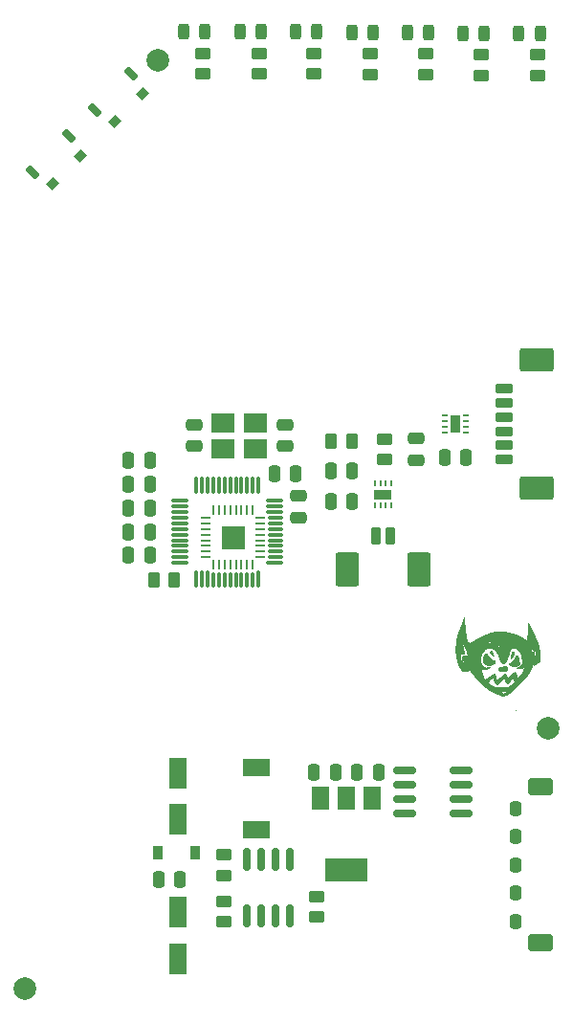
<source format=gbr>
G04 #@! TF.GenerationSoftware,KiCad,Pcbnew,(6.0.1-0)*
G04 #@! TF.CreationDate,2022-08-23T11:47:09-04:00*
G04 #@! TF.ProjectId,mobo,6d6f626f-2e6b-4696-9361-645f70636258,rev?*
G04 #@! TF.SameCoordinates,Original*
G04 #@! TF.FileFunction,Soldermask,Top*
G04 #@! TF.FilePolarity,Negative*
%FSLAX46Y46*%
G04 Gerber Fmt 4.6, Leading zero omitted, Abs format (unit mm)*
G04 Created by KiCad (PCBNEW (6.0.1-0)) date 2022-08-23 11:47:09*
%MOMM*%
%LPD*%
G01*
G04 APERTURE LIST*
G04 Aperture macros list*
%AMRoundRect*
0 Rectangle with rounded corners*
0 $1 Rounding radius*
0 $2 $3 $4 $5 $6 $7 $8 $9 X,Y pos of 4 corners*
0 Add a 4 corners polygon primitive as box body*
4,1,4,$2,$3,$4,$5,$6,$7,$8,$9,$2,$3,0*
0 Add four circle primitives for the rounded corners*
1,1,$1+$1,$2,$3*
1,1,$1+$1,$4,$5*
1,1,$1+$1,$6,$7*
1,1,$1+$1,$8,$9*
0 Add four rect primitives between the rounded corners*
20,1,$1+$1,$2,$3,$4,$5,0*
20,1,$1+$1,$4,$5,$6,$7,0*
20,1,$1+$1,$6,$7,$8,$9,0*
20,1,$1+$1,$8,$9,$2,$3,0*%
G04 Aperture macros list end*
%ADD10C,0.010000*%
%ADD11RoundRect,0.250000X-0.450000X0.262500X-0.450000X-0.262500X0.450000X-0.262500X0.450000X0.262500X0*%
%ADD12RoundRect,0.250000X0.450000X-0.262500X0.450000X0.262500X-0.450000X0.262500X-0.450000X-0.262500X0*%
%ADD13RoundRect,0.250000X-0.250000X-0.475000X0.250000X-0.475000X0.250000X0.475000X-0.250000X0.475000X0*%
%ADD14R,0.500000X0.250000*%
%ADD15R,0.900000X1.600000*%
%ADD16RoundRect,0.075000X-0.075000X0.662500X-0.075000X-0.662500X0.075000X-0.662500X0.075000X0.662500X0*%
%ADD17RoundRect,0.075000X-0.662500X0.075000X-0.662500X-0.075000X0.662500X-0.075000X0.662500X0.075000X0*%
%ADD18RoundRect,0.075000X-0.075000X0.575000X-0.075000X-0.575000X0.075000X-0.575000X0.075000X0.575000X0*%
%ADD19RoundRect,0.075000X-0.575000X0.075000X-0.575000X-0.075000X0.575000X-0.075000X0.575000X0.075000X0*%
%ADD20RoundRect,0.243750X-0.243750X-0.456250X0.243750X-0.456250X0.243750X0.456250X-0.243750X0.456250X0*%
%ADD21R,1.500000X2.000000*%
%ADD22R,3.800000X2.000000*%
%ADD23R,2.100000X1.800000*%
%ADD24RoundRect,0.250000X0.550000X-1.137500X0.550000X1.137500X-0.550000X1.137500X-0.550000X-1.137500X0*%
%ADD25RoundRect,0.250000X-0.550000X1.137500X-0.550000X-1.137500X0.550000X-1.137500X0.550000X1.137500X0*%
%ADD26C,2.000000*%
%ADD27RoundRect,0.250000X0.475000X-0.250000X0.475000X0.250000X-0.475000X0.250000X-0.475000X-0.250000X0*%
%ADD28RoundRect,0.100000X0.035355X0.459619X-0.459619X-0.035355X-0.035355X-0.459619X0.459619X0.035355X0*%
%ADD29RoundRect,0.075000X0.212132X-0.530330X0.530330X-0.212132X-0.212132X0.530330X-0.530330X0.212132X0*%
%ADD30R,0.250000X0.500000*%
%ADD31R,1.600000X0.900000*%
%ADD32RoundRect,0.200000X0.600000X-0.200000X0.600000X0.200000X-0.600000X0.200000X-0.600000X-0.200000X0*%
%ADD33RoundRect,0.250001X1.249999X-0.799999X1.249999X0.799999X-1.249999X0.799999X-1.249999X-0.799999X0*%
%ADD34RoundRect,0.250000X0.262500X0.450000X-0.262500X0.450000X-0.262500X-0.450000X0.262500X-0.450000X0*%
%ADD35RoundRect,0.200000X-0.200000X-0.600000X0.200000X-0.600000X0.200000X0.600000X-0.200000X0.600000X0*%
%ADD36RoundRect,0.250001X-0.799999X-1.249999X0.799999X-1.249999X0.799999X1.249999X-0.799999X1.249999X0*%
%ADD37RoundRect,0.150000X-0.825000X-0.150000X0.825000X-0.150000X0.825000X0.150000X-0.825000X0.150000X0*%
%ADD38RoundRect,0.250000X0.250000X0.475000X-0.250000X0.475000X-0.250000X-0.475000X0.250000X-0.475000X0*%
%ADD39R,2.400000X1.500000*%
%ADD40RoundRect,0.062500X-0.062500X0.375000X-0.062500X-0.375000X0.062500X-0.375000X0.062500X0.375000X0*%
%ADD41RoundRect,0.062500X-0.375000X0.062500X-0.375000X-0.062500X0.375000X-0.062500X0.375000X0.062500X0*%
%ADD42R,2.000000X2.000000*%
%ADD43RoundRect,0.250000X-0.475000X0.250000X-0.475000X-0.250000X0.475000X-0.250000X0.475000X0.250000X0*%
%ADD44RoundRect,0.250000X0.250000X-0.400000X0.250000X0.400000X-0.250000X0.400000X-0.250000X-0.400000X0*%
%ADD45RoundRect,0.150000X0.925000X-0.600000X0.925000X0.600000X-0.925000X0.600000X-0.925000X-0.600000X0*%
%ADD46RoundRect,0.150000X-0.150000X0.825000X-0.150000X-0.825000X0.150000X-0.825000X0.150000X0.825000X0*%
%ADD47R,0.900000X1.200000*%
G04 APERTURE END LIST*
D10*
X125033245Y-87274527D02*
X125036100Y-87278149D01*
X125036100Y-87278149D02*
X125041810Y-87286418D01*
X125041810Y-87286418D02*
X125049882Y-87298584D01*
X125049882Y-87298584D02*
X125059826Y-87313896D01*
X125059826Y-87313896D02*
X125071149Y-87331607D01*
X125071149Y-87331607D02*
X125082897Y-87350227D01*
X125082897Y-87350227D02*
X125116864Y-87403828D01*
X125116864Y-87403828D02*
X125148270Y-87452149D01*
X125148270Y-87452149D02*
X125177398Y-87495584D01*
X125177398Y-87495584D02*
X125204534Y-87534527D01*
X125204534Y-87534527D02*
X125229964Y-87569374D01*
X125229964Y-87569374D02*
X125253974Y-87600519D01*
X125253974Y-87600519D02*
X125276848Y-87628357D01*
X125276848Y-87628357D02*
X125298873Y-87653283D01*
X125298873Y-87653283D02*
X125312464Y-87667693D01*
X125312464Y-87667693D02*
X125333199Y-87688959D01*
X125333199Y-87688959D02*
X125350508Y-87706307D01*
X125350508Y-87706307D02*
X125365266Y-87720494D01*
X125365266Y-87720494D02*
X125378346Y-87732280D01*
X125378346Y-87732280D02*
X125390620Y-87742419D01*
X125390620Y-87742419D02*
X125402961Y-87751670D01*
X125402961Y-87751670D02*
X125416243Y-87760791D01*
X125416243Y-87760791D02*
X125430174Y-87769800D01*
X125430174Y-87769800D02*
X125446971Y-87780529D01*
X125446971Y-87780529D02*
X125463939Y-87791498D01*
X125463939Y-87791498D02*
X125479421Y-87801624D01*
X125479421Y-87801624D02*
X125491755Y-87809829D01*
X125491755Y-87809829D02*
X125494976Y-87812014D01*
X125494976Y-87812014D02*
X125509204Y-87820901D01*
X125509204Y-87820901D02*
X125525348Y-87829721D01*
X125525348Y-87829721D02*
X125539976Y-87836604D01*
X125539976Y-87836604D02*
X125540336Y-87836753D01*
X125540336Y-87836753D02*
X125555369Y-87843515D01*
X125555369Y-87843515D02*
X125571612Y-87851693D01*
X125571612Y-87851693D02*
X125584075Y-87858661D01*
X125584075Y-87858661D02*
X125609909Y-87872533D01*
X125609909Y-87872533D02*
X125638788Y-87885306D01*
X125638788Y-87885306D02*
X125667707Y-87895720D01*
X125667707Y-87895720D02*
X125682808Y-87900053D01*
X125682808Y-87900053D02*
X125706142Y-87906392D01*
X125706142Y-87906392D02*
X125724661Y-87912492D01*
X125724661Y-87912492D02*
X125739825Y-87919072D01*
X125739825Y-87919072D02*
X125753096Y-87926850D01*
X125753096Y-87926850D02*
X125765935Y-87936545D01*
X125765935Y-87936545D02*
X125777156Y-87946419D01*
X125777156Y-87946419D02*
X125787879Y-87956747D01*
X125787879Y-87956747D02*
X125796785Y-87966193D01*
X125796785Y-87966193D02*
X125802817Y-87973580D01*
X125802817Y-87973580D02*
X125804866Y-87977229D01*
X125804866Y-87977229D02*
X125804497Y-87984949D01*
X125804497Y-87984949D02*
X125801095Y-87997030D01*
X125801095Y-87997030D02*
X125795095Y-88012514D01*
X125795095Y-88012514D02*
X125786934Y-88030445D01*
X125786934Y-88030445D02*
X125777047Y-88049864D01*
X125777047Y-88049864D02*
X125765871Y-88069816D01*
X125765871Y-88069816D02*
X125753842Y-88089342D01*
X125753842Y-88089342D02*
X125753646Y-88089645D01*
X125753646Y-88089645D02*
X125729610Y-88121485D01*
X125729610Y-88121485D02*
X125700816Y-88150063D01*
X125700816Y-88150063D02*
X125666660Y-88175971D01*
X125666660Y-88175971D02*
X125663521Y-88178049D01*
X125663521Y-88178049D02*
X125619085Y-88204238D01*
X125619085Y-88204238D02*
X125574765Y-88224395D01*
X125574765Y-88224395D02*
X125529910Y-88238789D01*
X125529910Y-88238789D02*
X125503112Y-88244656D01*
X125503112Y-88244656D02*
X125489331Y-88247666D01*
X125489331Y-88247666D02*
X125471637Y-88252249D01*
X125471637Y-88252249D02*
X125452094Y-88257834D01*
X125452094Y-88257834D02*
X125432767Y-88263850D01*
X125432767Y-88263850D02*
X125428500Y-88265258D01*
X125428500Y-88265258D02*
X125400266Y-88274408D01*
X125400266Y-88274408D02*
X125376044Y-88281466D01*
X125376044Y-88281466D02*
X125354157Y-88286718D01*
X125354157Y-88286718D02*
X125332928Y-88290448D01*
X125332928Y-88290448D02*
X125310682Y-88292942D01*
X125310682Y-88292942D02*
X125285741Y-88294484D01*
X125285741Y-88294484D02*
X125256431Y-88295359D01*
X125256431Y-88295359D02*
X125250700Y-88295465D01*
X125250700Y-88295465D02*
X125224922Y-88295785D01*
X125224922Y-88295785D02*
X125204091Y-88295710D01*
X125204091Y-88295710D02*
X125186808Y-88295178D01*
X125186808Y-88295178D02*
X125171679Y-88294127D01*
X125171679Y-88294127D02*
X125157307Y-88292495D01*
X125157307Y-88292495D02*
X125145925Y-88290811D01*
X125145925Y-88290811D02*
X125084483Y-88278204D01*
X125084483Y-88278204D02*
X125026696Y-88260656D01*
X125026696Y-88260656D02*
X124972707Y-88238265D01*
X124972707Y-88238265D02*
X124922662Y-88211128D01*
X124922662Y-88211128D02*
X124876704Y-88179342D01*
X124876704Y-88179342D02*
X124834976Y-88143005D01*
X124834976Y-88143005D02*
X124797625Y-88102214D01*
X124797625Y-88102214D02*
X124764793Y-88057068D01*
X124764793Y-88057068D02*
X124741623Y-88017396D01*
X124741623Y-88017396D02*
X124735098Y-88004330D01*
X124735098Y-88004330D02*
X124729615Y-87992113D01*
X124729615Y-87992113D02*
X124726008Y-87982658D01*
X124726008Y-87982658D02*
X124725211Y-87979774D01*
X124725211Y-87979774D02*
X124724689Y-87973060D01*
X124724689Y-87973060D02*
X124724629Y-87960731D01*
X124724629Y-87960731D02*
X124725001Y-87943501D01*
X124725001Y-87943501D02*
X124725773Y-87922086D01*
X124725773Y-87922086D02*
X124726916Y-87897201D01*
X124726916Y-87897201D02*
X124728397Y-87869561D01*
X124728397Y-87869561D02*
X124730186Y-87839880D01*
X124730186Y-87839880D02*
X124732252Y-87808875D01*
X124732252Y-87808875D02*
X124733226Y-87795200D01*
X124733226Y-87795200D02*
X124735005Y-87773605D01*
X124735005Y-87773605D02*
X124737200Y-87753141D01*
X124737200Y-87753141D02*
X124739992Y-87732905D01*
X124739992Y-87732905D02*
X124743563Y-87711994D01*
X124743563Y-87711994D02*
X124748094Y-87689507D01*
X124748094Y-87689507D02*
X124753768Y-87664539D01*
X124753768Y-87664539D02*
X124760765Y-87636190D01*
X124760765Y-87636190D02*
X124769268Y-87603557D01*
X124769268Y-87603557D02*
X124779223Y-87566600D01*
X124779223Y-87566600D02*
X124785260Y-87544306D01*
X124785260Y-87544306D02*
X124791538Y-87520906D01*
X124791538Y-87520906D02*
X124797555Y-87498282D01*
X124797555Y-87498282D02*
X124802810Y-87478318D01*
X124802810Y-87478318D02*
X124806264Y-87465000D01*
X124806264Y-87465000D02*
X124810906Y-87448258D01*
X124810906Y-87448258D02*
X124815970Y-87432208D01*
X124815970Y-87432208D02*
X124820835Y-87418698D01*
X124820835Y-87418698D02*
X124824798Y-87409732D01*
X124824798Y-87409732D02*
X124833884Y-87396554D01*
X124833884Y-87396554D02*
X124847729Y-87381368D01*
X124847729Y-87381368D02*
X124865383Y-87364946D01*
X124865383Y-87364946D02*
X124885894Y-87348057D01*
X124885894Y-87348057D02*
X124908312Y-87331473D01*
X124908312Y-87331473D02*
X124931687Y-87315963D01*
X124931687Y-87315963D02*
X124955066Y-87302300D01*
X124955066Y-87302300D02*
X124961527Y-87298888D01*
X124961527Y-87298888D02*
X124985699Y-87286982D01*
X124985699Y-87286982D02*
X125004880Y-87278736D01*
X125004880Y-87278736D02*
X125019229Y-87274095D01*
X125019229Y-87274095D02*
X125028906Y-87273005D01*
X125028906Y-87273005D02*
X125033245Y-87274527D01*
X125033245Y-87274527D02*
X125033245Y-87274527D01*
G36*
X125033245Y-87274527D02*
G01*
X125036100Y-87278149D01*
X125041810Y-87286418D01*
X125049882Y-87298584D01*
X125059826Y-87313896D01*
X125071149Y-87331607D01*
X125082897Y-87350227D01*
X125116864Y-87403828D01*
X125148270Y-87452149D01*
X125177398Y-87495584D01*
X125204534Y-87534527D01*
X125229964Y-87569374D01*
X125253974Y-87600519D01*
X125276848Y-87628357D01*
X125298873Y-87653283D01*
X125312464Y-87667693D01*
X125333199Y-87688959D01*
X125350508Y-87706307D01*
X125365266Y-87720494D01*
X125378346Y-87732280D01*
X125390620Y-87742419D01*
X125402961Y-87751670D01*
X125416243Y-87760791D01*
X125430174Y-87769800D01*
X125446971Y-87780529D01*
X125463939Y-87791498D01*
X125479421Y-87801624D01*
X125491755Y-87809829D01*
X125494976Y-87812014D01*
X125509204Y-87820901D01*
X125525348Y-87829721D01*
X125539976Y-87836604D01*
X125540336Y-87836753D01*
X125555369Y-87843515D01*
X125571612Y-87851693D01*
X125584075Y-87858661D01*
X125609909Y-87872533D01*
X125638788Y-87885306D01*
X125667707Y-87895720D01*
X125682808Y-87900053D01*
X125706142Y-87906392D01*
X125724661Y-87912492D01*
X125739825Y-87919072D01*
X125753096Y-87926850D01*
X125765935Y-87936545D01*
X125777156Y-87946419D01*
X125787879Y-87956747D01*
X125796785Y-87966193D01*
X125802817Y-87973580D01*
X125804866Y-87977229D01*
X125804497Y-87984949D01*
X125801095Y-87997030D01*
X125795095Y-88012514D01*
X125786934Y-88030445D01*
X125777047Y-88049864D01*
X125765871Y-88069816D01*
X125753842Y-88089342D01*
X125753646Y-88089645D01*
X125729610Y-88121485D01*
X125700816Y-88150063D01*
X125666660Y-88175971D01*
X125663521Y-88178049D01*
X125619085Y-88204238D01*
X125574765Y-88224395D01*
X125529910Y-88238789D01*
X125503112Y-88244656D01*
X125489331Y-88247666D01*
X125471637Y-88252249D01*
X125452094Y-88257834D01*
X125432767Y-88263850D01*
X125428500Y-88265258D01*
X125400266Y-88274408D01*
X125376044Y-88281466D01*
X125354157Y-88286718D01*
X125332928Y-88290448D01*
X125310682Y-88292942D01*
X125285741Y-88294484D01*
X125256431Y-88295359D01*
X125250700Y-88295465D01*
X125224922Y-88295785D01*
X125204091Y-88295710D01*
X125186808Y-88295178D01*
X125171679Y-88294127D01*
X125157307Y-88292495D01*
X125145925Y-88290811D01*
X125084483Y-88278204D01*
X125026696Y-88260656D01*
X124972707Y-88238265D01*
X124922662Y-88211128D01*
X124876704Y-88179342D01*
X124834976Y-88143005D01*
X124797625Y-88102214D01*
X124764793Y-88057068D01*
X124741623Y-88017396D01*
X124735098Y-88004330D01*
X124729615Y-87992113D01*
X124726008Y-87982658D01*
X124725211Y-87979774D01*
X124724689Y-87973060D01*
X124724629Y-87960731D01*
X124725001Y-87943501D01*
X124725773Y-87922086D01*
X124726916Y-87897201D01*
X124728397Y-87869561D01*
X124730186Y-87839880D01*
X124732252Y-87808875D01*
X124733226Y-87795200D01*
X124735005Y-87773605D01*
X124737200Y-87753141D01*
X124739992Y-87732905D01*
X124743563Y-87711994D01*
X124748094Y-87689507D01*
X124753768Y-87664539D01*
X124760765Y-87636190D01*
X124769268Y-87603557D01*
X124779223Y-87566600D01*
X124785260Y-87544306D01*
X124791538Y-87520906D01*
X124797555Y-87498282D01*
X124802810Y-87478318D01*
X124806264Y-87465000D01*
X124810906Y-87448258D01*
X124815970Y-87432208D01*
X124820835Y-87418698D01*
X124824798Y-87409732D01*
X124833884Y-87396554D01*
X124847729Y-87381368D01*
X124865383Y-87364946D01*
X124885894Y-87348057D01*
X124908312Y-87331473D01*
X124931687Y-87315963D01*
X124955066Y-87302300D01*
X124961527Y-87298888D01*
X124985699Y-87286982D01*
X125004880Y-87278736D01*
X125019229Y-87274095D01*
X125028906Y-87273005D01*
X125033245Y-87274527D01*
G37*
X125033245Y-87274527D02*
X125036100Y-87278149D01*
X125041810Y-87286418D01*
X125049882Y-87298584D01*
X125059826Y-87313896D01*
X125071149Y-87331607D01*
X125082897Y-87350227D01*
X125116864Y-87403828D01*
X125148270Y-87452149D01*
X125177398Y-87495584D01*
X125204534Y-87534527D01*
X125229964Y-87569374D01*
X125253974Y-87600519D01*
X125276848Y-87628357D01*
X125298873Y-87653283D01*
X125312464Y-87667693D01*
X125333199Y-87688959D01*
X125350508Y-87706307D01*
X125365266Y-87720494D01*
X125378346Y-87732280D01*
X125390620Y-87742419D01*
X125402961Y-87751670D01*
X125416243Y-87760791D01*
X125430174Y-87769800D01*
X125446971Y-87780529D01*
X125463939Y-87791498D01*
X125479421Y-87801624D01*
X125491755Y-87809829D01*
X125494976Y-87812014D01*
X125509204Y-87820901D01*
X125525348Y-87829721D01*
X125539976Y-87836604D01*
X125540336Y-87836753D01*
X125555369Y-87843515D01*
X125571612Y-87851693D01*
X125584075Y-87858661D01*
X125609909Y-87872533D01*
X125638788Y-87885306D01*
X125667707Y-87895720D01*
X125682808Y-87900053D01*
X125706142Y-87906392D01*
X125724661Y-87912492D01*
X125739825Y-87919072D01*
X125753096Y-87926850D01*
X125765935Y-87936545D01*
X125777156Y-87946419D01*
X125787879Y-87956747D01*
X125796785Y-87966193D01*
X125802817Y-87973580D01*
X125804866Y-87977229D01*
X125804497Y-87984949D01*
X125801095Y-87997030D01*
X125795095Y-88012514D01*
X125786934Y-88030445D01*
X125777047Y-88049864D01*
X125765871Y-88069816D01*
X125753842Y-88089342D01*
X125753646Y-88089645D01*
X125729610Y-88121485D01*
X125700816Y-88150063D01*
X125666660Y-88175971D01*
X125663521Y-88178049D01*
X125619085Y-88204238D01*
X125574765Y-88224395D01*
X125529910Y-88238789D01*
X125503112Y-88244656D01*
X125489331Y-88247666D01*
X125471637Y-88252249D01*
X125452094Y-88257834D01*
X125432767Y-88263850D01*
X125428500Y-88265258D01*
X125400266Y-88274408D01*
X125376044Y-88281466D01*
X125354157Y-88286718D01*
X125332928Y-88290448D01*
X125310682Y-88292942D01*
X125285741Y-88294484D01*
X125256431Y-88295359D01*
X125250700Y-88295465D01*
X125224922Y-88295785D01*
X125204091Y-88295710D01*
X125186808Y-88295178D01*
X125171679Y-88294127D01*
X125157307Y-88292495D01*
X125145925Y-88290811D01*
X125084483Y-88278204D01*
X125026696Y-88260656D01*
X124972707Y-88238265D01*
X124922662Y-88211128D01*
X124876704Y-88179342D01*
X124834976Y-88143005D01*
X124797625Y-88102214D01*
X124764793Y-88057068D01*
X124741623Y-88017396D01*
X124735098Y-88004330D01*
X124729615Y-87992113D01*
X124726008Y-87982658D01*
X124725211Y-87979774D01*
X124724689Y-87973060D01*
X124724629Y-87960731D01*
X124725001Y-87943501D01*
X124725773Y-87922086D01*
X124726916Y-87897201D01*
X124728397Y-87869561D01*
X124730186Y-87839880D01*
X124732252Y-87808875D01*
X124733226Y-87795200D01*
X124735005Y-87773605D01*
X124737200Y-87753141D01*
X124739992Y-87732905D01*
X124743563Y-87711994D01*
X124748094Y-87689507D01*
X124753768Y-87664539D01*
X124760765Y-87636190D01*
X124769268Y-87603557D01*
X124779223Y-87566600D01*
X124785260Y-87544306D01*
X124791538Y-87520906D01*
X124797555Y-87498282D01*
X124802810Y-87478318D01*
X124806264Y-87465000D01*
X124810906Y-87448258D01*
X124815970Y-87432208D01*
X124820835Y-87418698D01*
X124824798Y-87409732D01*
X124833884Y-87396554D01*
X124847729Y-87381368D01*
X124865383Y-87364946D01*
X124885894Y-87348057D01*
X124908312Y-87331473D01*
X124931687Y-87315963D01*
X124955066Y-87302300D01*
X124961527Y-87298888D01*
X124985699Y-87286982D01*
X125004880Y-87278736D01*
X125019229Y-87274095D01*
X125028906Y-87273005D01*
X125033245Y-87274527D01*
X123119042Y-87989711D02*
X123123450Y-87992050D01*
X123123450Y-87992050D02*
X123126425Y-87994515D01*
X123126425Y-87994515D02*
X123123565Y-87995165D01*
X123123565Y-87995165D02*
X123122843Y-87995176D01*
X123122843Y-87995176D02*
X123117102Y-87993558D01*
X123117102Y-87993558D02*
X123115512Y-87992050D01*
X123115512Y-87992050D02*
X123115256Y-87989245D01*
X123115256Y-87989245D02*
X123119042Y-87989711D01*
X123119042Y-87989711D02*
X123119042Y-87989711D01*
G36*
X123119042Y-87989711D02*
G01*
X123123450Y-87992050D01*
X123126425Y-87994515D01*
X123123565Y-87995165D01*
X123122843Y-87995176D01*
X123117102Y-87993558D01*
X123115512Y-87992050D01*
X123115256Y-87989245D01*
X123119042Y-87989711D01*
G37*
X123119042Y-87989711D02*
X123123450Y-87992050D01*
X123126425Y-87994515D01*
X123123565Y-87995165D01*
X123122843Y-87995176D01*
X123117102Y-87993558D01*
X123115512Y-87992050D01*
X123115256Y-87989245D01*
X123119042Y-87989711D01*
X126730241Y-88391927D02*
X126762838Y-88400579D01*
X126762838Y-88400579D02*
X126793075Y-88414347D01*
X126793075Y-88414347D02*
X126820454Y-88432698D01*
X126820454Y-88432698D02*
X126844474Y-88455096D01*
X126844474Y-88455096D02*
X126864638Y-88481009D01*
X126864638Y-88481009D02*
X126880447Y-88509903D01*
X126880447Y-88509903D02*
X126891401Y-88541243D01*
X126891401Y-88541243D02*
X126897002Y-88574497D01*
X126897002Y-88574497D02*
X126897145Y-88604406D01*
X126897145Y-88604406D02*
X126891579Y-88640240D01*
X126891579Y-88640240D02*
X126880203Y-88673543D01*
X126880203Y-88673543D02*
X126863088Y-88704171D01*
X126863088Y-88704171D02*
X126840306Y-88731983D01*
X126840306Y-88731983D02*
X126825187Y-88746200D01*
X126825187Y-88746200D02*
X126804279Y-88761592D01*
X126804279Y-88761592D02*
X126779405Y-88774984D01*
X126779405Y-88774984D02*
X126749626Y-88786845D01*
X126749626Y-88786845D02*
X126733317Y-88792131D01*
X126733317Y-88792131D02*
X126717742Y-88796931D01*
X126717742Y-88796931D02*
X126698353Y-88802994D01*
X126698353Y-88802994D02*
X126677375Y-88809620D01*
X126677375Y-88809620D02*
X126657032Y-88816108D01*
X126657032Y-88816108D02*
X126652462Y-88817577D01*
X126652462Y-88817577D02*
X126619527Y-88827139D01*
X126619527Y-88827139D02*
X126585951Y-88834689D01*
X126585951Y-88834689D02*
X126550581Y-88840384D01*
X126550581Y-88840384D02*
X126512262Y-88844381D01*
X126512262Y-88844381D02*
X126469841Y-88846836D01*
X126469841Y-88846836D02*
X126430212Y-88847821D01*
X126430212Y-88847821D02*
X126408563Y-88848208D01*
X126408563Y-88848208D02*
X126387962Y-88848784D01*
X126387962Y-88848784D02*
X126369642Y-88849498D01*
X126369642Y-88849498D02*
X126354838Y-88850299D01*
X126354838Y-88850299D02*
X126344784Y-88851139D01*
X126344784Y-88851139D02*
X126342900Y-88851387D01*
X126342900Y-88851387D02*
X126330798Y-88852435D01*
X126330798Y-88852435D02*
X126315611Y-88852641D01*
X126315611Y-88852641D02*
X126300551Y-88851964D01*
X126300551Y-88851964D02*
X126300037Y-88851921D01*
X126300037Y-88851921D02*
X126265555Y-88846451D01*
X126265555Y-88846451D02*
X126231902Y-88836247D01*
X126231902Y-88836247D02*
X126200396Y-88821887D01*
X126200396Y-88821887D02*
X126172355Y-88803950D01*
X126172355Y-88803950D02*
X126153631Y-88787743D01*
X126153631Y-88787743D02*
X126131335Y-88761216D01*
X126131335Y-88761216D02*
X126114704Y-88732208D01*
X126114704Y-88732208D02*
X126103832Y-88701282D01*
X126103832Y-88701282D02*
X126098812Y-88669005D01*
X126098812Y-88669005D02*
X126099740Y-88635941D01*
X126099740Y-88635941D02*
X126106708Y-88602654D01*
X126106708Y-88602654D02*
X126118039Y-88573355D01*
X126118039Y-88573355D02*
X126128470Y-88555943D01*
X126128470Y-88555943D02*
X126143131Y-88537592D01*
X126143131Y-88537592D02*
X126160430Y-88519897D01*
X126160430Y-88519897D02*
X126178778Y-88504455D01*
X126178778Y-88504455D02*
X126196581Y-88492863D01*
X126196581Y-88492863D02*
X126200025Y-88491105D01*
X126200025Y-88491105D02*
X126230574Y-88479291D01*
X126230574Y-88479291D02*
X126262614Y-88472837D01*
X126262614Y-88472837D02*
X126296986Y-88471632D01*
X126296986Y-88471632D02*
X126326912Y-88474399D01*
X126326912Y-88474399D02*
X126337639Y-88475301D01*
X126337639Y-88475301D02*
X126349885Y-88475044D01*
X126349885Y-88475044D02*
X126364179Y-88473508D01*
X126364179Y-88473508D02*
X126381052Y-88470569D01*
X126381052Y-88470569D02*
X126401031Y-88466105D01*
X126401031Y-88466105D02*
X126424647Y-88459993D01*
X126424647Y-88459993D02*
X126452430Y-88452111D01*
X126452430Y-88452111D02*
X126484909Y-88442337D01*
X126484909Y-88442337D02*
X126522614Y-88430548D01*
X126522614Y-88430548D02*
X126538882Y-88425367D01*
X126538882Y-88425367D02*
X126570129Y-88415478D01*
X126570129Y-88415478D02*
X126596206Y-88407497D01*
X126596206Y-88407497D02*
X126617938Y-88401232D01*
X126617938Y-88401232D02*
X126636147Y-88396494D01*
X126636147Y-88396494D02*
X126651658Y-88393091D01*
X126651658Y-88393091D02*
X126665293Y-88390830D01*
X126665293Y-88390830D02*
X126677876Y-88389522D01*
X126677876Y-88389522D02*
X126690230Y-88388974D01*
X126690230Y-88388974D02*
X126695782Y-88388925D01*
X126695782Y-88388925D02*
X126730241Y-88391927D01*
X126730241Y-88391927D02*
X126730241Y-88391927D01*
G36*
X126730241Y-88391927D02*
G01*
X126762838Y-88400579D01*
X126793075Y-88414347D01*
X126820454Y-88432698D01*
X126844474Y-88455096D01*
X126864638Y-88481009D01*
X126880447Y-88509903D01*
X126891401Y-88541243D01*
X126897002Y-88574497D01*
X126897145Y-88604406D01*
X126891579Y-88640240D01*
X126880203Y-88673543D01*
X126863088Y-88704171D01*
X126840306Y-88731983D01*
X126825187Y-88746200D01*
X126804279Y-88761592D01*
X126779405Y-88774984D01*
X126749626Y-88786845D01*
X126733317Y-88792131D01*
X126717742Y-88796931D01*
X126698353Y-88802994D01*
X126677375Y-88809620D01*
X126657032Y-88816108D01*
X126652462Y-88817577D01*
X126619527Y-88827139D01*
X126585951Y-88834689D01*
X126550581Y-88840384D01*
X126512262Y-88844381D01*
X126469841Y-88846836D01*
X126430212Y-88847821D01*
X126408563Y-88848208D01*
X126387962Y-88848784D01*
X126369642Y-88849498D01*
X126354838Y-88850299D01*
X126344784Y-88851139D01*
X126342900Y-88851387D01*
X126330798Y-88852435D01*
X126315611Y-88852641D01*
X126300551Y-88851964D01*
X126300037Y-88851921D01*
X126265555Y-88846451D01*
X126231902Y-88836247D01*
X126200396Y-88821887D01*
X126172355Y-88803950D01*
X126153631Y-88787743D01*
X126131335Y-88761216D01*
X126114704Y-88732208D01*
X126103832Y-88701282D01*
X126098812Y-88669005D01*
X126099740Y-88635941D01*
X126106708Y-88602654D01*
X126118039Y-88573355D01*
X126128470Y-88555943D01*
X126143131Y-88537592D01*
X126160430Y-88519897D01*
X126178778Y-88504455D01*
X126196581Y-88492863D01*
X126200025Y-88491105D01*
X126230574Y-88479291D01*
X126262614Y-88472837D01*
X126296986Y-88471632D01*
X126326912Y-88474399D01*
X126337639Y-88475301D01*
X126349885Y-88475044D01*
X126364179Y-88473508D01*
X126381052Y-88470569D01*
X126401031Y-88466105D01*
X126424647Y-88459993D01*
X126452430Y-88452111D01*
X126484909Y-88442337D01*
X126522614Y-88430548D01*
X126538882Y-88425367D01*
X126570129Y-88415478D01*
X126596206Y-88407497D01*
X126617938Y-88401232D01*
X126636147Y-88396494D01*
X126651658Y-88393091D01*
X126665293Y-88390830D01*
X126677876Y-88389522D01*
X126690230Y-88388974D01*
X126695782Y-88388925D01*
X126730241Y-88391927D01*
G37*
X126730241Y-88391927D02*
X126762838Y-88400579D01*
X126793075Y-88414347D01*
X126820454Y-88432698D01*
X126844474Y-88455096D01*
X126864638Y-88481009D01*
X126880447Y-88509903D01*
X126891401Y-88541243D01*
X126897002Y-88574497D01*
X126897145Y-88604406D01*
X126891579Y-88640240D01*
X126880203Y-88673543D01*
X126863088Y-88704171D01*
X126840306Y-88731983D01*
X126825187Y-88746200D01*
X126804279Y-88761592D01*
X126779405Y-88774984D01*
X126749626Y-88786845D01*
X126733317Y-88792131D01*
X126717742Y-88796931D01*
X126698353Y-88802994D01*
X126677375Y-88809620D01*
X126657032Y-88816108D01*
X126652462Y-88817577D01*
X126619527Y-88827139D01*
X126585951Y-88834689D01*
X126550581Y-88840384D01*
X126512262Y-88844381D01*
X126469841Y-88846836D01*
X126430212Y-88847821D01*
X126408563Y-88848208D01*
X126387962Y-88848784D01*
X126369642Y-88849498D01*
X126354838Y-88850299D01*
X126344784Y-88851139D01*
X126342900Y-88851387D01*
X126330798Y-88852435D01*
X126315611Y-88852641D01*
X126300551Y-88851964D01*
X126300037Y-88851921D01*
X126265555Y-88846451D01*
X126231902Y-88836247D01*
X126200396Y-88821887D01*
X126172355Y-88803950D01*
X126153631Y-88787743D01*
X126131335Y-88761216D01*
X126114704Y-88732208D01*
X126103832Y-88701282D01*
X126098812Y-88669005D01*
X126099740Y-88635941D01*
X126106708Y-88602654D01*
X126118039Y-88573355D01*
X126128470Y-88555943D01*
X126143131Y-88537592D01*
X126160430Y-88519897D01*
X126178778Y-88504455D01*
X126196581Y-88492863D01*
X126200025Y-88491105D01*
X126230574Y-88479291D01*
X126262614Y-88472837D01*
X126296986Y-88471632D01*
X126326912Y-88474399D01*
X126337639Y-88475301D01*
X126349885Y-88475044D01*
X126364179Y-88473508D01*
X126381052Y-88470569D01*
X126401031Y-88466105D01*
X126424647Y-88459993D01*
X126452430Y-88452111D01*
X126484909Y-88442337D01*
X126522614Y-88430548D01*
X126538882Y-88425367D01*
X126570129Y-88415478D01*
X126596206Y-88407497D01*
X126617938Y-88401232D01*
X126636147Y-88396494D01*
X126651658Y-88393091D01*
X126665293Y-88390830D01*
X126677876Y-88389522D01*
X126690230Y-88388974D01*
X126695782Y-88388925D01*
X126730241Y-88391927D01*
X125480030Y-87052965D02*
X125483223Y-87055026D01*
X125483223Y-87055026D02*
X125484397Y-87057439D01*
X125484397Y-87057439D02*
X125486139Y-87062106D01*
X125486139Y-87062106D02*
X125489835Y-87071684D01*
X125489835Y-87071684D02*
X125495096Y-87085182D01*
X125495096Y-87085182D02*
X125501536Y-87101605D01*
X125501536Y-87101605D02*
X125508768Y-87119963D01*
X125508768Y-87119963D02*
X125510239Y-87123687D01*
X125510239Y-87123687D02*
X125516841Y-87140524D01*
X125516841Y-87140524D02*
X125524741Y-87160884D01*
X125524741Y-87160884D02*
X125533700Y-87184135D01*
X125533700Y-87184135D02*
X125543480Y-87209645D01*
X125543480Y-87209645D02*
X125553842Y-87236784D01*
X125553842Y-87236784D02*
X125564548Y-87264920D01*
X125564548Y-87264920D02*
X125575359Y-87293420D01*
X125575359Y-87293420D02*
X125586036Y-87321654D01*
X125586036Y-87321654D02*
X125596343Y-87348991D01*
X125596343Y-87348991D02*
X125606039Y-87374798D01*
X125606039Y-87374798D02*
X125614886Y-87398444D01*
X125614886Y-87398444D02*
X125622647Y-87419298D01*
X125622647Y-87419298D02*
X125629082Y-87436728D01*
X125629082Y-87436728D02*
X125633952Y-87450103D01*
X125633952Y-87450103D02*
X125637021Y-87458791D01*
X125637021Y-87458791D02*
X125638050Y-87462142D01*
X125638050Y-87462142D02*
X125637540Y-87464087D01*
X125637540Y-87464087D02*
X125635477Y-87464422D01*
X125635477Y-87464422D02*
X125631062Y-87462784D01*
X125631062Y-87462784D02*
X125623495Y-87458811D01*
X125623495Y-87458811D02*
X125611975Y-87452139D01*
X125611975Y-87452139D02*
X125599336Y-87444591D01*
X125599336Y-87444591D02*
X125569515Y-87426038D01*
X125569515Y-87426038D02*
X125544215Y-87408732D01*
X125544215Y-87408732D02*
X125522070Y-87391544D01*
X125522070Y-87391544D02*
X125501711Y-87373348D01*
X125501711Y-87373348D02*
X125481770Y-87353018D01*
X125481770Y-87353018D02*
X125464153Y-87333246D01*
X125464153Y-87333246D02*
X125452167Y-87319006D01*
X125452167Y-87319006D02*
X125438768Y-87302546D01*
X125438768Y-87302546D02*
X125424574Y-87284680D01*
X125424574Y-87284680D02*
X125410202Y-87266220D01*
X125410202Y-87266220D02*
X125396267Y-87247981D01*
X125396267Y-87247981D02*
X125383388Y-87230776D01*
X125383388Y-87230776D02*
X125372180Y-87215418D01*
X125372180Y-87215418D02*
X125363261Y-87202722D01*
X125363261Y-87202722D02*
X125357247Y-87193500D01*
X125357247Y-87193500D02*
X125354964Y-87189226D01*
X125354964Y-87189226D02*
X125353451Y-87181570D01*
X125353451Y-87181570D02*
X125352892Y-87170364D01*
X125352892Y-87170364D02*
X125353233Y-87160823D01*
X125353233Y-87160823D02*
X125358159Y-87136407D01*
X125358159Y-87136407D02*
X125368540Y-87113578D01*
X125368540Y-87113578D02*
X125383524Y-87093176D01*
X125383524Y-87093176D02*
X125402259Y-87076044D01*
X125402259Y-87076044D02*
X125423895Y-87063021D01*
X125423895Y-87063021D02*
X125447579Y-87054949D01*
X125447579Y-87054949D02*
X125462589Y-87052820D01*
X125462589Y-87052820D02*
X125473676Y-87052340D01*
X125473676Y-87052340D02*
X125480030Y-87052965D01*
X125480030Y-87052965D02*
X125480030Y-87052965D01*
G36*
X125480030Y-87052965D02*
G01*
X125483223Y-87055026D01*
X125484397Y-87057439D01*
X125486139Y-87062106D01*
X125489835Y-87071684D01*
X125495096Y-87085182D01*
X125501536Y-87101605D01*
X125508768Y-87119963D01*
X125510239Y-87123687D01*
X125516841Y-87140524D01*
X125524741Y-87160884D01*
X125533700Y-87184135D01*
X125543480Y-87209645D01*
X125553842Y-87236784D01*
X125564548Y-87264920D01*
X125575359Y-87293420D01*
X125586036Y-87321654D01*
X125596343Y-87348991D01*
X125606039Y-87374798D01*
X125614886Y-87398444D01*
X125622647Y-87419298D01*
X125629082Y-87436728D01*
X125633952Y-87450103D01*
X125637021Y-87458791D01*
X125638050Y-87462142D01*
X125637540Y-87464087D01*
X125635477Y-87464422D01*
X125631062Y-87462784D01*
X125623495Y-87458811D01*
X125611975Y-87452139D01*
X125599336Y-87444591D01*
X125569515Y-87426038D01*
X125544215Y-87408732D01*
X125522070Y-87391544D01*
X125501711Y-87373348D01*
X125481770Y-87353018D01*
X125464153Y-87333246D01*
X125452167Y-87319006D01*
X125438768Y-87302546D01*
X125424574Y-87284680D01*
X125410202Y-87266220D01*
X125396267Y-87247981D01*
X125383388Y-87230776D01*
X125372180Y-87215418D01*
X125363261Y-87202722D01*
X125357247Y-87193500D01*
X125354964Y-87189226D01*
X125353451Y-87181570D01*
X125352892Y-87170364D01*
X125353233Y-87160823D01*
X125358159Y-87136407D01*
X125368540Y-87113578D01*
X125383524Y-87093176D01*
X125402259Y-87076044D01*
X125423895Y-87063021D01*
X125447579Y-87054949D01*
X125462589Y-87052820D01*
X125473676Y-87052340D01*
X125480030Y-87052965D01*
G37*
X125480030Y-87052965D02*
X125483223Y-87055026D01*
X125484397Y-87057439D01*
X125486139Y-87062106D01*
X125489835Y-87071684D01*
X125495096Y-87085182D01*
X125501536Y-87101605D01*
X125508768Y-87119963D01*
X125510239Y-87123687D01*
X125516841Y-87140524D01*
X125524741Y-87160884D01*
X125533700Y-87184135D01*
X125543480Y-87209645D01*
X125553842Y-87236784D01*
X125564548Y-87264920D01*
X125575359Y-87293420D01*
X125586036Y-87321654D01*
X125596343Y-87348991D01*
X125606039Y-87374798D01*
X125614886Y-87398444D01*
X125622647Y-87419298D01*
X125629082Y-87436728D01*
X125633952Y-87450103D01*
X125637021Y-87458791D01*
X125638050Y-87462142D01*
X125637540Y-87464087D01*
X125635477Y-87464422D01*
X125631062Y-87462784D01*
X125623495Y-87458811D01*
X125611975Y-87452139D01*
X125599336Y-87444591D01*
X125569515Y-87426038D01*
X125544215Y-87408732D01*
X125522070Y-87391544D01*
X125501711Y-87373348D01*
X125481770Y-87353018D01*
X125464153Y-87333246D01*
X125452167Y-87319006D01*
X125438768Y-87302546D01*
X125424574Y-87284680D01*
X125410202Y-87266220D01*
X125396267Y-87247981D01*
X125383388Y-87230776D01*
X125372180Y-87215418D01*
X125363261Y-87202722D01*
X125357247Y-87193500D01*
X125354964Y-87189226D01*
X125353451Y-87181570D01*
X125352892Y-87170364D01*
X125353233Y-87160823D01*
X125358159Y-87136407D01*
X125368540Y-87113578D01*
X125383524Y-87093176D01*
X125402259Y-87076044D01*
X125423895Y-87063021D01*
X125447579Y-87054949D01*
X125462589Y-87052820D01*
X125473676Y-87052340D01*
X125480030Y-87052965D01*
X127778435Y-87432602D02*
X127791150Y-87434494D01*
X127791150Y-87434494D02*
X127799752Y-87438110D01*
X127799752Y-87438110D02*
X127805311Y-87443764D01*
X127805311Y-87443764D02*
X127806336Y-87445504D01*
X127806336Y-87445504D02*
X127809235Y-87453441D01*
X127809235Y-87453441D02*
X127812456Y-87466443D01*
X127812456Y-87466443D02*
X127815781Y-87483249D01*
X127815781Y-87483249D02*
X127818995Y-87502595D01*
X127818995Y-87502595D02*
X127821884Y-87523220D01*
X127821884Y-87523220D02*
X127824230Y-87543862D01*
X127824230Y-87543862D02*
X127825392Y-87557075D01*
X127825392Y-87557075D02*
X127827710Y-87579790D01*
X127827710Y-87579790D02*
X127831240Y-87604989D01*
X127831240Y-87604989D02*
X127835468Y-87629230D01*
X127835468Y-87629230D02*
X127837973Y-87641212D01*
X127837973Y-87641212D02*
X127842563Y-87661963D01*
X127842563Y-87661963D02*
X127845922Y-87678583D01*
X127845922Y-87678583D02*
X127848367Y-87693096D01*
X127848367Y-87693096D02*
X127850218Y-87707530D01*
X127850218Y-87707530D02*
X127851792Y-87723909D01*
X127851792Y-87723909D02*
X127852686Y-87734875D01*
X127852686Y-87734875D02*
X127854436Y-87751229D01*
X127854436Y-87751229D02*
X127857107Y-87769191D01*
X127857107Y-87769191D02*
X127860337Y-87786785D01*
X127860337Y-87786785D02*
X127863762Y-87802039D01*
X127863762Y-87802039D02*
X127867020Y-87812978D01*
X127867020Y-87812978D02*
X127867078Y-87813133D01*
X127867078Y-87813133D02*
X127870364Y-87823374D01*
X127870364Y-87823374D02*
X127874414Y-87838463D01*
X127874414Y-87838463D02*
X127878904Y-87856990D01*
X127878904Y-87856990D02*
X127883508Y-87877545D01*
X127883508Y-87877545D02*
X127887900Y-87898721D01*
X127887900Y-87898721D02*
X127891754Y-87919109D01*
X127891754Y-87919109D02*
X127892298Y-87922200D01*
X127892298Y-87922200D02*
X127895361Y-87938320D01*
X127895361Y-87938320D02*
X127899631Y-87958744D01*
X127899631Y-87958744D02*
X127904701Y-87981633D01*
X127904701Y-87981633D02*
X127910164Y-88005148D01*
X127910164Y-88005148D02*
X127915097Y-88025387D01*
X127915097Y-88025387D02*
X127920634Y-88048160D01*
X127920634Y-88048160D02*
X127926206Y-88072224D01*
X127926206Y-88072224D02*
X127931387Y-88095663D01*
X127931387Y-88095663D02*
X127935753Y-88116558D01*
X127935753Y-88116558D02*
X127938573Y-88131262D01*
X127938573Y-88131262D02*
X127946159Y-88173636D01*
X127946159Y-88173636D02*
X127936251Y-88188412D01*
X127936251Y-88188412D02*
X127930919Y-88195227D01*
X127930919Y-88195227D02*
X127921906Y-88205501D01*
X127921906Y-88205501D02*
X127910098Y-88218280D01*
X127910098Y-88218280D02*
X127896379Y-88232609D01*
X127896379Y-88232609D02*
X127881632Y-88247531D01*
X127881632Y-88247531D02*
X127879928Y-88249225D01*
X127879928Y-88249225D02*
X127848976Y-88278747D01*
X127848976Y-88278747D02*
X127820231Y-88303489D01*
X127820231Y-88303489D02*
X127792657Y-88324130D01*
X127792657Y-88324130D02*
X127765217Y-88341348D01*
X127765217Y-88341348D02*
X127736876Y-88355822D01*
X127736876Y-88355822D02*
X127706597Y-88368231D01*
X127706597Y-88368231D02*
X127688805Y-88374401D01*
X127688805Y-88374401D02*
X127649962Y-88385628D01*
X127649962Y-88385628D02*
X127612577Y-88393095D01*
X127612577Y-88393095D02*
X127574872Y-88396988D01*
X127574872Y-88396988D02*
X127535065Y-88397496D01*
X127535065Y-88397496D02*
X127493293Y-88394979D01*
X127493293Y-88394979D02*
X127437944Y-88387770D01*
X127437944Y-88387770D02*
X127380858Y-88376097D01*
X127380858Y-88376097D02*
X127324197Y-88360505D01*
X127324197Y-88360505D02*
X127270127Y-88341541D01*
X127270127Y-88341541D02*
X127252092Y-88334156D01*
X127252092Y-88334156D02*
X127226913Y-88322353D01*
X127226913Y-88322353D02*
X127199174Y-88307552D01*
X127199174Y-88307552D02*
X127171036Y-88291006D01*
X127171036Y-88291006D02*
X127144656Y-88273964D01*
X127144656Y-88273964D02*
X127128712Y-88262649D01*
X127128712Y-88262649D02*
X127114768Y-88251738D01*
X127114768Y-88251738D02*
X127099273Y-88238731D01*
X127099273Y-88238731D02*
X127083332Y-88224647D01*
X127083332Y-88224647D02*
X127068052Y-88210510D01*
X127068052Y-88210510D02*
X127054540Y-88197339D01*
X127054540Y-88197339D02*
X127043903Y-88186158D01*
X127043903Y-88186158D02*
X127037671Y-88178598D01*
X127037671Y-88178598D02*
X127033924Y-88172296D01*
X127033924Y-88172296D02*
X127032914Y-88166832D01*
X127032914Y-88166832D02*
X127035208Y-88161606D01*
X127035208Y-88161606D02*
X127041373Y-88156016D01*
X127041373Y-88156016D02*
X127051976Y-88149462D01*
X127051976Y-88149462D02*
X127067583Y-88141346D01*
X127067583Y-88141346D02*
X127077387Y-88136540D01*
X127077387Y-88136540D02*
X127113313Y-88118321D01*
X127113313Y-88118321D02*
X127143985Y-88100963D01*
X127143985Y-88100963D02*
X127170336Y-88083893D01*
X127170336Y-88083893D02*
X127193298Y-88066537D01*
X127193298Y-88066537D02*
X127199497Y-88061333D01*
X127199497Y-88061333D02*
X127213760Y-88049701D01*
X127213760Y-88049701D02*
X127230565Y-88036933D01*
X127230565Y-88036933D02*
X127247030Y-88025193D01*
X127247030Y-88025193D02*
X127252638Y-88021426D01*
X127252638Y-88021426D02*
X127280314Y-88001516D01*
X127280314Y-88001516D02*
X127305070Y-87980273D01*
X127305070Y-87980273D02*
X127325562Y-87958892D01*
X127325562Y-87958892D02*
X127332431Y-87950348D01*
X127332431Y-87950348D02*
X127341803Y-87939817D01*
X127341803Y-87939817D02*
X127353791Y-87928818D01*
X127353791Y-87928818D02*
X127363662Y-87921259D01*
X127363662Y-87921259D02*
X127372122Y-87914761D01*
X127372122Y-87914761D02*
X127383870Y-87904711D01*
X127383870Y-87904711D02*
X127397782Y-87892122D01*
X127397782Y-87892122D02*
X127412734Y-87878009D01*
X127412734Y-87878009D02*
X127425858Y-87865136D01*
X127425858Y-87865136D02*
X127440739Y-87850063D01*
X127440739Y-87850063D02*
X127453058Y-87837016D01*
X127453058Y-87837016D02*
X127463809Y-87824753D01*
X127463809Y-87824753D02*
X127473987Y-87812033D01*
X127473987Y-87812033D02*
X127484589Y-87797613D01*
X127484589Y-87797613D02*
X127496610Y-87780252D01*
X127496610Y-87780252D02*
X127510461Y-87759587D01*
X127510461Y-87759587D02*
X127524053Y-87738639D01*
X127524053Y-87738639D02*
X127537990Y-87716287D01*
X127537990Y-87716287D02*
X127551333Y-87694100D01*
X127551333Y-87694100D02*
X127563142Y-87673647D01*
X127563142Y-87673647D02*
X127572476Y-87656497D01*
X127572476Y-87656497D02*
X127574102Y-87653329D01*
X127574102Y-87653329D02*
X127584614Y-87632231D01*
X127584614Y-87632231D02*
X127595722Y-87609390D01*
X127595722Y-87609390D02*
X127607012Y-87585709D01*
X127607012Y-87585709D02*
X127618072Y-87562087D01*
X127618072Y-87562087D02*
X127628489Y-87539426D01*
X127628489Y-87539426D02*
X127637850Y-87518625D01*
X127637850Y-87518625D02*
X127645741Y-87500586D01*
X127645741Y-87500586D02*
X127651750Y-87486210D01*
X127651750Y-87486210D02*
X127655464Y-87476396D01*
X127655464Y-87476396D02*
X127655994Y-87474735D01*
X127655994Y-87474735D02*
X127659552Y-87465173D01*
X127659552Y-87465173D02*
X127664495Y-87458716D01*
X127664495Y-87458716D02*
X127672829Y-87453001D01*
X127672829Y-87453001D02*
X127675908Y-87451286D01*
X127675908Y-87451286D02*
X127701515Y-87440632D01*
X127701515Y-87440632D02*
X127731101Y-87434171D01*
X127731101Y-87434171D02*
X127760537Y-87432124D01*
X127760537Y-87432124D02*
X127778435Y-87432602D01*
X127778435Y-87432602D02*
X127778435Y-87432602D01*
G36*
X127778435Y-87432602D02*
G01*
X127791150Y-87434494D01*
X127799752Y-87438110D01*
X127805311Y-87443764D01*
X127806336Y-87445504D01*
X127809235Y-87453441D01*
X127812456Y-87466443D01*
X127815781Y-87483249D01*
X127818995Y-87502595D01*
X127821884Y-87523220D01*
X127824230Y-87543862D01*
X127825392Y-87557075D01*
X127827710Y-87579790D01*
X127831240Y-87604989D01*
X127835468Y-87629230D01*
X127837973Y-87641212D01*
X127842563Y-87661963D01*
X127845922Y-87678583D01*
X127848367Y-87693096D01*
X127850218Y-87707530D01*
X127851792Y-87723909D01*
X127852686Y-87734875D01*
X127854436Y-87751229D01*
X127857107Y-87769191D01*
X127860337Y-87786785D01*
X127863762Y-87802039D01*
X127867020Y-87812978D01*
X127867078Y-87813133D01*
X127870364Y-87823374D01*
X127874414Y-87838463D01*
X127878904Y-87856990D01*
X127883508Y-87877545D01*
X127887900Y-87898721D01*
X127891754Y-87919109D01*
X127892298Y-87922200D01*
X127895361Y-87938320D01*
X127899631Y-87958744D01*
X127904701Y-87981633D01*
X127910164Y-88005148D01*
X127915097Y-88025387D01*
X127920634Y-88048160D01*
X127926206Y-88072224D01*
X127931387Y-88095663D01*
X127935753Y-88116558D01*
X127938573Y-88131262D01*
X127946159Y-88173636D01*
X127936251Y-88188412D01*
X127930919Y-88195227D01*
X127921906Y-88205501D01*
X127910098Y-88218280D01*
X127896379Y-88232609D01*
X127881632Y-88247531D01*
X127879928Y-88249225D01*
X127848976Y-88278747D01*
X127820231Y-88303489D01*
X127792657Y-88324130D01*
X127765217Y-88341348D01*
X127736876Y-88355822D01*
X127706597Y-88368231D01*
X127688805Y-88374401D01*
X127649962Y-88385628D01*
X127612577Y-88393095D01*
X127574872Y-88396988D01*
X127535065Y-88397496D01*
X127493293Y-88394979D01*
X127437944Y-88387770D01*
X127380858Y-88376097D01*
X127324197Y-88360505D01*
X127270127Y-88341541D01*
X127252092Y-88334156D01*
X127226913Y-88322353D01*
X127199174Y-88307552D01*
X127171036Y-88291006D01*
X127144656Y-88273964D01*
X127128712Y-88262649D01*
X127114768Y-88251738D01*
X127099273Y-88238731D01*
X127083332Y-88224647D01*
X127068052Y-88210510D01*
X127054540Y-88197339D01*
X127043903Y-88186158D01*
X127037671Y-88178598D01*
X127033924Y-88172296D01*
X127032914Y-88166832D01*
X127035208Y-88161606D01*
X127041373Y-88156016D01*
X127051976Y-88149462D01*
X127067583Y-88141346D01*
X127077387Y-88136540D01*
X127113313Y-88118321D01*
X127143985Y-88100963D01*
X127170336Y-88083893D01*
X127193298Y-88066537D01*
X127199497Y-88061333D01*
X127213760Y-88049701D01*
X127230565Y-88036933D01*
X127247030Y-88025193D01*
X127252638Y-88021426D01*
X127280314Y-88001516D01*
X127305070Y-87980273D01*
X127325562Y-87958892D01*
X127332431Y-87950348D01*
X127341803Y-87939817D01*
X127353791Y-87928818D01*
X127363662Y-87921259D01*
X127372122Y-87914761D01*
X127383870Y-87904711D01*
X127397782Y-87892122D01*
X127412734Y-87878009D01*
X127425858Y-87865136D01*
X127440739Y-87850063D01*
X127453058Y-87837016D01*
X127463809Y-87824753D01*
X127473987Y-87812033D01*
X127484589Y-87797613D01*
X127496610Y-87780252D01*
X127510461Y-87759587D01*
X127524053Y-87738639D01*
X127537990Y-87716287D01*
X127551333Y-87694100D01*
X127563142Y-87673647D01*
X127572476Y-87656497D01*
X127574102Y-87653329D01*
X127584614Y-87632231D01*
X127595722Y-87609390D01*
X127607012Y-87585709D01*
X127618072Y-87562087D01*
X127628489Y-87539426D01*
X127637850Y-87518625D01*
X127645741Y-87500586D01*
X127651750Y-87486210D01*
X127655464Y-87476396D01*
X127655994Y-87474735D01*
X127659552Y-87465173D01*
X127664495Y-87458716D01*
X127672829Y-87453001D01*
X127675908Y-87451286D01*
X127701515Y-87440632D01*
X127731101Y-87434171D01*
X127760537Y-87432124D01*
X127778435Y-87432602D01*
G37*
X127778435Y-87432602D02*
X127791150Y-87434494D01*
X127799752Y-87438110D01*
X127805311Y-87443764D01*
X127806336Y-87445504D01*
X127809235Y-87453441D01*
X127812456Y-87466443D01*
X127815781Y-87483249D01*
X127818995Y-87502595D01*
X127821884Y-87523220D01*
X127824230Y-87543862D01*
X127825392Y-87557075D01*
X127827710Y-87579790D01*
X127831240Y-87604989D01*
X127835468Y-87629230D01*
X127837973Y-87641212D01*
X127842563Y-87661963D01*
X127845922Y-87678583D01*
X127848367Y-87693096D01*
X127850218Y-87707530D01*
X127851792Y-87723909D01*
X127852686Y-87734875D01*
X127854436Y-87751229D01*
X127857107Y-87769191D01*
X127860337Y-87786785D01*
X127863762Y-87802039D01*
X127867020Y-87812978D01*
X127867078Y-87813133D01*
X127870364Y-87823374D01*
X127874414Y-87838463D01*
X127878904Y-87856990D01*
X127883508Y-87877545D01*
X127887900Y-87898721D01*
X127891754Y-87919109D01*
X127892298Y-87922200D01*
X127895361Y-87938320D01*
X127899631Y-87958744D01*
X127904701Y-87981633D01*
X127910164Y-88005148D01*
X127915097Y-88025387D01*
X127920634Y-88048160D01*
X127926206Y-88072224D01*
X127931387Y-88095663D01*
X127935753Y-88116558D01*
X127938573Y-88131262D01*
X127946159Y-88173636D01*
X127936251Y-88188412D01*
X127930919Y-88195227D01*
X127921906Y-88205501D01*
X127910098Y-88218280D01*
X127896379Y-88232609D01*
X127881632Y-88247531D01*
X127879928Y-88249225D01*
X127848976Y-88278747D01*
X127820231Y-88303489D01*
X127792657Y-88324130D01*
X127765217Y-88341348D01*
X127736876Y-88355822D01*
X127706597Y-88368231D01*
X127688805Y-88374401D01*
X127649962Y-88385628D01*
X127612577Y-88393095D01*
X127574872Y-88396988D01*
X127535065Y-88397496D01*
X127493293Y-88394979D01*
X127437944Y-88387770D01*
X127380858Y-88376097D01*
X127324197Y-88360505D01*
X127270127Y-88341541D01*
X127252092Y-88334156D01*
X127226913Y-88322353D01*
X127199174Y-88307552D01*
X127171036Y-88291006D01*
X127144656Y-88273964D01*
X127128712Y-88262649D01*
X127114768Y-88251738D01*
X127099273Y-88238731D01*
X127083332Y-88224647D01*
X127068052Y-88210510D01*
X127054540Y-88197339D01*
X127043903Y-88186158D01*
X127037671Y-88178598D01*
X127033924Y-88172296D01*
X127032914Y-88166832D01*
X127035208Y-88161606D01*
X127041373Y-88156016D01*
X127051976Y-88149462D01*
X127067583Y-88141346D01*
X127077387Y-88136540D01*
X127113313Y-88118321D01*
X127143985Y-88100963D01*
X127170336Y-88083893D01*
X127193298Y-88066537D01*
X127199497Y-88061333D01*
X127213760Y-88049701D01*
X127230565Y-88036933D01*
X127247030Y-88025193D01*
X127252638Y-88021426D01*
X127280314Y-88001516D01*
X127305070Y-87980273D01*
X127325562Y-87958892D01*
X127332431Y-87950348D01*
X127341803Y-87939817D01*
X127353791Y-87928818D01*
X127363662Y-87921259D01*
X127372122Y-87914761D01*
X127383870Y-87904711D01*
X127397782Y-87892122D01*
X127412734Y-87878009D01*
X127425858Y-87865136D01*
X127440739Y-87850063D01*
X127453058Y-87837016D01*
X127463809Y-87824753D01*
X127473987Y-87812033D01*
X127484589Y-87797613D01*
X127496610Y-87780252D01*
X127510461Y-87759587D01*
X127524053Y-87738639D01*
X127537990Y-87716287D01*
X127551333Y-87694100D01*
X127563142Y-87673647D01*
X127572476Y-87656497D01*
X127574102Y-87653329D01*
X127584614Y-87632231D01*
X127595722Y-87609390D01*
X127607012Y-87585709D01*
X127618072Y-87562087D01*
X127628489Y-87539426D01*
X127637850Y-87518625D01*
X127645741Y-87500586D01*
X127651750Y-87486210D01*
X127655464Y-87476396D01*
X127655994Y-87474735D01*
X127659552Y-87465173D01*
X127664495Y-87458716D01*
X127672829Y-87453001D01*
X127675908Y-87451286D01*
X127701515Y-87440632D01*
X127731101Y-87434171D01*
X127760537Y-87432124D01*
X127778435Y-87432602D01*
X123499037Y-86314782D02*
X123499687Y-86315650D01*
X123499687Y-86315650D02*
X123498967Y-86318368D01*
X123498967Y-86318368D02*
X123496699Y-86318825D01*
X123496699Y-86318825D02*
X123492355Y-86317167D01*
X123492355Y-86317167D02*
X123491750Y-86315650D01*
X123491750Y-86315650D02*
X123494028Y-86312565D01*
X123494028Y-86312565D02*
X123494737Y-86312475D01*
X123494737Y-86312475D02*
X123499037Y-86314782D01*
X123499037Y-86314782D02*
X123499037Y-86314782D01*
G36*
X123499037Y-86314782D02*
G01*
X123499687Y-86315650D01*
X123498967Y-86318368D01*
X123496699Y-86318825D01*
X123492355Y-86317167D01*
X123491750Y-86315650D01*
X123494028Y-86312565D01*
X123494737Y-86312475D01*
X123499037Y-86314782D01*
G37*
X123499037Y-86314782D02*
X123499687Y-86315650D01*
X123498967Y-86318368D01*
X123496699Y-86318825D01*
X123492355Y-86317167D01*
X123491750Y-86315650D01*
X123494028Y-86312565D01*
X123494737Y-86312475D01*
X123499037Y-86314782D01*
X127657249Y-92270549D02*
X127655568Y-92275502D01*
X127655568Y-92275502D02*
X127652688Y-92280074D01*
X127652688Y-92280074D02*
X127649206Y-92283527D01*
X127649206Y-92283527D02*
X127647925Y-92282875D01*
X127647925Y-92282875D02*
X127649606Y-92277922D01*
X127649606Y-92277922D02*
X127652486Y-92273350D01*
X127652486Y-92273350D02*
X127655968Y-92269897D01*
X127655968Y-92269897D02*
X127657249Y-92270549D01*
X127657249Y-92270549D02*
X127657249Y-92270549D01*
G36*
X127657249Y-92270549D02*
G01*
X127655568Y-92275502D01*
X127652688Y-92280074D01*
X127649206Y-92283527D01*
X127647925Y-92282875D01*
X127649606Y-92277922D01*
X127652486Y-92273350D01*
X127655968Y-92269897D01*
X127657249Y-92270549D01*
G37*
X127657249Y-92270549D02*
X127655568Y-92275502D01*
X127652688Y-92280074D01*
X127649206Y-92283527D01*
X127647925Y-92282875D01*
X127649606Y-92277922D01*
X127652486Y-92273350D01*
X127655968Y-92269897D01*
X127657249Y-92270549D01*
X127355012Y-87141227D02*
X127379231Y-87142751D01*
X127379231Y-87142751D02*
X127400712Y-87147578D01*
X127400712Y-87147578D02*
X127421390Y-87155848D01*
X127421390Y-87155848D02*
X127432435Y-87162189D01*
X127432435Y-87162189D02*
X127444616Y-87170936D01*
X127444616Y-87170936D02*
X127456613Y-87180919D01*
X127456613Y-87180919D02*
X127467110Y-87190970D01*
X127467110Y-87190970D02*
X127474787Y-87199918D01*
X127474787Y-87199918D02*
X127478261Y-87206297D01*
X127478261Y-87206297D02*
X127477932Y-87212896D01*
X127477932Y-87212896D02*
X127475212Y-87224451D01*
X127475212Y-87224451D02*
X127470406Y-87240166D01*
X127470406Y-87240166D02*
X127463821Y-87259247D01*
X127463821Y-87259247D02*
X127455761Y-87280901D01*
X127455761Y-87280901D02*
X127446533Y-87304333D01*
X127446533Y-87304333D02*
X127436441Y-87328749D01*
X127436441Y-87328749D02*
X127425791Y-87353354D01*
X127425791Y-87353354D02*
X127414889Y-87377355D01*
X127414889Y-87377355D02*
X127404039Y-87399957D01*
X127404039Y-87399957D02*
X127402860Y-87402328D01*
X127402860Y-87402328D02*
X127396447Y-87414902D01*
X127396447Y-87414902D02*
X127389852Y-87427182D01*
X127389852Y-87427182D02*
X127382662Y-87439818D01*
X127382662Y-87439818D02*
X127374464Y-87453464D01*
X127374464Y-87453464D02*
X127364845Y-87468769D01*
X127364845Y-87468769D02*
X127353394Y-87486387D01*
X127353394Y-87486387D02*
X127339696Y-87506968D01*
X127339696Y-87506968D02*
X127323339Y-87531165D01*
X127323339Y-87531165D02*
X127303911Y-87559629D01*
X127303911Y-87559629D02*
X127294779Y-87572950D01*
X127294779Y-87572950D02*
X127284294Y-87588538D01*
X127284294Y-87588538D02*
X127271603Y-87607887D01*
X127271603Y-87607887D02*
X127257786Y-87629324D01*
X127257786Y-87629324D02*
X127243922Y-87651174D01*
X127243922Y-87651174D02*
X127231329Y-87671375D01*
X127231329Y-87671375D02*
X127218303Y-87692278D01*
X127218303Y-87692278D02*
X127207970Y-87708171D01*
X127207970Y-87708171D02*
X127199848Y-87719540D01*
X127199848Y-87719540D02*
X127193452Y-87726873D01*
X127193452Y-87726873D02*
X127188300Y-87730657D01*
X127188300Y-87730657D02*
X127183907Y-87731380D01*
X127183907Y-87731380D02*
X127179792Y-87729528D01*
X127179792Y-87729528D02*
X127176503Y-87726650D01*
X127176503Y-87726650D02*
X127172698Y-87719379D01*
X127172698Y-87719379D02*
X127172711Y-87714574D01*
X127172711Y-87714574D02*
X127173859Y-87709117D01*
X127173859Y-87709117D02*
X127175906Y-87698756D01*
X127175906Y-87698756D02*
X127178594Y-87684835D01*
X127178594Y-87684835D02*
X127181661Y-87668693D01*
X127181661Y-87668693D02*
X127182650Y-87663437D01*
X127182650Y-87663437D02*
X127187412Y-87638637D01*
X127187412Y-87638637D02*
X127192819Y-87611446D01*
X127192819Y-87611446D02*
X127198687Y-87582722D01*
X127198687Y-87582722D02*
X127204828Y-87553319D01*
X127204828Y-87553319D02*
X127211056Y-87524093D01*
X127211056Y-87524093D02*
X127217185Y-87495901D01*
X127217185Y-87495901D02*
X127223028Y-87469599D01*
X127223028Y-87469599D02*
X127228400Y-87446043D01*
X127228400Y-87446043D02*
X127233115Y-87426088D01*
X127233115Y-87426088D02*
X127236985Y-87410590D01*
X127236985Y-87410590D02*
X127239825Y-87400406D01*
X127239825Y-87400406D02*
X127239981Y-87399912D01*
X127239981Y-87399912D02*
X127243576Y-87389342D01*
X127243576Y-87389342D02*
X127249033Y-87374152D01*
X127249033Y-87374152D02*
X127255875Y-87355624D01*
X127255875Y-87355624D02*
X127263628Y-87335044D01*
X127263628Y-87335044D02*
X127271815Y-87313693D01*
X127271815Y-87313693D02*
X127274705Y-87306250D01*
X127274705Y-87306250D02*
X127283303Y-87283727D01*
X127283303Y-87283727D02*
X127291910Y-87260369D01*
X127291910Y-87260369D02*
X127299959Y-87237768D01*
X127299959Y-87237768D02*
X127306886Y-87217517D01*
X127306886Y-87217517D02*
X127312125Y-87201210D01*
X127312125Y-87201210D02*
X127312998Y-87198300D01*
X127312998Y-87198300D02*
X127318901Y-87178373D01*
X127318901Y-87178373D02*
X127323549Y-87163715D01*
X127323549Y-87163715D02*
X127327537Y-87153519D01*
X127327537Y-87153519D02*
X127331460Y-87146977D01*
X127331460Y-87146977D02*
X127335909Y-87143284D01*
X127335909Y-87143284D02*
X127341481Y-87141633D01*
X127341481Y-87141633D02*
X127348767Y-87141217D01*
X127348767Y-87141217D02*
X127355012Y-87141227D01*
X127355012Y-87141227D02*
X127355012Y-87141227D01*
G36*
X127355012Y-87141227D02*
G01*
X127379231Y-87142751D01*
X127400712Y-87147578D01*
X127421390Y-87155848D01*
X127432435Y-87162189D01*
X127444616Y-87170936D01*
X127456613Y-87180919D01*
X127467110Y-87190970D01*
X127474787Y-87199918D01*
X127478261Y-87206297D01*
X127477932Y-87212896D01*
X127475212Y-87224451D01*
X127470406Y-87240166D01*
X127463821Y-87259247D01*
X127455761Y-87280901D01*
X127446533Y-87304333D01*
X127436441Y-87328749D01*
X127425791Y-87353354D01*
X127414889Y-87377355D01*
X127404039Y-87399957D01*
X127402860Y-87402328D01*
X127396447Y-87414902D01*
X127389852Y-87427182D01*
X127382662Y-87439818D01*
X127374464Y-87453464D01*
X127364845Y-87468769D01*
X127353394Y-87486387D01*
X127339696Y-87506968D01*
X127323339Y-87531165D01*
X127303911Y-87559629D01*
X127294779Y-87572950D01*
X127284294Y-87588538D01*
X127271603Y-87607887D01*
X127257786Y-87629324D01*
X127243922Y-87651174D01*
X127231329Y-87671375D01*
X127218303Y-87692278D01*
X127207970Y-87708171D01*
X127199848Y-87719540D01*
X127193452Y-87726873D01*
X127188300Y-87730657D01*
X127183907Y-87731380D01*
X127179792Y-87729528D01*
X127176503Y-87726650D01*
X127172698Y-87719379D01*
X127172711Y-87714574D01*
X127173859Y-87709117D01*
X127175906Y-87698756D01*
X127178594Y-87684835D01*
X127181661Y-87668693D01*
X127182650Y-87663437D01*
X127187412Y-87638637D01*
X127192819Y-87611446D01*
X127198687Y-87582722D01*
X127204828Y-87553319D01*
X127211056Y-87524093D01*
X127217185Y-87495901D01*
X127223028Y-87469599D01*
X127228400Y-87446043D01*
X127233115Y-87426088D01*
X127236985Y-87410590D01*
X127239825Y-87400406D01*
X127239981Y-87399912D01*
X127243576Y-87389342D01*
X127249033Y-87374152D01*
X127255875Y-87355624D01*
X127263628Y-87335044D01*
X127271815Y-87313693D01*
X127274705Y-87306250D01*
X127283303Y-87283727D01*
X127291910Y-87260369D01*
X127299959Y-87237768D01*
X127306886Y-87217517D01*
X127312125Y-87201210D01*
X127312998Y-87198300D01*
X127318901Y-87178373D01*
X127323549Y-87163715D01*
X127327537Y-87153519D01*
X127331460Y-87146977D01*
X127335909Y-87143284D01*
X127341481Y-87141633D01*
X127348767Y-87141217D01*
X127355012Y-87141227D01*
G37*
X127355012Y-87141227D02*
X127379231Y-87142751D01*
X127400712Y-87147578D01*
X127421390Y-87155848D01*
X127432435Y-87162189D01*
X127444616Y-87170936D01*
X127456613Y-87180919D01*
X127467110Y-87190970D01*
X127474787Y-87199918D01*
X127478261Y-87206297D01*
X127477932Y-87212896D01*
X127475212Y-87224451D01*
X127470406Y-87240166D01*
X127463821Y-87259247D01*
X127455761Y-87280901D01*
X127446533Y-87304333D01*
X127436441Y-87328749D01*
X127425791Y-87353354D01*
X127414889Y-87377355D01*
X127404039Y-87399957D01*
X127402860Y-87402328D01*
X127396447Y-87414902D01*
X127389852Y-87427182D01*
X127382662Y-87439818D01*
X127374464Y-87453464D01*
X127364845Y-87468769D01*
X127353394Y-87486387D01*
X127339696Y-87506968D01*
X127323339Y-87531165D01*
X127303911Y-87559629D01*
X127294779Y-87572950D01*
X127284294Y-87588538D01*
X127271603Y-87607887D01*
X127257786Y-87629324D01*
X127243922Y-87651174D01*
X127231329Y-87671375D01*
X127218303Y-87692278D01*
X127207970Y-87708171D01*
X127199848Y-87719540D01*
X127193452Y-87726873D01*
X127188300Y-87730657D01*
X127183907Y-87731380D01*
X127179792Y-87729528D01*
X127176503Y-87726650D01*
X127172698Y-87719379D01*
X127172711Y-87714574D01*
X127173859Y-87709117D01*
X127175906Y-87698756D01*
X127178594Y-87684835D01*
X127181661Y-87668693D01*
X127182650Y-87663437D01*
X127187412Y-87638637D01*
X127192819Y-87611446D01*
X127198687Y-87582722D01*
X127204828Y-87553319D01*
X127211056Y-87524093D01*
X127217185Y-87495901D01*
X127223028Y-87469599D01*
X127228400Y-87446043D01*
X127233115Y-87426088D01*
X127236985Y-87410590D01*
X127239825Y-87400406D01*
X127239981Y-87399912D01*
X127243576Y-87389342D01*
X127249033Y-87374152D01*
X127255875Y-87355624D01*
X127263628Y-87335044D01*
X127271815Y-87313693D01*
X127274705Y-87306250D01*
X127283303Y-87283727D01*
X127291910Y-87260369D01*
X127299959Y-87237768D01*
X127306886Y-87217517D01*
X127312125Y-87201210D01*
X127312998Y-87198300D01*
X127318901Y-87178373D01*
X127323549Y-87163715D01*
X127327537Y-87153519D01*
X127331460Y-87146977D01*
X127335909Y-87143284D01*
X127341481Y-87141633D01*
X127348767Y-87141217D01*
X127355012Y-87141227D01*
X123076753Y-84115247D02*
X123077234Y-84123877D01*
X123077234Y-84123877D02*
X123077638Y-84137324D01*
X123077638Y-84137324D02*
X123077949Y-84154822D01*
X123077949Y-84154822D02*
X123078151Y-84175603D01*
X123078151Y-84175603D02*
X123078228Y-84198902D01*
X123078228Y-84198902D02*
X123078218Y-84209831D01*
X123078218Y-84209831D02*
X123078435Y-84252309D01*
X123078435Y-84252309D02*
X123079235Y-84300325D01*
X123079235Y-84300325D02*
X123080582Y-84353096D01*
X123080582Y-84353096D02*
X123082438Y-84409840D01*
X123082438Y-84409840D02*
X123084767Y-84469776D01*
X123084767Y-84469776D02*
X123087532Y-84532120D01*
X123087532Y-84532120D02*
X123090697Y-84596091D01*
X123090697Y-84596091D02*
X123094226Y-84660906D01*
X123094226Y-84660906D02*
X123098081Y-84725784D01*
X123098081Y-84725784D02*
X123102227Y-84789942D01*
X123102227Y-84789942D02*
X123106625Y-84852597D01*
X123106625Y-84852597D02*
X123110935Y-84909125D01*
X123110935Y-84909125D02*
X123115030Y-84957160D01*
X123115030Y-84957160D02*
X123120011Y-85009674D01*
X123120011Y-85009674D02*
X123125770Y-85065821D01*
X123125770Y-85065821D02*
X123132200Y-85124750D01*
X123132200Y-85124750D02*
X123139193Y-85185615D01*
X123139193Y-85185615D02*
X123146641Y-85247568D01*
X123146641Y-85247568D02*
X123154435Y-85309759D01*
X123154435Y-85309759D02*
X123162468Y-85371342D01*
X123162468Y-85371342D02*
X123170633Y-85431467D01*
X123170633Y-85431467D02*
X123178821Y-85489287D01*
X123178821Y-85489287D02*
X123186923Y-85543953D01*
X123186923Y-85543953D02*
X123194834Y-85594618D01*
X123194834Y-85594618D02*
X123202443Y-85640434D01*
X123202443Y-85640434D02*
X123207866Y-85670980D01*
X123207866Y-85670980D02*
X123222145Y-85746435D01*
X123222145Y-85746435D02*
X123236331Y-85816514D01*
X123236331Y-85816514D02*
X123250652Y-85882182D01*
X123250652Y-85882182D02*
X123265336Y-85944406D01*
X123265336Y-85944406D02*
X123280611Y-86004150D01*
X123280611Y-86004150D02*
X123296707Y-86062380D01*
X123296707Y-86062380D02*
X123313851Y-86120062D01*
X123313851Y-86120062D02*
X123315161Y-86124311D01*
X123315161Y-86124311D02*
X123324056Y-86152785D01*
X123324056Y-86152785D02*
X123331652Y-86176137D01*
X123331652Y-86176137D02*
X123338380Y-86195355D01*
X123338380Y-86195355D02*
X123344669Y-86211430D01*
X123344669Y-86211430D02*
X123350948Y-86225349D01*
X123350948Y-86225349D02*
X123357645Y-86238101D01*
X123357645Y-86238101D02*
X123365190Y-86250676D01*
X123365190Y-86250676D02*
X123374013Y-86264062D01*
X123374013Y-86264062D02*
X123378921Y-86271200D01*
X123378921Y-86271200D02*
X123388231Y-86285361D01*
X123388231Y-86285361D02*
X123398553Y-86302215D01*
X123398553Y-86302215D02*
X123408072Y-86318770D01*
X123408072Y-86318770D02*
X123410690Y-86323587D01*
X123410690Y-86323587D02*
X123422284Y-86345031D01*
X123422284Y-86345031D02*
X123431577Y-86361465D01*
X123431577Y-86361465D02*
X123439046Y-86373588D01*
X123439046Y-86373588D02*
X123445165Y-86382101D01*
X123445165Y-86382101D02*
X123450408Y-86387706D01*
X123450408Y-86387706D02*
X123455252Y-86391101D01*
X123455252Y-86391101D02*
X123457040Y-86391939D01*
X123457040Y-86391939D02*
X123467319Y-86395017D01*
X123467319Y-86395017D02*
X123477564Y-86395096D01*
X123477564Y-86395096D02*
X123489440Y-86391923D01*
X123489440Y-86391923D02*
X123504613Y-86385245D01*
X123504613Y-86385245D02*
X123506120Y-86384501D01*
X123506120Y-86384501D02*
X123519145Y-86378544D01*
X123519145Y-86378544D02*
X123532208Y-86373392D01*
X123532208Y-86373392D02*
X123542531Y-86370137D01*
X123542531Y-86370137D02*
X123542727Y-86370091D01*
X123542727Y-86370091D02*
X123551854Y-86366649D01*
X123551854Y-86366649D02*
X123565073Y-86359871D01*
X123565073Y-86359871D02*
X123581434Y-86350282D01*
X123581434Y-86350282D02*
X123598289Y-86339528D01*
X123598289Y-86339528D02*
X123616682Y-86327806D01*
X123616682Y-86327806D02*
X123637307Y-86315346D01*
X123637307Y-86315346D02*
X123657777Y-86303554D01*
X123657777Y-86303554D02*
X123675704Y-86293833D01*
X123675704Y-86293833D02*
X123677487Y-86292915D01*
X123677487Y-86292915D02*
X123692924Y-86284876D01*
X123692924Y-86284876D02*
X123707489Y-86277024D01*
X123707489Y-86277024D02*
X123719626Y-86270213D01*
X123719626Y-86270213D02*
X123727781Y-86265301D01*
X123727781Y-86265301D02*
X123728287Y-86264967D01*
X123728287Y-86264967D02*
X123738521Y-86258596D01*
X123738521Y-86258596D02*
X123750986Y-86251452D01*
X123750986Y-86251452D02*
X123758450Y-86247448D01*
X123758450Y-86247448D02*
X123769259Y-86241831D01*
X123769259Y-86241831D02*
X123778936Y-86236774D01*
X123778936Y-86236774D02*
X123783850Y-86234184D01*
X123783850Y-86234184D02*
X123793181Y-86230971D01*
X123793181Y-86230971D02*
X123801312Y-86229913D01*
X123801312Y-86229913D02*
X123809274Y-86228769D01*
X123809274Y-86228769D02*
X123819746Y-86225208D01*
X123819746Y-86225208D02*
X123833380Y-86218926D01*
X123833380Y-86218926D02*
X123850829Y-86209620D01*
X123850829Y-86209620D02*
X123872742Y-86196988D01*
X123872742Y-86196988D02*
X123875389Y-86195420D01*
X123875389Y-86195420D02*
X123888222Y-86187879D01*
X123888222Y-86187879D02*
X123898985Y-86181697D01*
X123898985Y-86181697D02*
X123906557Y-86177510D01*
X123906557Y-86177510D02*
X123909817Y-86175950D01*
X123909817Y-86175950D02*
X123909824Y-86175949D01*
X123909824Y-86175949D02*
X123913291Y-86174311D01*
X123913291Y-86174311D02*
X123919471Y-86170337D01*
X123919471Y-86170337D02*
X123919884Y-86170049D01*
X123919884Y-86170049D02*
X123923863Y-86167374D01*
X123923863Y-86167374D02*
X123928917Y-86164240D01*
X123928917Y-86164240D02*
X123935920Y-86160150D01*
X123935920Y-86160150D02*
X123945745Y-86154604D01*
X123945745Y-86154604D02*
X123959265Y-86147105D01*
X123959265Y-86147105D02*
X123977354Y-86137152D01*
X123977354Y-86137152D02*
X123980700Y-86135316D01*
X123980700Y-86135316D02*
X123989542Y-86130339D01*
X123989542Y-86130339D02*
X123996200Y-86126370D01*
X123996200Y-86126370D02*
X123998162Y-86125063D01*
X123998162Y-86125063D02*
X124002711Y-86122113D01*
X124002711Y-86122113D02*
X124011486Y-86117020D01*
X124011486Y-86117020D02*
X124024911Y-86109546D01*
X124024911Y-86109546D02*
X124043408Y-86099452D01*
X124043408Y-86099452D02*
X124050550Y-86095585D01*
X124050550Y-86095585D02*
X124081904Y-86078548D01*
X124081904Y-86078548D02*
X124109692Y-86063240D01*
X124109692Y-86063240D02*
X124136001Y-86048502D01*
X124136001Y-86048502D02*
X124162918Y-86033170D01*
X124162918Y-86033170D02*
X124169612Y-86029324D01*
X124169612Y-86029324D02*
X124183890Y-86021208D01*
X124183890Y-86021208D02*
X124202477Y-86010792D01*
X124202477Y-86010792D02*
X124224087Y-85998788D01*
X124224087Y-85998788D02*
X124247437Y-85985907D01*
X124247437Y-85985907D02*
X124271245Y-85972859D01*
X124271245Y-85972859D02*
X124290262Y-85962504D01*
X124290262Y-85962504D02*
X124336930Y-85937025D01*
X124336930Y-85937025D02*
X124379381Y-85913489D01*
X124379381Y-85913489D02*
X124419098Y-85891041D01*
X124419098Y-85891041D02*
X124439995Y-85878973D01*
X124439995Y-85878973D02*
X125379287Y-85878973D01*
X125379287Y-85878973D02*
X125412625Y-85882686D01*
X125412625Y-85882686D02*
X125430763Y-85885101D01*
X125430763Y-85885101D02*
X125450538Y-85888358D01*
X125450538Y-85888358D02*
X125468620Y-85891890D01*
X125468620Y-85891890D02*
X125474537Y-85893229D01*
X125474537Y-85893229D02*
X125492905Y-85896730D01*
X125492905Y-85896730D02*
X125517463Y-85899942D01*
X125517463Y-85899942D02*
X125548058Y-85902849D01*
X125548058Y-85902849D02*
X125574100Y-85904767D01*
X125574100Y-85904767D02*
X125598405Y-85906451D01*
X125598405Y-85906451D02*
X125617916Y-85908047D01*
X125617916Y-85908047D02*
X125634179Y-85909784D01*
X125634179Y-85909784D02*
X125648743Y-85911892D01*
X125648743Y-85911892D02*
X125663154Y-85914600D01*
X125663154Y-85914600D02*
X125678959Y-85918137D01*
X125678959Y-85918137D02*
X125697707Y-85922733D01*
X125697707Y-85922733D02*
X125701100Y-85923586D01*
X125701100Y-85923586D02*
X125724527Y-85929239D01*
X125724527Y-85929239D02*
X125751032Y-85935231D01*
X125751032Y-85935231D02*
X125777909Y-85940974D01*
X125777909Y-85940974D02*
X125802454Y-85945880D01*
X125802454Y-85945880D02*
X125811087Y-85947490D01*
X125811087Y-85947490D02*
X125874429Y-85961714D01*
X125874429Y-85961714D02*
X125922212Y-85975864D01*
X125922212Y-85975864D02*
X125947258Y-85983963D01*
X125947258Y-85983963D02*
X125967512Y-85990378D01*
X125967512Y-85990378D02*
X125984201Y-85995449D01*
X125984201Y-85995449D02*
X125998552Y-85999515D01*
X125998552Y-85999515D02*
X126011791Y-86002919D01*
X126011791Y-86002919D02*
X126025145Y-86005999D01*
X126025145Y-86005999D02*
X126039841Y-86009097D01*
X126039841Y-86009097D02*
X126047625Y-86010669D01*
X126047625Y-86010669D02*
X126069678Y-86015341D01*
X126069678Y-86015341D02*
X126088927Y-86020117D01*
X126088927Y-86020117D02*
X126106885Y-86025525D01*
X126106885Y-86025525D02*
X126125068Y-86032090D01*
X126125068Y-86032090D02*
X126144991Y-86040338D01*
X126144991Y-86040338D02*
X126168167Y-86050795D01*
X126168167Y-86050795D02*
X126182562Y-86057543D01*
X126182562Y-86057543D02*
X126208490Y-86069721D01*
X126208490Y-86069721D02*
X126230080Y-86079607D01*
X126230080Y-86079607D02*
X126248683Y-86087733D01*
X126248683Y-86087733D02*
X126265649Y-86094629D01*
X126265649Y-86094629D02*
X126282328Y-86100826D01*
X126282328Y-86100826D02*
X126300071Y-86106857D01*
X126300071Y-86106857D02*
X126320228Y-86113252D01*
X126320228Y-86113252D02*
X126337936Y-86118666D01*
X126337936Y-86118666D02*
X126365139Y-86126704D01*
X126365139Y-86126704D02*
X126387901Y-86132845D01*
X126387901Y-86132845D02*
X126407764Y-86137316D01*
X126407764Y-86137316D02*
X126426272Y-86140346D01*
X126426272Y-86140346D02*
X126444967Y-86142164D01*
X126444967Y-86142164D02*
X126465392Y-86142999D01*
X126465392Y-86142999D02*
X126489089Y-86143078D01*
X126489089Y-86143078D02*
X126501650Y-86142922D01*
X126501650Y-86142922D02*
X126523037Y-86142520D01*
X126523037Y-86142520D02*
X126539551Y-86141961D01*
X126539551Y-86141961D02*
X126552668Y-86141074D01*
X126552668Y-86141074D02*
X126563866Y-86139688D01*
X126563866Y-86139688D02*
X126574621Y-86137631D01*
X126574621Y-86137631D02*
X126586409Y-86134734D01*
X126586409Y-86134734D02*
X126596900Y-86131882D01*
X126596900Y-86131882D02*
X126611017Y-86128041D01*
X126611017Y-86128041D02*
X126629777Y-86123043D01*
X126629777Y-86123043D02*
X126651664Y-86117284D01*
X126651664Y-86117284D02*
X126675164Y-86111164D01*
X126675164Y-86111164D02*
X126698763Y-86105079D01*
X126698763Y-86105079D02*
X126706437Y-86103116D01*
X126706437Y-86103116D02*
X126733057Y-86096249D01*
X126733057Y-86096249D02*
X126754573Y-86090492D01*
X126754573Y-86090492D02*
X126772057Y-86085493D01*
X126772057Y-86085493D02*
X126786583Y-86080897D01*
X126786583Y-86080897D02*
X126799226Y-86076351D01*
X126799226Y-86076351D02*
X126811058Y-86071501D01*
X126811058Y-86071501D02*
X126823154Y-86065993D01*
X126823154Y-86065993D02*
X126831858Y-86061798D01*
X126831858Y-86061798D02*
X126892120Y-86034244D01*
X126892120Y-86034244D02*
X126957292Y-86008022D01*
X126957292Y-86008022D02*
X127025987Y-85983672D01*
X127025987Y-85983672D02*
X127068387Y-85970163D01*
X127068387Y-85970163D02*
X127086087Y-85964555D01*
X127086087Y-85964555D02*
X127107551Y-85957444D01*
X127107551Y-85957444D02*
X127130602Y-85949568D01*
X127130602Y-85949568D02*
X127153062Y-85941664D01*
X127153062Y-85941664D02*
X127163637Y-85937844D01*
X127163637Y-85937844D02*
X127208831Y-85922142D01*
X127208831Y-85922142D02*
X127254644Y-85907734D01*
X127254644Y-85907734D02*
X127299194Y-85895174D01*
X127299194Y-85895174D02*
X127340595Y-85885016D01*
X127340595Y-85885016D02*
X127350962Y-85882763D01*
X127350962Y-85882763D02*
X127389062Y-85874738D01*
X127389062Y-85874738D02*
X127356798Y-85874531D01*
X127356798Y-85874531D02*
X127315239Y-85871798D01*
X127315239Y-85871798D02*
X127276309Y-85863983D01*
X127276309Y-85863983D02*
X127253607Y-85856755D01*
X127253607Y-85856755D02*
X127236446Y-85850601D01*
X127236446Y-85850601D02*
X127223872Y-85846450D01*
X127223872Y-85846450D02*
X127214524Y-85844086D01*
X127214524Y-85844086D02*
X127207039Y-85843291D01*
X127207039Y-85843291D02*
X127200056Y-85843848D01*
X127200056Y-85843848D02*
X127192212Y-85845540D01*
X127192212Y-85845540D02*
X127188754Y-85846427D01*
X127188754Y-85846427D02*
X127153196Y-85855722D01*
X127153196Y-85855722D02*
X127123081Y-85863674D01*
X127123081Y-85863674D02*
X127097700Y-85870506D01*
X127097700Y-85870506D02*
X127076343Y-85876442D01*
X127076343Y-85876442D02*
X127058299Y-85881703D01*
X127058299Y-85881703D02*
X127042860Y-85886513D01*
X127042860Y-85886513D02*
X127029314Y-85891095D01*
X127029314Y-85891095D02*
X127016952Y-85895671D01*
X127016952Y-85895671D02*
X127005063Y-85900464D01*
X127005063Y-85900464D02*
X126992938Y-85905696D01*
X126992938Y-85905696D02*
X126979866Y-85911591D01*
X126979866Y-85911591D02*
X126977273Y-85912779D01*
X126977273Y-85912779D02*
X126951615Y-85924362D01*
X126951615Y-85924362D02*
X126928976Y-85934081D01*
X126928976Y-85934081D02*
X126907946Y-85942425D01*
X126907946Y-85942425D02*
X126887118Y-85949883D01*
X126887118Y-85949883D02*
X126865083Y-85956945D01*
X126865083Y-85956945D02*
X126840434Y-85964100D01*
X126840434Y-85964100D02*
X126811760Y-85971836D01*
X126811760Y-85971836D02*
X126793750Y-85976521D01*
X126793750Y-85976521D02*
X126757575Y-85985834D01*
X126757575Y-85985834D02*
X126726673Y-85993706D01*
X126726673Y-85993706D02*
X126700160Y-86000269D01*
X126700160Y-86000269D02*
X126677156Y-86005650D01*
X126677156Y-86005650D02*
X126656778Y-86009981D01*
X126656778Y-86009981D02*
X126638146Y-86013391D01*
X126638146Y-86013391D02*
X126620379Y-86016011D01*
X126620379Y-86016011D02*
X126602594Y-86017970D01*
X126602594Y-86017970D02*
X126583910Y-86019398D01*
X126583910Y-86019398D02*
X126563446Y-86020426D01*
X126563446Y-86020426D02*
X126540321Y-86021183D01*
X126540321Y-86021183D02*
X126513652Y-86021799D01*
X126513652Y-86021799D02*
X126482600Y-86022403D01*
X126482600Y-86022403D02*
X126450545Y-86022960D01*
X126450545Y-86022960D02*
X126422521Y-86023257D01*
X126422521Y-86023257D02*
X126397618Y-86023204D01*
X126397618Y-86023204D02*
X126374927Y-86022713D01*
X126374927Y-86022713D02*
X126353540Y-86021695D01*
X126353540Y-86021695D02*
X126332546Y-86020060D01*
X126332546Y-86020060D02*
X126311038Y-86017720D01*
X126311038Y-86017720D02*
X126288105Y-86014586D01*
X126288105Y-86014586D02*
X126262839Y-86010569D01*
X126262839Y-86010569D02*
X126234331Y-86005581D01*
X126234331Y-86005581D02*
X126201672Y-85999531D01*
X126201672Y-85999531D02*
X126163953Y-85992332D01*
X126163953Y-85992332D02*
X126152400Y-85990105D01*
X126152400Y-85990105D02*
X126135642Y-85986427D01*
X126135642Y-85986427D02*
X126113792Y-85980933D01*
X126113792Y-85980933D02*
X126087758Y-85973888D01*
X126087758Y-85973888D02*
X126058447Y-85965553D01*
X126058447Y-85965553D02*
X126026768Y-85956191D01*
X126026768Y-85956191D02*
X125993629Y-85946065D01*
X125993629Y-85946065D02*
X125959937Y-85935437D01*
X125959937Y-85935437D02*
X125932105Y-85926391D01*
X125932105Y-85926391D02*
X125890775Y-85910803D01*
X125890775Y-85910803D02*
X125848072Y-85891029D01*
X125848072Y-85891029D02*
X125817011Y-85874355D01*
X125817011Y-85874355D02*
X125806712Y-85868767D01*
X125806712Y-85868767D02*
X125797491Y-85864677D01*
X125797491Y-85864677D02*
X125787629Y-85861572D01*
X125787629Y-85861572D02*
X125775404Y-85858942D01*
X125775404Y-85858942D02*
X125759095Y-85856276D01*
X125759095Y-85856276D02*
X125753256Y-85855408D01*
X125753256Y-85855408D02*
X125707155Y-85849598D01*
X125707155Y-85849598D02*
X125661351Y-85845650D01*
X125661351Y-85845650D02*
X125617349Y-85843639D01*
X125617349Y-85843639D02*
X125576650Y-85843640D01*
X125576650Y-85843640D02*
X125548241Y-85845080D01*
X125548241Y-85845080D02*
X125511965Y-85848882D01*
X125511965Y-85848882D02*
X125475183Y-85854520D01*
X125475183Y-85854520D02*
X125439999Y-85861610D01*
X125439999Y-85861610D02*
X125408519Y-85869766D01*
X125408519Y-85869766D02*
X125401638Y-85871875D01*
X125401638Y-85871875D02*
X125379287Y-85878973D01*
X125379287Y-85878973D02*
X124439995Y-85878973D01*
X124439995Y-85878973D02*
X124457566Y-85868826D01*
X124457566Y-85868826D02*
X124496267Y-85845987D01*
X124496267Y-85845987D02*
X124536684Y-85821671D01*
X124536684Y-85821671D02*
X124574069Y-85798849D01*
X124574069Y-85798849D02*
X124614244Y-85774342D01*
X124614244Y-85774342D02*
X124649948Y-85752932D01*
X124649948Y-85752932D02*
X124681996Y-85734196D01*
X124681996Y-85734196D02*
X124711200Y-85717707D01*
X124711200Y-85717707D02*
X124738374Y-85703042D01*
X124738374Y-85703042D02*
X124764331Y-85689775D01*
X124764331Y-85689775D02*
X124789885Y-85677481D01*
X124789885Y-85677481D02*
X124815848Y-85665736D01*
X124815848Y-85665736D02*
X124843033Y-85654114D01*
X124843033Y-85654114D02*
X124872255Y-85642190D01*
X124872255Y-85642190D02*
X124879225Y-85639410D01*
X124879225Y-85639410D02*
X124892650Y-85634094D01*
X124892650Y-85634094D02*
X124905262Y-85629156D01*
X124905262Y-85629156D02*
X124917571Y-85624419D01*
X124917571Y-85624419D02*
X124930089Y-85619705D01*
X124930089Y-85619705D02*
X124943328Y-85614834D01*
X124943328Y-85614834D02*
X124957798Y-85609630D01*
X124957798Y-85609630D02*
X124974011Y-85603913D01*
X124974011Y-85603913D02*
X124992478Y-85597506D01*
X124992478Y-85597506D02*
X125013711Y-85590230D01*
X125013711Y-85590230D02*
X125038222Y-85581907D01*
X125038222Y-85581907D02*
X125066520Y-85572359D01*
X125066520Y-85572359D02*
X125099119Y-85561407D01*
X125099119Y-85561407D02*
X125136528Y-85548874D01*
X125136528Y-85548874D02*
X125179260Y-85534581D01*
X125179260Y-85534581D02*
X125196725Y-85528743D01*
X125196725Y-85528743D02*
X125233249Y-85516524D01*
X125233249Y-85516524D02*
X125269269Y-85504453D01*
X125269269Y-85504453D02*
X125304128Y-85492752D01*
X125304128Y-85492752D02*
X125337166Y-85481642D01*
X125337166Y-85481642D02*
X125367726Y-85471346D01*
X125367726Y-85471346D02*
X125395149Y-85462084D01*
X125395149Y-85462084D02*
X125418777Y-85454080D01*
X125418777Y-85454080D02*
X125437952Y-85447554D01*
X125437952Y-85447554D02*
X125452015Y-85442730D01*
X125452015Y-85442730D02*
X125455940Y-85441368D01*
X125455940Y-85441368D02*
X125486834Y-85431147D01*
X125486834Y-85431147D02*
X125521316Y-85420798D01*
X125521316Y-85420798D02*
X125559761Y-85410230D01*
X125559761Y-85410230D02*
X125602543Y-85399353D01*
X125602543Y-85399353D02*
X125650036Y-85388074D01*
X125650036Y-85388074D02*
X125702615Y-85376303D01*
X125702615Y-85376303D02*
X125760653Y-85363948D01*
X125760653Y-85363948D02*
X125824526Y-85350919D01*
X125824526Y-85350919D02*
X125841250Y-85347586D01*
X125841250Y-85347586D02*
X125870645Y-85341774D01*
X125870645Y-85341774D02*
X125896752Y-85336714D01*
X125896752Y-85336714D02*
X125920248Y-85332353D01*
X125920248Y-85332353D02*
X125941814Y-85328640D01*
X125941814Y-85328640D02*
X125962126Y-85325520D01*
X125962126Y-85325520D02*
X125981864Y-85322942D01*
X125981864Y-85322942D02*
X126001706Y-85320853D01*
X126001706Y-85320853D02*
X126022330Y-85319199D01*
X126022330Y-85319199D02*
X126044416Y-85317928D01*
X126044416Y-85317928D02*
X126068642Y-85316988D01*
X126068642Y-85316988D02*
X126095686Y-85316325D01*
X126095686Y-85316325D02*
X126126227Y-85315888D01*
X126126227Y-85315888D02*
X126160944Y-85315622D01*
X126160944Y-85315622D02*
X126200515Y-85315476D01*
X126200515Y-85315476D02*
X126245618Y-85315396D01*
X126245618Y-85315396D02*
X126255587Y-85315384D01*
X126255587Y-85315384D02*
X126301253Y-85315355D01*
X126301253Y-85315355D02*
X126341223Y-85315413D01*
X126341223Y-85315413D02*
X126376153Y-85315593D01*
X126376153Y-85315593D02*
X126406695Y-85315926D01*
X126406695Y-85315926D02*
X126433505Y-85316448D01*
X126433505Y-85316448D02*
X126457238Y-85317191D01*
X126457238Y-85317191D02*
X126478546Y-85318190D01*
X126478546Y-85318190D02*
X126498085Y-85319477D01*
X126498085Y-85319477D02*
X126516510Y-85321087D01*
X126516510Y-85321087D02*
X126534473Y-85323052D01*
X126534473Y-85323052D02*
X126552630Y-85325407D01*
X126552630Y-85325407D02*
X126571636Y-85328185D01*
X126571636Y-85328185D02*
X126592143Y-85331420D01*
X126592143Y-85331420D02*
X126603250Y-85333234D01*
X126603250Y-85333234D02*
X126678969Y-85346578D01*
X126678969Y-85346578D02*
X126749717Y-85360942D01*
X126749717Y-85360942D02*
X126816832Y-85376641D01*
X126816832Y-85376641D02*
X126881654Y-85393993D01*
X126881654Y-85393993D02*
X126945521Y-85413311D01*
X126945521Y-85413311D02*
X126953879Y-85416002D01*
X126953879Y-85416002D02*
X127011324Y-85434215D01*
X127011324Y-85434215D02*
X127067439Y-85451142D01*
X127067439Y-85451142D02*
X127123479Y-85467117D01*
X127123479Y-85467117D02*
X127180696Y-85482476D01*
X127180696Y-85482476D02*
X127240342Y-85497554D01*
X127240342Y-85497554D02*
X127303672Y-85512687D01*
X127303672Y-85512687D02*
X127371936Y-85528209D01*
X127371936Y-85528209D02*
X127378564Y-85529681D01*
X127378564Y-85529681D02*
X127415576Y-85537987D01*
X127415576Y-85537987D02*
X127447052Y-85545320D01*
X127447052Y-85545320D02*
X127473694Y-85551908D01*
X127473694Y-85551908D02*
X127496200Y-85557980D01*
X127496200Y-85557980D02*
X127515271Y-85563762D01*
X127515271Y-85563762D02*
X127531607Y-85569484D01*
X127531607Y-85569484D02*
X127545908Y-85575374D01*
X127545908Y-85575374D02*
X127558875Y-85581659D01*
X127558875Y-85581659D02*
X127571206Y-85588568D01*
X127571206Y-85588568D02*
X127583603Y-85596329D01*
X127583603Y-85596329D02*
X127584068Y-85596632D01*
X127584068Y-85596632D02*
X127593176Y-85601223D01*
X127593176Y-85601223D02*
X127605674Y-85605832D01*
X127605674Y-85605832D02*
X127617518Y-85609127D01*
X127617518Y-85609127D02*
X127633784Y-85613366D01*
X127633784Y-85613366D02*
X127654699Y-85619600D01*
X127654699Y-85619600D02*
X127679043Y-85627407D01*
X127679043Y-85627407D02*
X127705594Y-85636364D01*
X127705594Y-85636364D02*
X127733131Y-85646046D01*
X127733131Y-85646046D02*
X127760431Y-85656030D01*
X127760431Y-85656030D02*
X127786275Y-85665894D01*
X127786275Y-85665894D02*
X127809440Y-85675213D01*
X127809440Y-85675213D02*
X127815313Y-85677681D01*
X127815313Y-85677681D02*
X127876157Y-85704784D01*
X127876157Y-85704784D02*
X127932499Y-85732519D01*
X127932499Y-85732519D02*
X127957387Y-85745718D01*
X127957387Y-85745718D02*
X127971811Y-85753509D01*
X127971811Y-85753509D02*
X127987592Y-85761975D01*
X127987592Y-85761975D02*
X128000250Y-85768718D01*
X128000250Y-85768718D02*
X128014083Y-85776091D01*
X128014083Y-85776091D02*
X128029887Y-85784575D01*
X128029887Y-85784575D02*
X128043112Y-85791722D01*
X128043112Y-85791722D02*
X128057537Y-85799522D01*
X128057537Y-85799522D02*
X128073319Y-85808005D01*
X128073319Y-85808005D02*
X128085975Y-85814767D01*
X128085975Y-85814767D02*
X128098429Y-85821467D01*
X128098429Y-85821467D02*
X128110647Y-85828162D01*
X128110647Y-85828162D02*
X128119312Y-85833021D01*
X128119312Y-85833021D02*
X128130259Y-85839235D01*
X128130259Y-85839235D02*
X128142451Y-85846076D01*
X128142451Y-85846076D02*
X128146300Y-85848216D01*
X128146300Y-85848216D02*
X128161997Y-85857102D01*
X128161997Y-85857102D02*
X128178689Y-85866864D01*
X128178689Y-85866864D02*
X128195395Y-85876895D01*
X128195395Y-85876895D02*
X128211135Y-85886587D01*
X128211135Y-85886587D02*
X128224930Y-85895330D01*
X128224930Y-85895330D02*
X128235802Y-85902517D01*
X128235802Y-85902517D02*
X128242769Y-85907540D01*
X128242769Y-85907540D02*
X128244725Y-85909334D01*
X128244725Y-85909334D02*
X128248165Y-85912251D01*
X128248165Y-85912251D02*
X128254925Y-85917050D01*
X128254925Y-85917050D02*
X128257990Y-85919088D01*
X128257990Y-85919088D02*
X128264662Y-85923624D01*
X128264662Y-85923624D02*
X128274611Y-85930612D01*
X128274611Y-85930612D02*
X128286804Y-85939302D01*
X128286804Y-85939302D02*
X128300210Y-85948945D01*
X128300210Y-85948945D02*
X128313796Y-85958793D01*
X128313796Y-85958793D02*
X128326528Y-85968095D01*
X128326528Y-85968095D02*
X128337375Y-85976104D01*
X128337375Y-85976104D02*
X128345303Y-85982069D01*
X128345303Y-85982069D02*
X128349279Y-85985243D01*
X128349279Y-85985243D02*
X128349500Y-85985465D01*
X128349500Y-85985465D02*
X128352776Y-85988125D01*
X128352776Y-85988125D02*
X128360633Y-85993944D01*
X128360633Y-85993944D02*
X128372432Y-86002466D01*
X128372432Y-86002466D02*
X128387536Y-86013233D01*
X128387536Y-86013233D02*
X128405306Y-86025787D01*
X128405306Y-86025787D02*
X128425103Y-86039670D01*
X128425103Y-86039670D02*
X128426262Y-86040479D01*
X128426262Y-86040479D02*
X128436751Y-86047937D01*
X128436751Y-86047937D02*
X128445531Y-86054412D01*
X128445531Y-86054412D02*
X128451023Y-86058736D01*
X128451023Y-86058736D02*
X128451662Y-86059309D01*
X128451662Y-86059309D02*
X128456452Y-86063433D01*
X128456452Y-86063433D02*
X128464263Y-86069725D01*
X128464263Y-86069725D02*
X128470150Y-86074313D01*
X128470150Y-86074313D02*
X128478231Y-86080630D01*
X128478231Y-86080630D02*
X128484094Y-86085402D01*
X128484094Y-86085402D02*
X128486025Y-86087144D01*
X128486025Y-86087144D02*
X128489022Y-86089549D01*
X128489022Y-86089549D02*
X128496258Y-86094980D01*
X128496258Y-86094980D02*
X128506814Y-86102758D01*
X128506814Y-86102758D02*
X128519771Y-86112205D01*
X128519771Y-86112205D02*
X128527994Y-86118160D01*
X128527994Y-86118160D02*
X128543442Y-86129222D01*
X128543442Y-86129222D02*
X128554695Y-86136953D01*
X128554695Y-86136953D02*
X128562644Y-86141827D01*
X128562644Y-86141827D02*
X128568176Y-86144318D01*
X128568176Y-86144318D02*
X128572179Y-86144903D01*
X128572179Y-86144903D02*
X128575544Y-86144055D01*
X128575544Y-86144055D02*
X128576045Y-86143835D01*
X128576045Y-86143835D02*
X128583935Y-86141978D01*
X128583935Y-86141978D02*
X128594830Y-86142833D01*
X128594830Y-86142833D02*
X128600113Y-86143858D01*
X128600113Y-86143858D02*
X128612448Y-86146373D01*
X128612448Y-86146373D02*
X128619933Y-86146722D01*
X128619933Y-86146722D02*
X128623957Y-86143904D01*
X128623957Y-86143904D02*
X128625913Y-86136919D01*
X128625913Y-86136919D02*
X128627191Y-86124767D01*
X128627191Y-86124767D02*
X128627229Y-86124356D01*
X128627229Y-86124356D02*
X128628784Y-86109948D01*
X128628784Y-86109948D02*
X128630990Y-86092471D01*
X128630990Y-86092471D02*
X128633626Y-86073397D01*
X128633626Y-86073397D02*
X128636470Y-86054199D01*
X128636470Y-86054199D02*
X128639303Y-86036350D01*
X128639303Y-86036350D02*
X128641903Y-86021322D01*
X128641903Y-86021322D02*
X128644049Y-86010587D01*
X128644049Y-86010587D02*
X128644677Y-86008025D01*
X128644677Y-86008025D02*
X128646555Y-85998809D01*
X128646555Y-85998809D02*
X128648388Y-85986169D01*
X128648388Y-85986169D02*
X128649640Y-85974337D01*
X128649640Y-85974337D02*
X128650466Y-85966471D01*
X128650466Y-85966471D02*
X128652059Y-85953094D01*
X128652059Y-85953094D02*
X128654318Y-85934984D01*
X128654318Y-85934984D02*
X128657142Y-85912921D01*
X128657142Y-85912921D02*
X128660431Y-85887685D01*
X128660431Y-85887685D02*
X128664086Y-85860053D01*
X128664086Y-85860053D02*
X128668005Y-85830805D01*
X128668005Y-85830805D02*
X128670280Y-85814000D01*
X128670280Y-85814000D02*
X128673892Y-85787125D01*
X128673892Y-85787125D02*
X128677995Y-85756110D01*
X128677995Y-85756110D02*
X128682507Y-85721603D01*
X128682507Y-85721603D02*
X128687346Y-85684251D01*
X128687346Y-85684251D02*
X128692432Y-85644702D01*
X128692432Y-85644702D02*
X128697683Y-85603603D01*
X128697683Y-85603603D02*
X128703017Y-85561601D01*
X128703017Y-85561601D02*
X128708354Y-85519345D01*
X128708354Y-85519345D02*
X128713612Y-85477481D01*
X128713612Y-85477481D02*
X128718710Y-85436657D01*
X128718710Y-85436657D02*
X128723567Y-85397521D01*
X128723567Y-85397521D02*
X128728101Y-85360720D01*
X128728101Y-85360720D02*
X128732231Y-85326901D01*
X128732231Y-85326901D02*
X128735875Y-85296713D01*
X128735875Y-85296713D02*
X128738953Y-85270802D01*
X128738953Y-85270802D02*
X128741383Y-85249816D01*
X128741383Y-85249816D02*
X128743084Y-85234402D01*
X128743084Y-85234402D02*
X128743233Y-85232975D01*
X128743233Y-85232975D02*
X128745050Y-85211778D01*
X128745050Y-85211778D02*
X128746601Y-85186242D01*
X128746601Y-85186242D02*
X128747886Y-85157169D01*
X128747886Y-85157169D02*
X128748904Y-85125360D01*
X128748904Y-85125360D02*
X128749655Y-85091619D01*
X128749655Y-85091619D02*
X128750137Y-85056748D01*
X128750137Y-85056748D02*
X128750349Y-85021547D01*
X128750349Y-85021547D02*
X128750292Y-84986819D01*
X128750292Y-84986819D02*
X128749964Y-84953367D01*
X128749964Y-84953367D02*
X128749364Y-84921993D01*
X128749364Y-84921993D02*
X128748491Y-84893498D01*
X128748491Y-84893498D02*
X128747346Y-84868684D01*
X128747346Y-84868684D02*
X128745926Y-84848355D01*
X128745926Y-84848355D02*
X128744231Y-84833310D01*
X128744231Y-84833310D02*
X128743632Y-84829750D01*
X128743632Y-84829750D02*
X128740453Y-84812243D01*
X128740453Y-84812243D02*
X128738259Y-84797902D01*
X128738259Y-84797902D02*
X128736664Y-84783740D01*
X128736664Y-84783740D02*
X128735283Y-84766772D01*
X128735283Y-84766772D02*
X128735020Y-84763075D01*
X128735020Y-84763075D02*
X128733626Y-84747131D01*
X128733626Y-84747131D02*
X128731572Y-84728258D01*
X128731572Y-84728258D02*
X128729232Y-84709793D01*
X128729232Y-84709793D02*
X128728457Y-84704337D01*
X128728457Y-84704337D02*
X128725401Y-84682205D01*
X128725401Y-84682205D02*
X128722666Y-84659880D01*
X128722666Y-84659880D02*
X128720410Y-84638857D01*
X128720410Y-84638857D02*
X128718789Y-84620630D01*
X128718789Y-84620630D02*
X128717959Y-84606693D01*
X128717959Y-84606693D02*
X128717886Y-84603341D01*
X128717886Y-84603341D02*
X128717800Y-84591245D01*
X128717800Y-84591245D02*
X128733358Y-84611544D01*
X128733358Y-84611544D02*
X128742184Y-84622922D01*
X128742184Y-84622922D02*
X128753305Y-84637059D01*
X128753305Y-84637059D02*
X128765010Y-84651788D01*
X128765010Y-84651788D02*
X128771718Y-84660153D01*
X128771718Y-84660153D02*
X128781750Y-84672938D01*
X128781750Y-84672938D02*
X128791008Y-84685323D01*
X128791008Y-84685323D02*
X128798300Y-84695681D01*
X128798300Y-84695681D02*
X128801773Y-84701162D01*
X128801773Y-84701162D02*
X128805389Y-84707445D01*
X128805389Y-84707445D02*
X128811656Y-84718288D01*
X128811656Y-84718288D02*
X128820036Y-84732757D01*
X128820036Y-84732757D02*
X128829988Y-84749923D01*
X128829988Y-84749923D02*
X128840974Y-84768854D01*
X128840974Y-84768854D02*
X128848680Y-84782125D01*
X128848680Y-84782125D02*
X128874063Y-84826216D01*
X128874063Y-84826216D02*
X128896536Y-84866209D01*
X128896536Y-84866209D02*
X128916691Y-84903302D01*
X128916691Y-84903302D02*
X128935118Y-84938692D01*
X128935118Y-84938692D02*
X128952410Y-84973579D01*
X128952410Y-84973579D02*
X128969156Y-85009161D01*
X128969156Y-85009161D02*
X128985949Y-85046636D01*
X128985949Y-85046636D02*
X129003380Y-85087204D01*
X129003380Y-85087204D02*
X129022040Y-85132063D01*
X129022040Y-85132063D02*
X129025662Y-85140900D01*
X129025662Y-85140900D02*
X129042020Y-85180826D01*
X129042020Y-85180826D02*
X129056373Y-85215697D01*
X129056373Y-85215697D02*
X129069089Y-85246347D01*
X129069089Y-85246347D02*
X129080536Y-85273612D01*
X129080536Y-85273612D02*
X129091081Y-85298325D01*
X129091081Y-85298325D02*
X129101092Y-85321322D01*
X129101092Y-85321322D02*
X129110937Y-85343437D01*
X129110937Y-85343437D02*
X129120984Y-85365506D01*
X129120984Y-85365506D02*
X129131600Y-85388362D01*
X129131600Y-85388362D02*
X129143154Y-85412840D01*
X129143154Y-85412840D02*
X129156013Y-85439776D01*
X129156013Y-85439776D02*
X129170545Y-85470004D01*
X129170545Y-85470004D02*
X129172006Y-85473036D01*
X129172006Y-85473036D02*
X129203599Y-85538834D01*
X129203599Y-85538834D02*
X129232594Y-85599776D01*
X129232594Y-85599776D02*
X129259336Y-85656636D01*
X129259336Y-85656636D02*
X129284167Y-85710187D01*
X129284167Y-85710187D02*
X129307430Y-85761202D01*
X129307430Y-85761202D02*
X129329467Y-85810454D01*
X129329467Y-85810454D02*
X129350622Y-85858717D01*
X129350622Y-85858717D02*
X129371237Y-85906763D01*
X129371237Y-85906763D02*
X129391655Y-85955366D01*
X129391655Y-85955366D02*
X129412220Y-86005299D01*
X129412220Y-86005299D02*
X129433273Y-86057336D01*
X129433273Y-86057336D02*
X129452722Y-86106100D01*
X129452722Y-86106100D02*
X129481851Y-86180056D01*
X129481851Y-86180056D02*
X129508442Y-86248633D01*
X129508442Y-86248633D02*
X129532625Y-86312211D01*
X129532625Y-86312211D02*
X129554527Y-86371175D01*
X129554527Y-86371175D02*
X129574278Y-86425906D01*
X129574278Y-86425906D02*
X129592005Y-86476788D01*
X129592005Y-86476788D02*
X129607837Y-86524202D01*
X129607837Y-86524202D02*
X129621903Y-86568533D01*
X129621903Y-86568533D02*
X129634330Y-86610162D01*
X129634330Y-86610162D02*
X129645249Y-86649472D01*
X129645249Y-86649472D02*
X129654786Y-86686847D01*
X129654786Y-86686847D02*
X129663071Y-86722668D01*
X129663071Y-86722668D02*
X129668599Y-86749037D01*
X129668599Y-86749037D02*
X129672802Y-86770801D01*
X129672802Y-86770801D02*
X129677793Y-86797937D01*
X129677793Y-86797937D02*
X129683420Y-86829539D01*
X129683420Y-86829539D02*
X129689534Y-86864698D01*
X129689534Y-86864698D02*
X129695983Y-86902506D01*
X129695983Y-86902506D02*
X129702617Y-86942057D01*
X129702617Y-86942057D02*
X129709284Y-86982443D01*
X129709284Y-86982443D02*
X129715835Y-87022755D01*
X129715835Y-87022755D02*
X129722118Y-87062087D01*
X129722118Y-87062087D02*
X129727983Y-87099530D01*
X129727983Y-87099530D02*
X129733278Y-87134178D01*
X129733278Y-87134178D02*
X129737854Y-87165122D01*
X129737854Y-87165122D02*
X129738794Y-87171657D01*
X129738794Y-87171657D02*
X129741590Y-87196632D01*
X129741590Y-87196632D02*
X129743687Y-87226937D01*
X129743687Y-87226937D02*
X129745081Y-87261591D01*
X129745081Y-87261591D02*
X129745766Y-87299609D01*
X129745766Y-87299609D02*
X129745737Y-87340012D01*
X129745737Y-87340012D02*
X129744987Y-87381815D01*
X129744987Y-87381815D02*
X129743512Y-87424038D01*
X129743512Y-87424038D02*
X129741305Y-87465697D01*
X129741305Y-87465697D02*
X129740516Y-87477700D01*
X129740516Y-87477700D02*
X129737037Y-87529935D01*
X129737037Y-87529935D02*
X129734182Y-87576773D01*
X129734182Y-87576773D02*
X129731919Y-87619130D01*
X129731919Y-87619130D02*
X129730220Y-87657926D01*
X129730220Y-87657926D02*
X129729052Y-87694079D01*
X129729052Y-87694079D02*
X129728385Y-87728506D01*
X129728385Y-87728506D02*
X129728188Y-87762127D01*
X129728188Y-87762127D02*
X129728431Y-87795858D01*
X129728431Y-87795858D02*
X129728926Y-87823775D01*
X129728926Y-87823775D02*
X129731048Y-87920612D01*
X129731048Y-87920612D02*
X129722105Y-87932234D01*
X129722105Y-87932234D02*
X129712512Y-87943009D01*
X129712512Y-87943009D02*
X129698098Y-87956852D01*
X129698098Y-87956852D02*
X129679372Y-87973383D01*
X129679372Y-87973383D02*
X129656843Y-87992219D01*
X129656843Y-87992219D02*
X129631020Y-88012978D01*
X129631020Y-88012978D02*
X129602413Y-88035280D01*
X129602413Y-88035280D02*
X129571530Y-88058741D01*
X129571530Y-88058741D02*
X129538882Y-88082980D01*
X129538882Y-88082980D02*
X129504977Y-88107615D01*
X129504977Y-88107615D02*
X129470325Y-88132264D01*
X129470325Y-88132264D02*
X129435434Y-88156547D01*
X129435434Y-88156547D02*
X129400814Y-88180080D01*
X129400814Y-88180080D02*
X129366975Y-88202482D01*
X129366975Y-88202482D02*
X129334425Y-88223371D01*
X129334425Y-88223371D02*
X129330575Y-88225793D01*
X129330575Y-88225793D02*
X129311812Y-88237658D01*
X129311812Y-88237658D02*
X129292104Y-88250281D01*
X129292104Y-88250281D02*
X129273219Y-88262519D01*
X129273219Y-88262519D02*
X129256925Y-88273228D01*
X129256925Y-88273228D02*
X129249271Y-88278348D01*
X129249271Y-88278348D02*
X129236811Y-88286682D01*
X129236811Y-88286682D02*
X129226341Y-88293532D01*
X129226341Y-88293532D02*
X129218930Y-88298208D01*
X129218930Y-88298208D02*
X129215648Y-88300021D01*
X129215648Y-88300021D02*
X129215616Y-88300025D01*
X129215616Y-88300025D02*
X129215699Y-88297223D01*
X129215699Y-88297223D02*
X129217297Y-88289773D01*
X129217297Y-88289773D02*
X129220087Y-88279104D01*
X129220087Y-88279104D02*
X129221130Y-88275418D01*
X129221130Y-88275418D02*
X129231562Y-88228852D01*
X129231562Y-88228852D02*
X129235872Y-88182556D01*
X129235872Y-88182556D02*
X129234926Y-88144294D01*
X129234926Y-88144294D02*
X129233481Y-88127153D01*
X129233481Y-88127153D02*
X129231825Y-88110519D01*
X129231825Y-88110519D02*
X129230172Y-88096402D01*
X129230172Y-88096402D02*
X129228865Y-88087510D01*
X129228865Y-88087510D02*
X129227177Y-88074506D01*
X129227177Y-88074506D02*
X129226064Y-88059205D01*
X129226064Y-88059205D02*
X129225800Y-88049172D01*
X129225800Y-88049172D02*
X129222978Y-88023874D01*
X129222978Y-88023874D02*
X129214558Y-87995919D01*
X129214558Y-87995919D02*
X129200611Y-87965515D01*
X129200611Y-87965515D02*
X129194214Y-87953950D01*
X129194214Y-87953950D02*
X129186296Y-87939083D01*
X129186296Y-87939083D02*
X129178802Y-87923063D01*
X129178802Y-87923063D02*
X129173012Y-87908681D01*
X129173012Y-87908681D02*
X129171682Y-87904737D01*
X129171682Y-87904737D02*
X129165649Y-87885877D01*
X129165649Y-87885877D02*
X129160695Y-87871793D01*
X129160695Y-87871793D02*
X129156148Y-87861157D01*
X129156148Y-87861157D02*
X129151331Y-87852643D01*
X129151331Y-87852643D02*
X129145571Y-87844924D01*
X129145571Y-87844924D02*
X129138191Y-87836672D01*
X129138191Y-87836672D02*
X129135750Y-87834093D01*
X129135750Y-87834093D02*
X129126917Y-87825127D01*
X129126917Y-87825127D02*
X129119609Y-87818270D01*
X129119609Y-87818270D02*
X129114990Y-87814591D01*
X129114990Y-87814591D02*
X129114171Y-87814250D01*
X129114171Y-87814250D02*
X129112144Y-87817127D01*
X129112144Y-87817127D02*
X129111620Y-87824956D01*
X129111620Y-87824956D02*
X129112544Y-87836533D01*
X129112544Y-87836533D02*
X129114863Y-87850653D01*
X129114863Y-87850653D02*
X129116029Y-87856121D01*
X129116029Y-87856121D02*
X129117202Y-87862533D01*
X129117202Y-87862533D02*
X129118137Y-87870698D01*
X129118137Y-87870698D02*
X129118846Y-87881234D01*
X129118846Y-87881234D02*
X129119343Y-87894763D01*
X129119343Y-87894763D02*
X129119642Y-87911905D01*
X129119642Y-87911905D02*
X129119758Y-87933280D01*
X129119758Y-87933280D02*
X129119703Y-87959507D01*
X129119703Y-87959507D02*
X129119491Y-87991207D01*
X129119491Y-87991207D02*
X129119362Y-88006007D01*
X129119362Y-88006007D02*
X129118957Y-88043653D01*
X129118957Y-88043653D02*
X129118449Y-88075781D01*
X129118449Y-88075781D02*
X129117770Y-88103222D01*
X129117770Y-88103222D02*
X129116851Y-88126808D01*
X129116851Y-88126808D02*
X129115624Y-88147371D01*
X129115624Y-88147371D02*
X129114023Y-88165741D01*
X129114023Y-88165741D02*
X129111980Y-88182752D01*
X129111980Y-88182752D02*
X129109425Y-88199233D01*
X129109425Y-88199233D02*
X129106293Y-88216018D01*
X129106293Y-88216018D02*
X129102515Y-88233937D01*
X129102515Y-88233937D02*
X129099803Y-88246050D01*
X129099803Y-88246050D02*
X129095373Y-88265690D01*
X129095373Y-88265690D02*
X129090901Y-88285787D01*
X129090901Y-88285787D02*
X129086828Y-88304347D01*
X129086828Y-88304347D02*
X129083593Y-88319373D01*
X129083593Y-88319373D02*
X129082782Y-88323230D01*
X129082782Y-88323230D02*
X129077644Y-88346012D01*
X129077644Y-88346012D02*
X129071892Y-88367388D01*
X129071892Y-88367388D02*
X129065098Y-88388493D01*
X129065098Y-88388493D02*
X129056834Y-88410460D01*
X129056834Y-88410460D02*
X129046672Y-88434422D01*
X129046672Y-88434422D02*
X129034182Y-88461513D01*
X129034182Y-88461513D02*
X129018936Y-88492866D01*
X129018936Y-88492866D02*
X129017736Y-88495287D01*
X129017736Y-88495287D02*
X128995057Y-88542511D01*
X128995057Y-88542511D02*
X128976160Y-88585178D01*
X128976160Y-88585178D02*
X128960870Y-88623691D01*
X128960870Y-88623691D02*
X128957913Y-88631812D01*
X128957913Y-88631812D02*
X128948107Y-88658701D01*
X128948107Y-88658701D02*
X128938428Y-88683976D01*
X128938428Y-88683976D02*
X128928603Y-88708110D01*
X128928603Y-88708110D02*
X128918359Y-88731577D01*
X128918359Y-88731577D02*
X128907422Y-88754849D01*
X128907422Y-88754849D02*
X128895519Y-88778400D01*
X128895519Y-88778400D02*
X128882377Y-88802704D01*
X128882377Y-88802704D02*
X128867723Y-88828233D01*
X128867723Y-88828233D02*
X128851282Y-88855461D01*
X128851282Y-88855461D02*
X128832782Y-88884861D01*
X128832782Y-88884861D02*
X128811949Y-88916906D01*
X128811949Y-88916906D02*
X128788510Y-88952070D01*
X128788510Y-88952070D02*
X128762191Y-88990827D01*
X128762191Y-88990827D02*
X128732720Y-89033648D01*
X128732720Y-89033648D02*
X128699823Y-89081009D01*
X128699823Y-89081009D02*
X128692027Y-89092187D01*
X128692027Y-89092187D02*
X128673235Y-89119129D01*
X128673235Y-89119129D02*
X128654206Y-89146438D01*
X128654206Y-89146438D02*
X128635534Y-89173258D01*
X128635534Y-89173258D02*
X128617813Y-89198737D01*
X128617813Y-89198737D02*
X128601638Y-89222017D01*
X128601638Y-89222017D02*
X128587602Y-89242246D01*
X128587602Y-89242246D02*
X128576301Y-89258569D01*
X128576301Y-89258569D02*
X128571705Y-89265225D01*
X128571705Y-89265225D02*
X128546879Y-89300756D01*
X128546879Y-89300756D02*
X128523951Y-89332443D01*
X128523951Y-89332443D02*
X128501921Y-89361517D01*
X128501921Y-89361517D02*
X128479788Y-89389211D01*
X128479788Y-89389211D02*
X128456554Y-89416755D01*
X128456554Y-89416755D02*
X128431216Y-89445381D01*
X128431216Y-89445381D02*
X128402775Y-89476319D01*
X128402775Y-89476319D02*
X128384047Y-89496250D01*
X128384047Y-89496250D02*
X128369273Y-89511660D01*
X128369273Y-89511660D02*
X128350823Y-89530558D01*
X128350823Y-89530558D02*
X128329194Y-89552458D01*
X128329194Y-89552458D02*
X128304881Y-89576874D01*
X128304881Y-89576874D02*
X128278379Y-89603321D01*
X128278379Y-89603321D02*
X128250185Y-89631313D01*
X128250185Y-89631313D02*
X128220793Y-89660364D01*
X128220793Y-89660364D02*
X128190700Y-89689990D01*
X128190700Y-89689990D02*
X128160400Y-89719705D01*
X128160400Y-89719705D02*
X128130390Y-89749023D01*
X128130390Y-89749023D02*
X128101164Y-89777459D01*
X128101164Y-89777459D02*
X128073218Y-89804526D01*
X128073218Y-89804526D02*
X128047048Y-89829741D01*
X128047048Y-89829741D02*
X128023149Y-89852616D01*
X128023149Y-89852616D02*
X128002017Y-89872667D01*
X128002017Y-89872667D02*
X127984147Y-89889408D01*
X127984147Y-89889408D02*
X127970035Y-89902353D01*
X127970035Y-89902353D02*
X127964998Y-89906851D01*
X127964998Y-89906851D02*
X127929291Y-89938931D01*
X127929291Y-89938931D02*
X127889689Y-89975629D01*
X127889689Y-89975629D02*
X127846414Y-90016727D01*
X127846414Y-90016727D02*
X127799684Y-90062007D01*
X127799684Y-90062007D02*
X127749721Y-90111252D01*
X127749721Y-90111252D02*
X127696746Y-90164244D01*
X127696746Y-90164244D02*
X127640978Y-90220764D01*
X127640978Y-90220764D02*
X127582638Y-90280594D01*
X127582638Y-90280594D02*
X127521946Y-90343518D01*
X127521946Y-90343518D02*
X127499450Y-90367004D01*
X127499450Y-90367004D02*
X127444931Y-90423214D01*
X127444931Y-90423214D02*
X127392987Y-90475035D01*
X127392987Y-90475035D02*
X127342663Y-90523360D01*
X127342663Y-90523360D02*
X127293009Y-90569082D01*
X127293009Y-90569082D02*
X127243070Y-90613092D01*
X127243070Y-90613092D02*
X127191896Y-90656284D01*
X127191896Y-90656284D02*
X127181712Y-90664670D01*
X127181712Y-90664670D02*
X127163631Y-90679229D01*
X127163631Y-90679229D02*
X127141425Y-90696674D01*
X127141425Y-90696674D02*
X127116143Y-90716211D01*
X127116143Y-90716211D02*
X127088838Y-90737049D01*
X127088838Y-90737049D02*
X127060559Y-90758396D01*
X127060559Y-90758396D02*
X127032359Y-90779459D01*
X127032359Y-90779459D02*
X127005287Y-90799445D01*
X127005287Y-90799445D02*
X126980394Y-90817563D01*
X126980394Y-90817563D02*
X126958732Y-90833021D01*
X126958732Y-90833021D02*
X126954087Y-90836277D01*
X126954087Y-90836277D02*
X126939405Y-90846294D01*
X126939405Y-90846294D02*
X126921697Y-90858003D01*
X126921697Y-90858003D02*
X126901807Y-90870880D01*
X126901807Y-90870880D02*
X126880581Y-90884401D01*
X126880581Y-90884401D02*
X126858864Y-90898042D01*
X126858864Y-90898042D02*
X126837499Y-90911280D01*
X126837499Y-90911280D02*
X126817331Y-90923591D01*
X126817331Y-90923591D02*
X126799206Y-90934451D01*
X126799206Y-90934451D02*
X126783968Y-90943335D01*
X126783968Y-90943335D02*
X126772462Y-90949721D01*
X126772462Y-90949721D02*
X126766139Y-90952838D01*
X126766139Y-90952838D02*
X126758528Y-90955116D01*
X126758528Y-90955116D02*
X126745426Y-90958000D01*
X126745426Y-90958000D02*
X126727648Y-90961373D01*
X126727648Y-90961373D02*
X126706012Y-90965115D01*
X126706012Y-90965115D02*
X126681334Y-90969111D01*
X126681334Y-90969111D02*
X126654431Y-90973240D01*
X126654431Y-90973240D02*
X126626120Y-90977387D01*
X126626120Y-90977387D02*
X126597217Y-90981432D01*
X126597217Y-90981432D02*
X126568540Y-90985258D01*
X126568540Y-90985258D02*
X126540904Y-90988747D01*
X126540904Y-90988747D02*
X126515126Y-90991782D01*
X126515126Y-90991782D02*
X126492024Y-90994243D01*
X126492024Y-90994243D02*
X126472414Y-90996015D01*
X126472414Y-90996015D02*
X126461962Y-90996738D01*
X126461962Y-90996738D02*
X126446935Y-90997186D01*
X126446935Y-90997186D02*
X126432318Y-90996928D01*
X126432318Y-90996928D02*
X126420702Y-90996027D01*
X126420702Y-90996027D02*
X126418329Y-90995666D01*
X126418329Y-90995666D02*
X126407426Y-90993056D01*
X126407426Y-90993056D02*
X126390712Y-90988110D01*
X126390712Y-90988110D02*
X126368267Y-90980858D01*
X126368267Y-90980858D02*
X126340173Y-90971329D01*
X126340173Y-90971329D02*
X126306512Y-90959552D01*
X126306512Y-90959552D02*
X126267365Y-90945555D01*
X126267365Y-90945555D02*
X126222814Y-90929367D01*
X126222814Y-90929367D02*
X126172939Y-90911017D01*
X126172939Y-90911017D02*
X126117824Y-90890534D01*
X126117824Y-90890534D02*
X126063500Y-90870184D01*
X126063500Y-90870184D02*
X126022911Y-90854923D01*
X126022911Y-90854923D02*
X125986726Y-90841273D01*
X125986726Y-90841273D02*
X125954329Y-90828956D01*
X125954329Y-90828956D02*
X125925104Y-90817692D01*
X125925104Y-90817692D02*
X125898434Y-90807203D01*
X125898434Y-90807203D02*
X125873704Y-90797210D01*
X125873704Y-90797210D02*
X125850299Y-90787433D01*
X125850299Y-90787433D02*
X125827601Y-90777595D01*
X125827601Y-90777595D02*
X125804995Y-90767417D01*
X125804995Y-90767417D02*
X125781865Y-90756618D01*
X125781865Y-90756618D02*
X125757595Y-90744921D01*
X125757595Y-90744921D02*
X125731570Y-90732047D01*
X125731570Y-90732047D02*
X125703172Y-90717716D01*
X125703172Y-90717716D02*
X125680875Y-90706302D01*
X125680875Y-90706302D02*
X126320319Y-90706302D01*
X126320319Y-90706302D02*
X126325307Y-90715949D01*
X126325307Y-90715949D02*
X126332233Y-90726349D01*
X126332233Y-90726349D02*
X126342850Y-90738845D01*
X126342850Y-90738845D02*
X126355631Y-90751911D01*
X126355631Y-90751911D02*
X126369052Y-90764019D01*
X126369052Y-90764019D02*
X126381588Y-90773644D01*
X126381588Y-90773644D02*
X126385351Y-90776063D01*
X126385351Y-90776063D02*
X126420418Y-90793542D01*
X126420418Y-90793542D02*
X126459386Y-90806082D01*
X126459386Y-90806082D02*
X126469817Y-90808465D01*
X126469817Y-90808465D02*
X126489006Y-90811461D01*
X126489006Y-90811461D02*
X126512067Y-90813425D01*
X126512067Y-90813425D02*
X126537066Y-90814339D01*
X126537066Y-90814339D02*
X126562069Y-90814183D01*
X126562069Y-90814183D02*
X126585139Y-90812936D01*
X126585139Y-90812936D02*
X126604342Y-90810579D01*
X126604342Y-90810579D02*
X126608012Y-90809877D01*
X126608012Y-90809877D02*
X126628111Y-90804014D01*
X126628111Y-90804014D02*
X126650615Y-90794717D01*
X126650615Y-90794717D02*
X126673428Y-90783031D01*
X126673428Y-90783031D02*
X126694454Y-90770000D01*
X126694454Y-90770000D02*
X126707284Y-90760392D01*
X126707284Y-90760392D02*
X126719638Y-90749065D01*
X126719638Y-90749065D02*
X126732570Y-90735449D01*
X126732570Y-90735449D02*
X126742824Y-90723069D01*
X126742824Y-90723069D02*
X126751009Y-90710795D01*
X126751009Y-90710795D02*
X126759393Y-90695955D01*
X126759393Y-90695955D02*
X126767279Y-90680069D01*
X126767279Y-90680069D02*
X126773970Y-90664656D01*
X126773970Y-90664656D02*
X126778766Y-90651237D01*
X126778766Y-90651237D02*
X126780969Y-90641331D01*
X126780969Y-90641331D02*
X126781038Y-90639880D01*
X126781038Y-90639880D02*
X126779164Y-90630135D01*
X126779164Y-90630135D02*
X126773217Y-90620252D01*
X126773217Y-90620252D02*
X126762661Y-90609640D01*
X126762661Y-90609640D02*
X126746961Y-90597705D01*
X126746961Y-90597705D02*
X126736869Y-90590962D01*
X126736869Y-90590962D02*
X126721504Y-90581021D01*
X126721504Y-90581021D02*
X126709107Y-90573291D01*
X126709107Y-90573291D02*
X126698553Y-90567486D01*
X126698553Y-90567486D02*
X126688720Y-90563322D01*
X126688720Y-90563322D02*
X126678484Y-90560514D01*
X126678484Y-90560514D02*
X126666721Y-90558777D01*
X126666721Y-90558777D02*
X126652308Y-90557825D01*
X126652308Y-90557825D02*
X126634119Y-90557374D01*
X126634119Y-90557374D02*
X126611033Y-90557138D01*
X126611033Y-90557138D02*
X126603250Y-90557070D01*
X126603250Y-90557070D02*
X126541337Y-90556500D01*
X126541337Y-90556500D02*
X126503237Y-90571307D01*
X126503237Y-90571307D02*
X126486588Y-90577916D01*
X126486588Y-90577916D02*
X126470041Y-90584720D01*
X126470041Y-90584720D02*
X126455595Y-90590886D01*
X126455595Y-90590886D02*
X126445875Y-90595278D01*
X126445875Y-90595278D02*
X126425790Y-90606862D01*
X126425790Y-90606862D02*
X126403414Y-90623421D01*
X126403414Y-90623421D02*
X126379483Y-90644351D01*
X126379483Y-90644351D02*
X126354733Y-90669046D01*
X126354733Y-90669046D02*
X126349504Y-90674649D01*
X126349504Y-90674649D02*
X126320319Y-90706302D01*
X126320319Y-90706302D02*
X125680875Y-90706302D01*
X125680875Y-90706302D02*
X125671787Y-90701650D01*
X125671787Y-90701650D02*
X125636797Y-90683570D01*
X125636797Y-90683570D02*
X125597588Y-90663197D01*
X125597588Y-90663197D02*
X125553543Y-90640252D01*
X125553543Y-90640252D02*
X125539625Y-90632998D01*
X125539625Y-90632998D02*
X125454887Y-90587424D01*
X125454887Y-90587424D02*
X125372099Y-90540111D01*
X125372099Y-90540111D02*
X125291801Y-90491426D01*
X125291801Y-90491426D02*
X125214533Y-90441737D01*
X125214533Y-90441737D02*
X125140833Y-90391413D01*
X125140833Y-90391413D02*
X125071241Y-90340820D01*
X125071241Y-90340820D02*
X125006296Y-90290327D01*
X125006296Y-90290327D02*
X124946538Y-90240301D01*
X124946538Y-90240301D02*
X124895056Y-90193537D01*
X124895056Y-90193537D02*
X124874769Y-90174011D01*
X124874769Y-90174011D02*
X124850751Y-90150447D01*
X124850751Y-90150447D02*
X124823600Y-90123458D01*
X124823600Y-90123458D02*
X124793912Y-90093653D01*
X124793912Y-90093653D02*
X124762283Y-90061644D01*
X124762283Y-90061644D02*
X124729309Y-90028042D01*
X124729309Y-90028042D02*
X124695586Y-89993458D01*
X124695586Y-89993458D02*
X124661711Y-89958504D01*
X124661711Y-89958504D02*
X124628280Y-89923790D01*
X124628280Y-89923790D02*
X124595889Y-89889927D01*
X124595889Y-89889927D02*
X124565135Y-89857527D01*
X124565135Y-89857527D02*
X124536613Y-89827200D01*
X124536613Y-89827200D02*
X124515926Y-89804975D01*
X124515926Y-89804975D02*
X124508241Y-89796681D01*
X124508241Y-89796681D02*
X125101819Y-89796681D01*
X125101819Y-89796681D02*
X125103429Y-89799913D01*
X125103429Y-89799913D02*
X125107270Y-89804748D01*
X125107270Y-89804748D02*
X125113798Y-89811695D01*
X125113798Y-89811695D02*
X125123472Y-89821260D01*
X125123472Y-89821260D02*
X125136749Y-89833953D01*
X125136749Y-89833953D02*
X125154089Y-89850280D01*
X125154089Y-89850280D02*
X125160609Y-89856392D01*
X125160609Y-89856392D02*
X125205630Y-89897939D01*
X125205630Y-89897939D02*
X125247147Y-89934901D01*
X125247147Y-89934901D02*
X125285624Y-89967647D01*
X125285624Y-89967647D02*
X125321526Y-89996548D01*
X125321526Y-89996548D02*
X125355320Y-90021974D01*
X125355320Y-90021974D02*
X125387470Y-90044295D01*
X125387470Y-90044295D02*
X125418441Y-90063882D01*
X125418441Y-90063882D02*
X125430087Y-90070736D01*
X125430087Y-90070736D02*
X125442432Y-90077658D01*
X125442432Y-90077658D02*
X125459121Y-90086727D01*
X125459121Y-90086727D02*
X125479476Y-90097594D01*
X125479476Y-90097594D02*
X125502819Y-90109913D01*
X125502819Y-90109913D02*
X125528473Y-90123336D01*
X125528473Y-90123336D02*
X125555762Y-90137516D01*
X125555762Y-90137516D02*
X125584008Y-90152105D01*
X125584008Y-90152105D02*
X125612533Y-90166757D01*
X125612533Y-90166757D02*
X125640660Y-90181125D01*
X125640660Y-90181125D02*
X125667713Y-90194861D01*
X125667713Y-90194861D02*
X125693013Y-90207617D01*
X125693013Y-90207617D02*
X125715883Y-90219048D01*
X125715883Y-90219048D02*
X125735646Y-90228804D01*
X125735646Y-90228804D02*
X125751625Y-90236541D01*
X125751625Y-90236541D02*
X125763143Y-90241909D01*
X125763143Y-90241909D02*
X125768225Y-90244086D01*
X125768225Y-90244086D02*
X125780175Y-90248509D01*
X125780175Y-90248509D02*
X125792458Y-90252440D01*
X125792458Y-90252440D02*
X125805643Y-90255954D01*
X125805643Y-90255954D02*
X125820301Y-90259127D01*
X125820301Y-90259127D02*
X125837002Y-90262036D01*
X125837002Y-90262036D02*
X125856317Y-90264755D01*
X125856317Y-90264755D02*
X125878816Y-90267363D01*
X125878816Y-90267363D02*
X125905069Y-90269933D01*
X125905069Y-90269933D02*
X125935647Y-90272544D01*
X125935647Y-90272544D02*
X125971120Y-90275270D01*
X125971120Y-90275270D02*
X126012059Y-90278187D01*
X126012059Y-90278187D02*
X126036512Y-90279860D01*
X126036512Y-90279860D02*
X126072386Y-90282220D01*
X126072386Y-90282220D02*
X126103020Y-90284062D01*
X126103020Y-90284062D02*
X126129499Y-90285425D01*
X126129499Y-90285425D02*
X126152908Y-90286345D01*
X126152908Y-90286345D02*
X126174333Y-90286858D01*
X126174333Y-90286858D02*
X126194859Y-90287003D01*
X126194859Y-90287003D02*
X126215571Y-90286814D01*
X126215571Y-90286814D02*
X126231775Y-90286479D01*
X126231775Y-90286479D02*
X126259381Y-90285641D01*
X126259381Y-90285641D02*
X126284003Y-90284481D01*
X126284003Y-90284481D02*
X126306865Y-90282846D01*
X126306865Y-90282846D02*
X126329187Y-90280583D01*
X126329187Y-90280583D02*
X126352193Y-90277542D01*
X126352193Y-90277542D02*
X126377104Y-90273568D01*
X126377104Y-90273568D02*
X126405142Y-90268510D01*
X126405142Y-90268510D02*
X126437530Y-90262216D01*
X126437530Y-90262216D02*
X126455612Y-90258584D01*
X126455612Y-90258584D02*
X126502106Y-90249919D01*
X126502106Y-90249919D02*
X126543731Y-90243898D01*
X126543731Y-90243898D02*
X126581416Y-90240576D01*
X126581416Y-90240576D02*
X126616092Y-90240005D01*
X126616092Y-90240005D02*
X126648685Y-90242238D01*
X126648685Y-90242238D02*
X126680125Y-90247330D01*
X126680125Y-90247330D02*
X126711342Y-90255333D01*
X126711342Y-90255333D02*
X126743263Y-90266300D01*
X126743263Y-90266300D02*
X126768350Y-90276558D01*
X126768350Y-90276558D02*
X126788400Y-90284840D01*
X126788400Y-90284840D02*
X126803151Y-90290014D01*
X126803151Y-90290014D02*
X126812805Y-90292145D01*
X126812805Y-90292145D02*
X126815975Y-90292052D01*
X126815975Y-90292052D02*
X126821913Y-90290083D01*
X126821913Y-90290083D02*
X126832128Y-90285995D01*
X126832128Y-90285995D02*
X126845159Y-90280395D01*
X126845159Y-90280395D02*
X126858837Y-90274219D01*
X126858837Y-90274219D02*
X126887141Y-90260673D01*
X126887141Y-90260673D02*
X126914659Y-90246476D01*
X126914659Y-90246476D02*
X126942202Y-90231128D01*
X126942202Y-90231128D02*
X126970582Y-90214126D01*
X126970582Y-90214126D02*
X127000612Y-90194970D01*
X127000612Y-90194970D02*
X127033104Y-90173158D01*
X127033104Y-90173158D02*
X127068870Y-90148188D01*
X127068870Y-90148188D02*
X127105320Y-90122027D01*
X127105320Y-90122027D02*
X127155671Y-90084928D01*
X127155671Y-90084928D02*
X127206869Y-90046093D01*
X127206869Y-90046093D02*
X127258116Y-90006171D01*
X127258116Y-90006171D02*
X127308619Y-89965813D01*
X127308619Y-89965813D02*
X127357583Y-89925671D01*
X127357583Y-89925671D02*
X127404211Y-89886393D01*
X127404211Y-89886393D02*
X127447710Y-89848632D01*
X127447710Y-89848632D02*
X127487283Y-89813036D01*
X127487283Y-89813036D02*
X127516856Y-89785338D01*
X127516856Y-89785338D02*
X127527250Y-89775185D01*
X127527250Y-89775185D02*
X127535692Y-89766557D01*
X127535692Y-89766557D02*
X127541259Y-89760424D01*
X127541259Y-89760424D02*
X127543050Y-89757832D01*
X127543050Y-89757832D02*
X127541300Y-89754002D01*
X127541300Y-89754002D02*
X127536909Y-89747285D01*
X127536909Y-89747285D02*
X127534861Y-89744473D01*
X127534861Y-89744473D02*
X127521167Y-89722509D01*
X127521167Y-89722509D02*
X127508841Y-89694924D01*
X127508841Y-89694924D02*
X127503147Y-89678950D01*
X127503147Y-89678950D02*
X127499122Y-89668561D01*
X127499122Y-89668561D02*
X127492641Y-89653879D01*
X127492641Y-89653879D02*
X127484307Y-89636175D01*
X127484307Y-89636175D02*
X127474721Y-89616722D01*
X127474721Y-89616722D02*
X127464486Y-89596791D01*
X127464486Y-89596791D02*
X127462091Y-89592250D01*
X127462091Y-89592250D02*
X127445733Y-89560990D01*
X127445733Y-89560990D02*
X127432128Y-89533987D01*
X127432128Y-89533987D02*
X127420746Y-89510059D01*
X127420746Y-89510059D02*
X127411059Y-89488024D01*
X127411059Y-89488024D02*
X127402540Y-89466701D01*
X127402540Y-89466701D02*
X127394658Y-89444910D01*
X127394658Y-89444910D02*
X127390068Y-89431276D01*
X127390068Y-89431276D02*
X127385068Y-89416690D01*
X127385068Y-89416690D02*
X127380533Y-89404581D01*
X127380533Y-89404581D02*
X127376915Y-89396079D01*
X127376915Y-89396079D02*
X127374666Y-89392312D01*
X127374666Y-89392312D02*
X127374451Y-89392225D01*
X127374451Y-89392225D02*
X127371366Y-89394530D01*
X127371366Y-89394530D02*
X127365346Y-89400725D01*
X127365346Y-89400725D02*
X127357407Y-89409728D01*
X127357407Y-89409728D02*
X127352375Y-89415747D01*
X127352375Y-89415747D02*
X127343189Y-89426212D01*
X127343189Y-89426212D02*
X127334611Y-89434717D01*
X127334611Y-89434717D02*
X127327930Y-89440036D01*
X127327930Y-89440036D02*
X127325647Y-89441132D01*
X127325647Y-89441132D02*
X127320598Y-89444607D01*
X127320598Y-89444607D02*
X127312284Y-89453211D01*
X127312284Y-89453211D02*
X127300882Y-89466738D01*
X127300882Y-89466738D02*
X127286573Y-89484983D01*
X127286573Y-89484983D02*
X127281679Y-89491428D01*
X127281679Y-89491428D02*
X127266898Y-89510532D01*
X127266898Y-89510532D02*
X127250104Y-89531452D01*
X127250104Y-89531452D02*
X127232906Y-89552230D01*
X127232906Y-89552230D02*
X127216917Y-89570905D01*
X127216917Y-89570905D02*
X127209147Y-89579653D01*
X127209147Y-89579653D02*
X127182329Y-89609725D01*
X127182329Y-89609725D02*
X127159387Y-89636401D01*
X127159387Y-89636401D02*
X127139547Y-89660612D01*
X127139547Y-89660612D02*
X127122037Y-89683288D01*
X127122037Y-89683288D02*
X127113126Y-89695437D01*
X127113126Y-89695437D02*
X127104966Y-89705802D01*
X127104966Y-89705802D02*
X127093286Y-89719329D01*
X127093286Y-89719329D02*
X127079179Y-89734819D01*
X127079179Y-89734819D02*
X127063739Y-89751071D01*
X127063739Y-89751071D02*
X127048068Y-89766875D01*
X127048068Y-89766875D02*
X127009663Y-89806915D01*
X127009663Y-89806915D02*
X126975797Y-89846851D01*
X126975797Y-89846851D02*
X126967044Y-89858156D01*
X126967044Y-89858156D02*
X126955855Y-89872709D01*
X126955855Y-89872709D02*
X126945832Y-89885318D01*
X126945832Y-89885318D02*
X126937649Y-89895172D01*
X126937649Y-89895172D02*
X126931975Y-89901459D01*
X126931975Y-89901459D02*
X126929577Y-89903400D01*
X126929577Y-89903400D02*
X126925431Y-89901646D01*
X126925431Y-89901646D02*
X126918081Y-89897118D01*
X126918081Y-89897118D02*
X126911650Y-89892624D01*
X126911650Y-89892624D02*
X126904329Y-89887715D01*
X126904329Y-89887715D02*
X126892589Y-89880381D01*
X126892589Y-89880381D02*
X126877553Y-89871297D01*
X126877553Y-89871297D02*
X126860340Y-89861139D01*
X126860340Y-89861139D02*
X126842074Y-89850585D01*
X126842074Y-89850585D02*
X126839787Y-89849280D01*
X126839787Y-89849280D02*
X126814963Y-89835101D01*
X126814963Y-89835101D02*
X126795046Y-89823561D01*
X126795046Y-89823561D02*
X126779419Y-89814173D01*
X126779419Y-89814173D02*
X126767462Y-89806447D01*
X126767462Y-89806447D02*
X126758558Y-89799895D01*
X126758558Y-89799895D02*
X126752089Y-89794028D01*
X126752089Y-89794028D02*
X126747435Y-89788356D01*
X126747435Y-89788356D02*
X126743979Y-89782392D01*
X126743979Y-89782392D02*
X126741103Y-89775647D01*
X126741103Y-89775647D02*
X126738848Y-89769482D01*
X126738848Y-89769482D02*
X126733591Y-89754077D01*
X126733591Y-89754077D02*
X126728162Y-89737115D01*
X126728162Y-89737115D02*
X126724243Y-89724012D01*
X126724243Y-89724012D02*
X126721019Y-89712663D01*
X126721019Y-89712663D02*
X126716584Y-89697057D01*
X126716584Y-89697057D02*
X126711465Y-89679046D01*
X126711465Y-89679046D02*
X126706188Y-89660480D01*
X126706188Y-89660480D02*
X126704843Y-89655750D01*
X126704843Y-89655750D02*
X126698996Y-89636290D01*
X126698996Y-89636290D02*
X126692350Y-89615945D01*
X126692350Y-89615945D02*
X126685665Y-89596940D01*
X126685665Y-89596940D02*
X126679698Y-89581504D01*
X126679698Y-89581504D02*
X126678876Y-89579550D01*
X126678876Y-89579550D02*
X126672701Y-89564629D01*
X126672701Y-89564629D02*
X126665303Y-89546054D01*
X126665303Y-89546054D02*
X126657594Y-89526148D01*
X126657594Y-89526148D02*
X126650487Y-89507236D01*
X126650487Y-89507236D02*
X126650225Y-89506525D01*
X126650225Y-89506525D02*
X126638930Y-89477211D01*
X126638930Y-89477211D02*
X126628742Y-89453777D01*
X126628742Y-89453777D02*
X126619484Y-89435885D01*
X126619484Y-89435885D02*
X126610976Y-89423194D01*
X126610976Y-89423194D02*
X126603040Y-89415366D01*
X126603040Y-89415366D02*
X126601700Y-89414473D01*
X126601700Y-89414473D02*
X126587601Y-89409136D01*
X126587601Y-89409136D02*
X126572316Y-89408839D01*
X126572316Y-89408839D02*
X126558304Y-89413628D01*
X126558304Y-89413628D02*
X126558257Y-89413656D01*
X126558257Y-89413656D02*
X126553170Y-89418081D01*
X126553170Y-89418081D02*
X126545314Y-89426623D01*
X126545314Y-89426623D02*
X126535557Y-89438191D01*
X126535557Y-89438191D02*
X126524764Y-89451698D01*
X126524764Y-89451698D02*
X126513804Y-89466052D01*
X126513804Y-89466052D02*
X126503545Y-89480166D01*
X126503545Y-89480166D02*
X126494853Y-89492950D01*
X126494853Y-89492950D02*
X126493781Y-89494618D01*
X126493781Y-89494618D02*
X126488911Y-89500655D01*
X126488911Y-89500655D02*
X126484717Y-89503341D01*
X126484717Y-89503341D02*
X126484549Y-89503350D01*
X126484549Y-89503350D02*
X126480737Y-89505654D01*
X126480737Y-89505654D02*
X126473575Y-89512037D01*
X126473575Y-89512037D02*
X126463781Y-89521709D01*
X126463781Y-89521709D02*
X126452078Y-89533875D01*
X126452078Y-89533875D02*
X126439186Y-89547744D01*
X126439186Y-89547744D02*
X126425826Y-89562523D01*
X126425826Y-89562523D02*
X126412718Y-89577420D01*
X126412718Y-89577420D02*
X126400585Y-89591643D01*
X126400585Y-89591643D02*
X126390145Y-89604399D01*
X126390145Y-89604399D02*
X126382122Y-89614896D01*
X126382122Y-89614896D02*
X126379118Y-89619237D01*
X126379118Y-89619237D02*
X126369577Y-89632785D01*
X126369577Y-89632785D02*
X126357476Y-89648471D01*
X126357476Y-89648471D02*
X126344699Y-89663903D01*
X126344699Y-89663903D02*
X126337630Y-89671895D01*
X126337630Y-89671895D02*
X126305812Y-89706373D01*
X126305812Y-89706373D02*
X126270384Y-89744109D01*
X126270384Y-89744109D02*
X126232371Y-89784024D01*
X126232371Y-89784024D02*
X126192800Y-89825039D01*
X126192800Y-89825039D02*
X126158256Y-89860421D01*
X126158256Y-89860421D02*
X126140177Y-89878939D01*
X126140177Y-89878939D02*
X126122321Y-89897421D01*
X126122321Y-89897421D02*
X126105531Y-89914981D01*
X126105531Y-89914981D02*
X126090650Y-89930732D01*
X126090650Y-89930732D02*
X126078521Y-89943786D01*
X126078521Y-89943786D02*
X126069987Y-89953258D01*
X126069987Y-89953258D02*
X126069720Y-89953564D01*
X126069720Y-89953564D02*
X126059567Y-89965085D01*
X126059567Y-89965085D02*
X126052479Y-89972525D01*
X126052479Y-89972525D02*
X126047411Y-89976642D01*
X126047411Y-89976642D02*
X126043319Y-89978194D01*
X126043319Y-89978194D02*
X126039157Y-89977941D01*
X126039157Y-89977941D02*
X126036877Y-89977413D01*
X126036877Y-89977413D02*
X126029627Y-89976445D01*
X126029627Y-89976445D02*
X126017848Y-89975804D01*
X126017848Y-89975804D02*
X126003355Y-89975561D01*
X126003355Y-89975561D02*
X125992165Y-89975674D01*
X125992165Y-89975674D02*
X125957344Y-89976438D01*
X125957344Y-89976438D02*
X125936603Y-89962496D01*
X125936603Y-89962496D02*
X125926642Y-89955431D01*
X125926642Y-89955431D02*
X125913286Y-89945440D01*
X125913286Y-89945440D02*
X125898017Y-89933657D01*
X125898017Y-89933657D02*
X125882321Y-89921219D01*
X125882321Y-89921219D02*
X125876175Y-89916249D01*
X125876175Y-89916249D02*
X125858616Y-89901974D01*
X125858616Y-89901974D02*
X125838925Y-89885994D01*
X125838925Y-89885994D02*
X125819335Y-89870120D01*
X125819335Y-89870120D02*
X125802078Y-89856162D01*
X125802078Y-89856162D02*
X125799707Y-89854246D01*
X125799707Y-89854246D02*
X125762927Y-89824549D01*
X125762927Y-89824549D02*
X125746747Y-89775868D01*
X125746747Y-89775868D02*
X125739946Y-89754786D01*
X125739946Y-89754786D02*
X125732331Y-89730171D01*
X125732331Y-89730171D02*
X125724691Y-89704631D01*
X125724691Y-89704631D02*
X125717815Y-89680778D01*
X125717815Y-89680778D02*
X125715708Y-89673212D01*
X125715708Y-89673212D02*
X125710485Y-89654764D01*
X125710485Y-89654764D02*
X125705385Y-89637688D01*
X125705385Y-89637688D02*
X125700806Y-89623254D01*
X125700806Y-89623254D02*
X125697148Y-89612728D01*
X125697148Y-89612728D02*
X125695229Y-89608125D01*
X125695229Y-89608125D02*
X125690202Y-89596527D01*
X125690202Y-89596527D02*
X125684215Y-89580095D01*
X125684215Y-89580095D02*
X125677677Y-89560194D01*
X125677677Y-89560194D02*
X125670996Y-89538189D01*
X125670996Y-89538189D02*
X125664579Y-89515448D01*
X125664579Y-89515448D02*
X125658836Y-89493335D01*
X125658836Y-89493335D02*
X125654174Y-89473218D01*
X125654174Y-89473218D02*
X125652550Y-89465250D01*
X125652550Y-89465250D02*
X125647128Y-89438504D01*
X125647128Y-89438504D02*
X125642099Y-89417381D01*
X125642099Y-89417381D02*
X125637106Y-89401199D01*
X125637106Y-89401199D02*
X125631791Y-89389275D01*
X125631791Y-89389275D02*
X125625795Y-89380926D01*
X125625795Y-89380926D02*
X125618761Y-89375471D01*
X125618761Y-89375471D02*
X125610331Y-89372227D01*
X125610331Y-89372227D02*
X125603027Y-89370854D01*
X125603027Y-89370854D02*
X125588514Y-89371323D01*
X125588514Y-89371323D02*
X125575439Y-89377179D01*
X125575439Y-89377179D02*
X125562942Y-89388848D01*
X125562942Y-89388848D02*
X125560262Y-89392140D01*
X125560262Y-89392140D02*
X125551157Y-89401206D01*
X125551157Y-89401206D02*
X125539952Y-89409105D01*
X125539952Y-89409105D02*
X125536450Y-89410932D01*
X125536450Y-89410932D02*
X125527224Y-89416570D01*
X125527224Y-89416570D02*
X125514178Y-89426580D01*
X125514178Y-89426580D02*
X125497709Y-89440587D01*
X125497709Y-89440587D02*
X125478216Y-89458215D01*
X125478216Y-89458215D02*
X125456098Y-89479091D01*
X125456098Y-89479091D02*
X125431752Y-89502840D01*
X125431752Y-89502840D02*
X125405578Y-89529088D01*
X125405578Y-89529088D02*
X125377974Y-89557460D01*
X125377974Y-89557460D02*
X125356011Y-89580502D01*
X125356011Y-89580502D02*
X125324061Y-89614056D01*
X125324061Y-89614056D02*
X125295707Y-89643231D01*
X125295707Y-89643231D02*
X125270431Y-89668482D01*
X125270431Y-89668482D02*
X125247713Y-89690266D01*
X125247713Y-89690266D02*
X125227037Y-89709041D01*
X125227037Y-89709041D02*
X125207882Y-89725263D01*
X125207882Y-89725263D02*
X125189732Y-89739390D01*
X125189732Y-89739390D02*
X125172068Y-89751878D01*
X125172068Y-89751878D02*
X125154372Y-89763184D01*
X125154372Y-89763184D02*
X125137987Y-89772728D01*
X125137987Y-89772728D02*
X125125318Y-89779906D01*
X125125318Y-89779906D02*
X125114236Y-89786348D01*
X125114236Y-89786348D02*
X125106247Y-89791171D01*
X125106247Y-89791171D02*
X125103459Y-89792995D01*
X125103459Y-89792995D02*
X125101982Y-89794544D01*
X125101982Y-89794544D02*
X125101819Y-89796681D01*
X125101819Y-89796681D02*
X124508241Y-89796681D01*
X124508241Y-89796681D02*
X124488492Y-89775369D01*
X124488492Y-89775369D02*
X124464907Y-89750005D01*
X124464907Y-89750005D02*
X124444741Y-89728435D01*
X124444741Y-89728435D02*
X124427560Y-89710212D01*
X124427560Y-89710212D02*
X124412932Y-89694889D01*
X124412932Y-89694889D02*
X124400425Y-89682018D01*
X124400425Y-89682018D02*
X124389606Y-89671153D01*
X124389606Y-89671153D02*
X124380042Y-89661847D01*
X124380042Y-89661847D02*
X124371300Y-89653653D01*
X124371300Y-89653653D02*
X124362950Y-89646123D01*
X124362950Y-89646123D02*
X124358239Y-89641992D01*
X124358239Y-89641992D02*
X124349670Y-89634332D01*
X124349670Y-89634332D02*
X124338393Y-89623960D01*
X124338393Y-89623960D02*
X124326257Y-89612585D01*
X124326257Y-89612585D02*
X124320425Y-89607037D01*
X124320425Y-89607037D02*
X124308807Y-89596037D01*
X124308807Y-89596037D02*
X124294250Y-89582426D01*
X124294250Y-89582426D02*
X124278526Y-89567850D01*
X124278526Y-89567850D02*
X124263405Y-89553958D01*
X124263405Y-89553958D02*
X124261843Y-89552533D01*
X124261843Y-89552533D02*
X124234531Y-89527284D01*
X124234531Y-89527284D02*
X124210941Y-89504784D01*
X124210941Y-89504784D02*
X124191421Y-89485377D01*
X124191421Y-89485377D02*
X124176317Y-89469402D01*
X124176317Y-89469402D02*
X124169910Y-89462075D01*
X124169910Y-89462075D02*
X124163852Y-89455242D01*
X124163852Y-89455242D02*
X124154275Y-89444903D01*
X124154275Y-89444903D02*
X124142131Y-89432061D01*
X124142131Y-89432061D02*
X124128369Y-89417722D01*
X124128369Y-89417722D02*
X124114377Y-89403337D01*
X124114377Y-89403337D02*
X124098909Y-89387321D01*
X124098909Y-89387321D02*
X124083194Y-89370656D01*
X124083194Y-89370656D02*
X124068478Y-89354689D01*
X124068478Y-89354689D02*
X124056003Y-89340767D01*
X124056003Y-89340767D02*
X124048384Y-89331900D01*
X124048384Y-89331900D02*
X124038451Y-89320013D01*
X124038451Y-89320013D02*
X124029308Y-89309162D01*
X124029308Y-89309162D02*
X124022147Y-89300758D01*
X124022147Y-89300758D02*
X124018854Y-89296975D01*
X124018854Y-89296975D02*
X124013991Y-89291098D01*
X124013991Y-89291098D02*
X124006533Y-89281598D01*
X124006533Y-89281598D02*
X123997642Y-89269968D01*
X123997642Y-89269968D02*
X123991434Y-89261690D01*
X123991434Y-89261690D02*
X123980710Y-89248287D01*
X123980710Y-89248287D02*
X123968859Y-89235069D01*
X123968859Y-89235069D02*
X123957740Y-89224051D01*
X123957740Y-89224051D02*
X123952875Y-89219870D01*
X123952875Y-89219870D02*
X123915329Y-89186041D01*
X123915329Y-89186041D02*
X123881817Y-89147590D01*
X123881817Y-89147590D02*
X123856218Y-89110562D01*
X123856218Y-89110562D02*
X123850289Y-89101649D01*
X123850289Y-89101649D02*
X123841916Y-89089972D01*
X123841916Y-89089972D02*
X123832076Y-89076798D01*
X123832076Y-89076798D02*
X123821749Y-89063392D01*
X123821749Y-89063392D02*
X123811913Y-89051018D01*
X123811913Y-89051018D02*
X123803546Y-89040942D01*
X123803546Y-89040942D02*
X123797627Y-89034429D01*
X123797627Y-89034429D02*
X123796579Y-89033450D01*
X123796579Y-89033450D02*
X123793963Y-89030553D01*
X123793963Y-89030553D02*
X123788056Y-89023716D01*
X123788056Y-89023716D02*
X123779645Y-89013866D01*
X123779645Y-89013866D02*
X123769515Y-89001931D01*
X123769515Y-89001931D02*
X123758453Y-88988838D01*
X123758453Y-88988838D02*
X123747244Y-88975515D01*
X123747244Y-88975515D02*
X123736674Y-88962891D01*
X123736674Y-88962891D02*
X123728809Y-88953439D01*
X123728809Y-88953439D02*
X123720479Y-88944653D01*
X123720479Y-88944653D02*
X123711945Y-88937614D01*
X123711945Y-88937614D02*
X123707118Y-88934804D01*
X123707118Y-88934804D02*
X123700578Y-88930227D01*
X123700578Y-88930227D02*
X123692125Y-88920946D01*
X123692125Y-88920946D02*
X123681410Y-88906553D01*
X123681410Y-88906553D02*
X123675551Y-88897993D01*
X123675551Y-88897993D02*
X123666787Y-88884675D01*
X123666787Y-88884675D02*
X123659176Y-88872635D01*
X123659176Y-88872635D02*
X123653529Y-88863189D01*
X123653529Y-88863189D02*
X123650656Y-88857649D01*
X123650656Y-88857649D02*
X123650643Y-88857613D01*
X123650643Y-88857613D02*
X123646653Y-88851497D01*
X123646653Y-88851497D02*
X123639388Y-88843666D01*
X123639388Y-88843666D02*
X123633269Y-88838207D01*
X123633269Y-88838207D02*
X123624956Y-88830903D01*
X123624956Y-88830903D02*
X123620597Y-88825096D01*
X123620597Y-88825096D02*
X123618951Y-88818627D01*
X123618951Y-88818627D02*
X123618750Y-88812952D01*
X123618750Y-88812952D02*
X123618001Y-88805321D01*
X123618001Y-88805321D02*
X123615371Y-88796867D01*
X123615371Y-88796867D02*
X123610284Y-88786204D01*
X123610284Y-88786204D02*
X123602166Y-88771942D01*
X123602166Y-88771942D02*
X123600814Y-88769678D01*
X123600814Y-88769678D02*
X123591349Y-88753797D01*
X123591349Y-88753797D02*
X123584390Y-88742694D01*
X123584390Y-88742694D02*
X123578921Y-88735860D01*
X123578921Y-88735860D02*
X123573928Y-88732787D01*
X123573928Y-88732787D02*
X123568395Y-88732968D01*
X123568395Y-88732968D02*
X123561308Y-88735894D01*
X123561308Y-88735894D02*
X123551652Y-88741057D01*
X123551652Y-88741057D02*
X123547790Y-88743133D01*
X123547790Y-88743133D02*
X123538756Y-88747795D01*
X123538756Y-88747795D02*
X123529856Y-88751989D01*
X123529856Y-88751989D02*
X123520594Y-88755813D01*
X123520594Y-88755813D02*
X123510479Y-88759363D01*
X123510479Y-88759363D02*
X123499016Y-88762738D01*
X123499016Y-88762738D02*
X123485712Y-88766035D01*
X123485712Y-88766035D02*
X123470074Y-88769350D01*
X123470074Y-88769350D02*
X123451609Y-88772782D01*
X123451609Y-88772782D02*
X123429822Y-88776428D01*
X123429822Y-88776428D02*
X123404221Y-88780385D01*
X123404221Y-88780385D02*
X123374312Y-88784751D01*
X123374312Y-88784751D02*
X123339602Y-88789622D01*
X123339602Y-88789622D02*
X123299598Y-88795097D01*
X123299598Y-88795097D02*
X123253805Y-88801273D01*
X123253805Y-88801273D02*
X123252037Y-88801511D01*
X123252037Y-88801511D02*
X123231095Y-88804271D01*
X123231095Y-88804271D02*
X123206512Y-88807432D01*
X123206512Y-88807432D02*
X123180951Y-88810654D01*
X123180951Y-88810654D02*
X123157078Y-88813601D01*
X123157078Y-88813601D02*
X123150437Y-88814405D01*
X123150437Y-88814405D02*
X123129196Y-88817121D01*
X123129196Y-88817121D02*
X123106951Y-88820232D01*
X123106951Y-88820232D02*
X123085824Y-88823425D01*
X123085824Y-88823425D02*
X123067940Y-88826385D01*
X123067940Y-88826385D02*
X123061565Y-88827548D01*
X123061565Y-88827548D02*
X123044214Y-88830538D01*
X123044214Y-88830538D02*
X123028846Y-88832327D01*
X123028846Y-88832327D02*
X123013081Y-88833069D01*
X123013081Y-88833069D02*
X122994541Y-88832916D01*
X122994541Y-88832916D02*
X122983777Y-88832564D01*
X122983777Y-88832564D02*
X122958313Y-88831075D01*
X122958313Y-88831075D02*
X122938114Y-88828578D01*
X122938114Y-88828578D02*
X122922135Y-88824792D01*
X122922135Y-88824792D02*
X122909333Y-88819436D01*
X122909333Y-88819436D02*
X122898664Y-88812231D01*
X122898664Y-88812231D02*
X122894566Y-88808584D01*
X122894566Y-88808584D02*
X122889347Y-88802367D01*
X122889347Y-88802367D02*
X122881512Y-88791366D01*
X122881512Y-88791366D02*
X122871552Y-88776336D01*
X122871552Y-88776336D02*
X122859958Y-88758030D01*
X122859958Y-88758030D02*
X122847221Y-88737203D01*
X122847221Y-88737203D02*
X122838344Y-88722300D01*
X122838344Y-88722300D02*
X122826561Y-88702340D01*
X122826561Y-88702340D02*
X122812207Y-88678068D01*
X122812207Y-88678068D02*
X122795959Y-88650626D01*
X122795959Y-88650626D02*
X122778494Y-88621159D01*
X122778494Y-88621159D02*
X122760491Y-88590809D01*
X122760491Y-88590809D02*
X122742626Y-88560720D01*
X122742626Y-88560720D02*
X122725578Y-88532035D01*
X122725578Y-88532035D02*
X122724494Y-88530212D01*
X122724494Y-88530212D02*
X122695660Y-88481528D01*
X122695660Y-88481528D02*
X122669944Y-88437629D01*
X122669944Y-88437629D02*
X122647051Y-88397941D01*
X122647051Y-88397941D02*
X122626690Y-88361893D01*
X122626690Y-88361893D02*
X122608568Y-88328912D01*
X122608568Y-88328912D02*
X122592393Y-88298425D01*
X122592393Y-88298425D02*
X122577872Y-88269859D01*
X122577872Y-88269859D02*
X122564714Y-88242643D01*
X122564714Y-88242643D02*
X122552625Y-88216202D01*
X122552625Y-88216202D02*
X122541313Y-88189965D01*
X122541313Y-88189965D02*
X122530486Y-88163358D01*
X122530486Y-88163358D02*
X122519851Y-88135810D01*
X122519851Y-88135810D02*
X122511260Y-88112639D01*
X122511260Y-88112639D02*
X122500757Y-88083156D01*
X122500757Y-88083156D02*
X122489562Y-88050472D01*
X122489562Y-88050472D02*
X122478331Y-88016584D01*
X122478331Y-88016584D02*
X122467718Y-87983490D01*
X122467718Y-87983490D02*
X122458382Y-87953189D01*
X122458382Y-87953189D02*
X122453923Y-87938075D01*
X122453923Y-87938075D02*
X122438408Y-87880889D01*
X122438408Y-87880889D02*
X122423269Y-87818317D01*
X122423269Y-87818317D02*
X122408667Y-87751319D01*
X122408667Y-87751319D02*
X122394762Y-87680855D01*
X122394762Y-87680855D02*
X122391030Y-87659979D01*
X122391030Y-87659979D02*
X122686009Y-87659979D01*
X122686009Y-87659979D02*
X122686676Y-87680124D01*
X122686676Y-87680124D02*
X122687523Y-87695434D01*
X122687523Y-87695434D02*
X122688752Y-87707423D01*
X122688752Y-87707423D02*
X122690566Y-87717605D01*
X122690566Y-87717605D02*
X122693171Y-87727493D01*
X122693171Y-87727493D02*
X122696457Y-87737685D01*
X122696457Y-87737685D02*
X122702639Y-87753481D01*
X122702639Y-87753481D02*
X122710828Y-87771154D01*
X122710828Y-87771154D02*
X122719442Y-87787339D01*
X122719442Y-87787339D02*
X122721059Y-87790072D01*
X122721059Y-87790072D02*
X122729934Y-87805179D01*
X122729934Y-87805179D02*
X122739338Y-87821877D01*
X122739338Y-87821877D02*
X122747500Y-87837009D01*
X122747500Y-87837009D02*
X122748869Y-87839650D01*
X122748869Y-87839650D02*
X122756269Y-87853219D01*
X122756269Y-87853219D02*
X122764234Y-87865838D01*
X122764234Y-87865838D02*
X122773483Y-87878352D01*
X122773483Y-87878352D02*
X122784730Y-87891606D01*
X122784730Y-87891606D02*
X122798691Y-87906445D01*
X122798691Y-87906445D02*
X122816084Y-87923715D01*
X122816084Y-87923715D02*
X122837090Y-87943757D01*
X122837090Y-87943757D02*
X122854246Y-87959777D01*
X122854246Y-87959777D02*
X122867872Y-87972070D01*
X122867872Y-87972070D02*
X122878938Y-87981390D01*
X122878938Y-87981390D02*
X122888415Y-87988490D01*
X122888415Y-87988490D02*
X122897274Y-87994123D01*
X122897274Y-87994123D02*
X122906486Y-87999040D01*
X122906486Y-87999040D02*
X122911476Y-88001442D01*
X122911476Y-88001442D02*
X122935835Y-88012721D01*
X122935835Y-88012721D02*
X122959136Y-88023219D01*
X122959136Y-88023219D02*
X122980279Y-88032455D01*
X122980279Y-88032455D02*
X122998163Y-88039952D01*
X122998163Y-88039952D02*
X123011685Y-88045230D01*
X123011685Y-88045230D02*
X123013912Y-88046027D01*
X123013912Y-88046027D02*
X123023397Y-88049581D01*
X123023397Y-88049581D02*
X123036763Y-88054898D01*
X123036763Y-88054898D02*
X123052075Y-88061197D01*
X123052075Y-88061197D02*
X123064379Y-88066399D01*
X123064379Y-88066399D02*
X123087456Y-88075879D01*
X123087456Y-88075879D02*
X123107499Y-88082992D01*
X123107499Y-88082992D02*
X123126357Y-88088155D01*
X123126357Y-88088155D02*
X123145877Y-88091786D01*
X123145877Y-88091786D02*
X123167909Y-88094302D01*
X123167909Y-88094302D02*
X123194301Y-88096122D01*
X123194301Y-88096122D02*
X123196475Y-88096240D01*
X123196475Y-88096240D02*
X123225659Y-88097741D01*
X123225659Y-88097741D02*
X123249338Y-88098776D01*
X123249338Y-88098776D02*
X123268340Y-88099328D01*
X123268340Y-88099328D02*
X123283492Y-88099383D01*
X123283492Y-88099383D02*
X123295623Y-88098923D01*
X123295623Y-88098923D02*
X123305562Y-88097933D01*
X123305562Y-88097933D02*
X123314136Y-88096396D01*
X123314136Y-88096396D02*
X123322174Y-88094297D01*
X123322174Y-88094297D02*
X123323934Y-88093763D01*
X123323934Y-88093763D02*
X123352525Y-88081758D01*
X123352525Y-88081758D02*
X123377431Y-88064654D01*
X123377431Y-88064654D02*
X123398446Y-88042661D01*
X123398446Y-88042661D02*
X123415365Y-88015992D01*
X123415365Y-88015992D02*
X123427208Y-87987287D01*
X123427208Y-87987287D02*
X123431183Y-87973810D01*
X123431183Y-87973810D02*
X123433724Y-87961368D01*
X123433724Y-87961368D02*
X123435145Y-87947693D01*
X123435145Y-87947693D02*
X123435762Y-87930520D01*
X123435762Y-87930520D02*
X123435829Y-87925375D01*
X123435829Y-87925375D02*
X123435618Y-87901609D01*
X123435618Y-87901609D02*
X123434507Y-87882685D01*
X123434507Y-87882685D02*
X123432549Y-87868983D01*
X123432549Y-87868983D02*
X123429794Y-87860887D01*
X123429794Y-87860887D02*
X123426902Y-87858700D01*
X123426902Y-87858700D02*
X123423183Y-87860757D01*
X123423183Y-87860757D02*
X123415823Y-87866403D01*
X123415823Y-87866403D02*
X123405783Y-87874850D01*
X123405783Y-87874850D02*
X123394022Y-87885309D01*
X123394022Y-87885309D02*
X123390054Y-87888951D01*
X123390054Y-87888951D02*
X123366983Y-87908968D01*
X123366983Y-87908968D02*
X123346263Y-87923958D01*
X123346263Y-87923958D02*
X123327040Y-87934376D01*
X123327040Y-87934376D02*
X123308463Y-87940679D01*
X123308463Y-87940679D02*
X123289679Y-87943321D01*
X123289679Y-87943321D02*
X123288214Y-87943385D01*
X123288214Y-87943385D02*
X123274144Y-87944526D01*
X123274144Y-87944526D02*
X123264304Y-87947028D01*
X123264304Y-87947028D02*
X123256933Y-87951178D01*
X123256933Y-87951178D02*
X123252736Y-87953885D01*
X123252736Y-87953885D02*
X123247860Y-87955855D01*
X123247860Y-87955855D02*
X123241177Y-87957250D01*
X123241177Y-87957250D02*
X123231557Y-87958234D01*
X123231557Y-87958234D02*
X123217870Y-87958972D01*
X123217870Y-87958972D02*
X123198988Y-87959626D01*
X123198988Y-87959626D02*
X123198514Y-87959640D01*
X123198514Y-87959640D02*
X123165693Y-87959932D01*
X123165693Y-87959932D02*
X123136921Y-87958421D01*
X123136921Y-87958421D02*
X123110379Y-87954756D01*
X123110379Y-87954756D02*
X123084248Y-87948591D01*
X123084248Y-87948591D02*
X123056709Y-87939574D01*
X123056709Y-87939574D02*
X123025943Y-87927358D01*
X123025943Y-87927358D02*
X123022384Y-87925847D01*
X123022384Y-87925847D02*
X122995263Y-87912366D01*
X122995263Y-87912366D02*
X122967936Y-87895319D01*
X122967936Y-87895319D02*
X122941782Y-87875791D01*
X122941782Y-87875791D02*
X122918180Y-87854869D01*
X122918180Y-87854869D02*
X122898509Y-87833639D01*
X122898509Y-87833639D02*
X122888759Y-87820600D01*
X122888759Y-87820600D02*
X122870698Y-87788211D01*
X122870698Y-87788211D02*
X122866391Y-87776150D01*
X122866391Y-87776150D02*
X124487336Y-87776150D01*
X124487336Y-87776150D02*
X124487490Y-87806850D01*
X124487490Y-87806850D02*
X124488174Y-87831271D01*
X124488174Y-87831271D02*
X124489392Y-87849464D01*
X124489392Y-87849464D02*
X124491144Y-87861476D01*
X124491144Y-87861476D02*
X124491237Y-87861875D01*
X124491237Y-87861875D02*
X124493011Y-87871316D01*
X124493011Y-87871316D02*
X124495096Y-87885439D01*
X124495096Y-87885439D02*
X124497272Y-87902598D01*
X124497272Y-87902598D02*
X124499323Y-87921147D01*
X124499323Y-87921147D02*
X124500056Y-87928550D01*
X124500056Y-87928550D02*
X124502181Y-87949146D01*
X124502181Y-87949146D02*
X124504402Y-87965587D01*
X124504402Y-87965587D02*
X124507184Y-87980055D01*
X124507184Y-87980055D02*
X124510993Y-87994732D01*
X124510993Y-87994732D02*
X124516296Y-88011803D01*
X124516296Y-88011803D02*
X124520544Y-88024564D01*
X124520544Y-88024564D02*
X124536037Y-88067605D01*
X124536037Y-88067605D02*
X124553733Y-88111795D01*
X124553733Y-88111795D02*
X124572856Y-88155378D01*
X124572856Y-88155378D02*
X124592627Y-88196602D01*
X124592627Y-88196602D02*
X124612271Y-88233714D01*
X124612271Y-88233714D02*
X124616576Y-88241287D01*
X124616576Y-88241287D02*
X124633260Y-88267681D01*
X124633260Y-88267681D02*
X124654039Y-88296517D01*
X124654039Y-88296517D02*
X124677925Y-88326688D01*
X124677925Y-88326688D02*
X124703927Y-88357088D01*
X124703927Y-88357088D02*
X124731057Y-88386610D01*
X124731057Y-88386610D02*
X124758324Y-88414147D01*
X124758324Y-88414147D02*
X124784740Y-88438594D01*
X124784740Y-88438594D02*
X124809314Y-88458843D01*
X124809314Y-88458843D02*
X124814688Y-88462852D01*
X124814688Y-88462852D02*
X124830334Y-88472876D01*
X124830334Y-88472876D02*
X124849770Y-88483291D01*
X124849770Y-88483291D02*
X124870620Y-88492972D01*
X124870620Y-88492972D02*
X124890507Y-88500793D01*
X124890507Y-88500793D02*
X124902987Y-88504665D01*
X124902987Y-88504665D02*
X124915964Y-88508587D01*
X124915964Y-88508587D02*
X124928849Y-88513328D01*
X124928849Y-88513328D02*
X124934922Y-88515990D01*
X124934922Y-88515990D02*
X124940335Y-88518316D01*
X124940335Y-88518316D02*
X124946283Y-88520040D01*
X124946283Y-88520040D02*
X124953821Y-88521264D01*
X124953821Y-88521264D02*
X124964006Y-88522091D01*
X124964006Y-88522091D02*
X124977890Y-88522623D01*
X124977890Y-88522623D02*
X124996530Y-88522962D01*
X124996530Y-88522962D02*
X125008252Y-88523094D01*
X125008252Y-88523094D02*
X125029767Y-88523248D01*
X125029767Y-88523248D02*
X125046324Y-88523145D01*
X125046324Y-88523145D02*
X125059312Y-88522663D01*
X125059312Y-88522663D02*
X125070119Y-88521684D01*
X125070119Y-88521684D02*
X125080136Y-88520086D01*
X125080136Y-88520086D02*
X125090753Y-88517751D01*
X125090753Y-88517751D02*
X125101475Y-88515048D01*
X125101475Y-88515048D02*
X125116493Y-88511431D01*
X125116493Y-88511431D02*
X125130453Y-88508557D01*
X125130453Y-88508557D02*
X125141472Y-88506789D01*
X125141472Y-88506789D02*
X125146359Y-88506403D01*
X125146359Y-88506403D02*
X125154805Y-88505480D01*
X125154805Y-88505480D02*
X125167008Y-88503033D01*
X125167008Y-88503033D02*
X125180694Y-88499535D01*
X125180694Y-88499535D02*
X125184459Y-88498440D01*
X125184459Y-88498440D02*
X125199614Y-88494144D01*
X125199614Y-88494144D02*
X125217994Y-88489295D01*
X125217994Y-88489295D02*
X125236616Y-88484670D01*
X125236616Y-88484670D02*
X125244952Y-88482714D01*
X125244952Y-88482714D02*
X125265912Y-88477011D01*
X125265912Y-88477011D02*
X125289098Y-88469231D01*
X125289098Y-88469231D02*
X125311246Y-88460484D01*
X125311246Y-88460484D02*
X125314655Y-88458989D01*
X125314655Y-88458989D02*
X125330705Y-88452024D01*
X125330705Y-88452024D02*
X125341920Y-88447825D01*
X125341920Y-88447825D02*
X125349148Y-88446333D01*
X125349148Y-88446333D02*
X125353242Y-88447489D01*
X125353242Y-88447489D02*
X125355051Y-88451235D01*
X125355051Y-88451235D02*
X125355426Y-88456162D01*
X125355426Y-88456162D02*
X125352536Y-88462408D01*
X125352536Y-88462408D02*
X125343901Y-88470753D01*
X125343901Y-88470753D02*
X125329712Y-88481045D01*
X125329712Y-88481045D02*
X125310162Y-88493132D01*
X125310162Y-88493132D02*
X125305651Y-88495736D01*
X125305651Y-88495736D02*
X125290394Y-88504858D01*
X125290394Y-88504858D02*
X125273020Y-88515859D01*
X125273020Y-88515859D02*
X125256511Y-88526834D01*
X125256511Y-88526834D02*
X125251188Y-88530529D01*
X125251188Y-88530529D02*
X125236979Y-88540426D01*
X125236979Y-88540426D02*
X125225562Y-88547922D01*
X125225562Y-88547922D02*
X125215222Y-88553932D01*
X125215222Y-88553932D02*
X125204240Y-88559374D01*
X125204240Y-88559374D02*
X125190900Y-88565162D01*
X125190900Y-88565162D02*
X125173485Y-88572213D01*
X125173485Y-88572213D02*
X125171786Y-88572890D01*
X125171786Y-88572890D02*
X125154706Y-88580034D01*
X125154706Y-88580034D02*
X125134996Y-88588798D01*
X125134996Y-88588798D02*
X125115641Y-88597834D01*
X125115641Y-88597834D02*
X125105433Y-88602831D01*
X125105433Y-88602831D02*
X125080533Y-88614161D01*
X125080533Y-88614161D02*
X125057955Y-88622159D01*
X125057955Y-88622159D02*
X125046669Y-88625014D01*
X125046669Y-88625014D02*
X125023409Y-88631026D01*
X125023409Y-88631026D02*
X125006074Y-88638280D01*
X125006074Y-88638280D02*
X124996650Y-88644714D01*
X124996650Y-88644714D02*
X124989771Y-88647884D01*
X124989771Y-88647884D02*
X124977023Y-88650755D01*
X124977023Y-88650755D02*
X124958880Y-88653269D01*
X124958880Y-88653269D02*
X124935817Y-88655369D01*
X124935817Y-88655369D02*
X124908311Y-88657000D01*
X124908311Y-88657000D02*
X124886239Y-88657844D01*
X124886239Y-88657844D02*
X124865014Y-88658393D01*
X124865014Y-88658393D02*
X124848641Y-88658506D01*
X124848641Y-88658506D02*
X124835631Y-88658094D01*
X124835631Y-88658094D02*
X124824495Y-88657070D01*
X124824495Y-88657070D02*
X124813744Y-88655347D01*
X124813744Y-88655347D02*
X124802101Y-88652884D01*
X124802101Y-88652884D02*
X124786115Y-88649428D01*
X124786115Y-88649428D02*
X124769531Y-88646126D01*
X124769531Y-88646126D02*
X124755317Y-88643560D01*
X124755317Y-88643560D02*
X124752142Y-88643050D01*
X124752142Y-88643050D02*
X124718749Y-88635365D01*
X124718749Y-88635365D02*
X124683371Y-88622254D01*
X124683371Y-88622254D02*
X124645699Y-88603592D01*
X124645699Y-88603592D02*
X124628400Y-88593641D01*
X124628400Y-88593641D02*
X124616392Y-88587257D01*
X124616392Y-88587257D02*
X124603912Y-88581846D01*
X124603912Y-88581846D02*
X124596650Y-88579431D01*
X124596650Y-88579431D02*
X124587790Y-88576564D01*
X124587790Y-88576564D02*
X124579498Y-88572457D01*
X124579498Y-88572457D02*
X124570912Y-88566399D01*
X124570912Y-88566399D02*
X124561169Y-88557674D01*
X124561169Y-88557674D02*
X124549409Y-88545569D01*
X124549409Y-88545569D02*
X124534770Y-88529370D01*
X124534770Y-88529370D02*
X124530795Y-88524865D01*
X124530795Y-88524865D02*
X124518597Y-88511170D01*
X124518597Y-88511170D02*
X124509882Y-88501877D01*
X124509882Y-88501877D02*
X124504091Y-88496491D01*
X124504091Y-88496491D02*
X124500666Y-88494516D01*
X124500666Y-88494516D02*
X124499048Y-88495458D01*
X124499048Y-88495458D02*
X124498791Y-88496478D01*
X124498791Y-88496478D02*
X124498955Y-88503188D01*
X124498955Y-88503188D02*
X124500413Y-88514593D01*
X124500413Y-88514593D02*
X124502880Y-88529237D01*
X124502880Y-88529237D02*
X124506073Y-88545664D01*
X124506073Y-88545664D02*
X124509707Y-88562418D01*
X124509707Y-88562418D02*
X124513497Y-88578044D01*
X124513497Y-88578044D02*
X124517159Y-88591086D01*
X124517159Y-88591086D02*
X124517485Y-88592125D01*
X124517485Y-88592125D02*
X124521738Y-88605820D01*
X124521738Y-88605820D02*
X124525936Y-88619878D01*
X124525936Y-88619878D02*
X124528439Y-88628637D01*
X124528439Y-88628637D02*
X124531758Y-88639761D01*
X124531758Y-88639761D02*
X124536299Y-88653854D01*
X124536299Y-88653854D02*
X124541095Y-88667922D01*
X124541095Y-88667922D02*
X124541237Y-88668325D01*
X124541237Y-88668325D02*
X124545951Y-88682017D01*
X124545951Y-88682017D02*
X124550392Y-88695506D01*
X124550392Y-88695506D02*
X124553638Y-88705987D01*
X124553638Y-88705987D02*
X124553764Y-88706425D01*
X124553764Y-88706425D02*
X124556235Y-88714798D01*
X124556235Y-88714798D02*
X124560090Y-88727622D01*
X124560090Y-88727622D02*
X124564841Y-88743279D01*
X124564841Y-88743279D02*
X124569999Y-88760153D01*
X124569999Y-88760153D02*
X124571049Y-88763575D01*
X124571049Y-88763575D02*
X124584194Y-88806861D01*
X124584194Y-88806861D02*
X124595632Y-88845703D01*
X124595632Y-88845703D02*
X124605791Y-88881635D01*
X124605791Y-88881635D02*
X124615102Y-88916191D01*
X124615102Y-88916191D02*
X124623992Y-88950906D01*
X124623992Y-88950906D02*
X124628275Y-88968236D01*
X124628275Y-88968236D02*
X124633329Y-88988162D01*
X124633329Y-88988162D02*
X124638811Y-89008537D01*
X124638811Y-89008537D02*
X124644176Y-89027416D01*
X124644176Y-89027416D02*
X124648882Y-89042852D01*
X124648882Y-89042852D02*
X124650495Y-89047737D01*
X124650495Y-89047737D02*
X124655860Y-89064884D01*
X124655860Y-89064884D02*
X124661278Y-89084587D01*
X124661278Y-89084587D02*
X124665746Y-89103143D01*
X124665746Y-89103143D02*
X124666507Y-89106734D01*
X124666507Y-89106734D02*
X124670106Y-89122043D01*
X124670106Y-89122043D02*
X124675207Y-89140857D01*
X124675207Y-89140857D02*
X124681115Y-89160724D01*
X124681115Y-89160724D02*
X124686784Y-89178172D01*
X124686784Y-89178172D02*
X124698599Y-89212620D01*
X124698599Y-89212620D02*
X124708589Y-89241539D01*
X124708589Y-89241539D02*
X124716940Y-89265423D01*
X124716940Y-89265423D02*
X124723835Y-89284765D01*
X124723835Y-89284765D02*
X124729457Y-89300060D01*
X124729457Y-89300060D02*
X124733990Y-89311803D01*
X124733990Y-89311803D02*
X124737619Y-89320487D01*
X124737619Y-89320487D02*
X124740527Y-89326608D01*
X124740527Y-89326608D02*
X124742898Y-89330659D01*
X124742898Y-89330659D02*
X124744072Y-89332223D01*
X124744072Y-89332223D02*
X124748445Y-89339136D01*
X124748445Y-89339136D02*
X124753759Y-89349998D01*
X124753759Y-89349998D02*
X124759010Y-89362715D01*
X124759010Y-89362715D02*
X124760062Y-89365569D01*
X124760062Y-89365569D02*
X124767859Y-89386822D01*
X124767859Y-89386822D02*
X124776457Y-89409569D01*
X124776457Y-89409569D02*
X124785407Y-89432684D01*
X124785407Y-89432684D02*
X124794259Y-89455040D01*
X124794259Y-89455040D02*
X124802564Y-89475512D01*
X124802564Y-89475512D02*
X124809874Y-89492973D01*
X124809874Y-89492973D02*
X124815739Y-89506298D01*
X124815739Y-89506298D02*
X124818472Y-89512028D01*
X124818472Y-89512028D02*
X124825757Y-89524685D01*
X124825757Y-89524685D02*
X124835228Y-89538809D01*
X124835228Y-89538809D02*
X124844204Y-89550556D01*
X124844204Y-89550556D02*
X124851813Y-89560402D01*
X124851813Y-89560402D02*
X124857454Y-89569041D01*
X124857454Y-89569041D02*
X124860096Y-89574862D01*
X124860096Y-89574862D02*
X124860175Y-89575529D01*
X124860175Y-89575529D02*
X124862828Y-89584991D01*
X124862828Y-89584991D02*
X124869511Y-89592301D01*
X124869511Y-89592301D02*
X124878311Y-89595416D01*
X124878311Y-89595416D02*
X124878801Y-89595425D01*
X124878801Y-89595425D02*
X124887506Y-89593654D01*
X124887506Y-89593654D02*
X124900599Y-89588602D01*
X124900599Y-89588602D02*
X124917287Y-89580656D01*
X124917287Y-89580656D02*
X124936776Y-89570203D01*
X124936776Y-89570203D02*
X124958273Y-89557633D01*
X124958273Y-89557633D02*
X124966537Y-89552547D01*
X124966537Y-89552547D02*
X124983046Y-89542601D01*
X124983046Y-89542601D02*
X125001454Y-89532062D01*
X125001454Y-89532062D02*
X125018967Y-89522507D01*
X125018967Y-89522507D02*
X125027629Y-89518030D01*
X125027629Y-89518030D02*
X125044084Y-89508986D01*
X125044084Y-89508986D02*
X125062176Y-89497807D01*
X125062176Y-89497807D02*
X125078722Y-89486492D01*
X125078722Y-89486492D02*
X125083192Y-89483152D01*
X125083192Y-89483152D02*
X125131429Y-89446987D01*
X125131429Y-89446987D02*
X125184118Y-89409199D01*
X125184118Y-89409199D02*
X125239913Y-89370749D01*
X125239913Y-89370749D02*
X125253910Y-89361332D01*
X125253910Y-89361332D02*
X125268862Y-89351607D01*
X125268862Y-89351607D02*
X125288035Y-89339588D01*
X125288035Y-89339588D02*
X125310788Y-89325646D01*
X125310788Y-89325646D02*
X125336481Y-89310151D01*
X125336481Y-89310151D02*
X125364472Y-89293473D01*
X125364472Y-89293473D02*
X125394122Y-89275981D01*
X125394122Y-89275981D02*
X125424789Y-89258046D01*
X125424789Y-89258046D02*
X125455834Y-89240038D01*
X125455834Y-89240038D02*
X125486614Y-89222327D01*
X125486614Y-89222327D02*
X125516490Y-89205283D01*
X125516490Y-89205283D02*
X125544821Y-89189276D01*
X125544821Y-89189276D02*
X125570966Y-89174676D01*
X125570966Y-89174676D02*
X125594284Y-89161853D01*
X125594284Y-89161853D02*
X125614136Y-89151177D01*
X125614136Y-89151177D02*
X125629879Y-89143019D01*
X125629879Y-89143019D02*
X125640874Y-89137747D01*
X125640874Y-89137747D02*
X125641463Y-89137490D01*
X125641463Y-89137490D02*
X125667463Y-89126322D01*
X125667463Y-89126322D02*
X125688208Y-89117609D01*
X125688208Y-89117609D02*
X125704212Y-89111151D01*
X125704212Y-89111151D02*
X125715988Y-89106748D01*
X125715988Y-89106748D02*
X125724049Y-89104199D01*
X125724049Y-89104199D02*
X125728910Y-89103306D01*
X125728910Y-89103306D02*
X125729214Y-89103300D01*
X125729214Y-89103300D02*
X125735553Y-89105921D01*
X125735553Y-89105921D02*
X125743890Y-89113076D01*
X125743890Y-89113076D02*
X125753230Y-89123696D01*
X125753230Y-89123696D02*
X125762576Y-89136716D01*
X125762576Y-89136716D02*
X125766770Y-89143500D01*
X125766770Y-89143500D02*
X125773952Y-89158212D01*
X125773952Y-89158212D02*
X125781590Y-89178321D01*
X125781590Y-89178321D02*
X125789405Y-89202916D01*
X125789405Y-89202916D02*
X125797117Y-89231088D01*
X125797117Y-89231088D02*
X125804449Y-89261926D01*
X125804449Y-89261926D02*
X125807796Y-89277624D01*
X125807796Y-89277624D02*
X125813944Y-89307047D01*
X125813944Y-89307047D02*
X125819405Y-89331815D01*
X125819405Y-89331815D02*
X125824589Y-89353525D01*
X125824589Y-89353525D02*
X125829903Y-89373776D01*
X125829903Y-89373776D02*
X125835759Y-89394167D01*
X125835759Y-89394167D02*
X125842563Y-89416297D01*
X125842563Y-89416297D02*
X125846235Y-89427845D01*
X125846235Y-89427845D02*
X125851813Y-89445662D01*
X125851813Y-89445662D02*
X125858471Y-89467579D01*
X125858471Y-89467579D02*
X125865607Y-89491573D01*
X125865607Y-89491573D02*
X125872617Y-89515621D01*
X125872617Y-89515621D02*
X125877617Y-89533141D01*
X125877617Y-89533141D02*
X125883438Y-89553274D01*
X125883438Y-89553274D02*
X125889257Y-89572511D01*
X125889257Y-89572511D02*
X125894663Y-89589558D01*
X125894663Y-89589558D02*
X125899245Y-89603121D01*
X125899245Y-89603121D02*
X125902593Y-89611903D01*
X125902593Y-89611903D02*
X125902698Y-89612143D01*
X125902698Y-89612143D02*
X125907441Y-89624278D01*
X125907441Y-89624278D02*
X125911226Y-89636447D01*
X125911226Y-89636447D02*
X125912601Y-89642543D01*
X125912601Y-89642543D02*
X125917726Y-89657130D01*
X125917726Y-89657130D02*
X125926853Y-89667605D01*
X125926853Y-89667605D02*
X125938935Y-89673331D01*
X125938935Y-89673331D02*
X125952929Y-89673671D01*
X125952929Y-89673671D02*
X125960344Y-89671612D01*
X125960344Y-89671612D02*
X125968869Y-89666936D01*
X125968869Y-89666936D02*
X125980908Y-89658281D01*
X125980908Y-89658281D02*
X125995631Y-89646299D01*
X125995631Y-89646299D02*
X126012210Y-89631646D01*
X126012210Y-89631646D02*
X126019050Y-89625301D01*
X126019050Y-89625301D02*
X126030202Y-89615417D01*
X126030202Y-89615417D02*
X126043957Y-89604072D01*
X126043957Y-89604072D02*
X126057693Y-89593415D01*
X126057693Y-89593415D02*
X126060325Y-89591469D01*
X126060325Y-89591469D02*
X126072742Y-89581663D01*
X126072742Y-89581663D02*
X126087334Y-89569042D01*
X126087334Y-89569042D02*
X126101990Y-89555476D01*
X126101990Y-89555476D02*
X126111125Y-89546451D01*
X126111125Y-89546451D02*
X126125629Y-89532244D01*
X126125629Y-89532244D02*
X126142602Y-89516566D01*
X126142602Y-89516566D02*
X126159449Y-89501779D01*
X126159449Y-89501779D02*
X126168275Y-89494433D01*
X126168275Y-89494433D02*
X126181691Y-89483429D01*
X126181691Y-89483429D02*
X126194841Y-89472399D01*
X126194841Y-89472399D02*
X126206065Y-89462750D01*
X126206065Y-89462750D02*
X126212725Y-89456799D01*
X126212725Y-89456799D02*
X126221705Y-89448873D01*
X126221705Y-89448873D02*
X126233728Y-89438771D01*
X126233728Y-89438771D02*
X126246786Y-89428165D01*
X126246786Y-89428165D02*
X126252736Y-89423461D01*
X126252736Y-89423461D02*
X126302908Y-89383025D01*
X126302908Y-89383025D02*
X126349307Y-89343056D01*
X126349307Y-89343056D02*
X126392798Y-89302930D01*
X126392798Y-89302930D02*
X126409340Y-89287582D01*
X126409340Y-89287582D02*
X126426866Y-89272037D01*
X126426866Y-89272037D02*
X126443936Y-89257522D01*
X126443936Y-89257522D02*
X126459112Y-89245267D01*
X126459112Y-89245267D02*
X126469025Y-89237843D01*
X126469025Y-89237843D02*
X126485267Y-89225982D01*
X126485267Y-89225982D02*
X126503393Y-89212176D01*
X126503393Y-89212176D02*
X126520591Y-89198587D01*
X126520591Y-89198587D02*
X126528538Y-89192071D01*
X126528538Y-89192071D02*
X126546365Y-89177528D01*
X126546365Y-89177528D02*
X126565334Y-89162653D01*
X126565334Y-89162653D02*
X126584695Y-89147976D01*
X126584695Y-89147976D02*
X126603696Y-89134028D01*
X126603696Y-89134028D02*
X126621589Y-89121340D01*
X126621589Y-89121340D02*
X126637621Y-89110443D01*
X126637621Y-89110443D02*
X126651045Y-89101867D01*
X126651045Y-89101867D02*
X126661108Y-89096143D01*
X126661108Y-89096143D02*
X126667062Y-89093803D01*
X126667062Y-89093803D02*
X126667463Y-89093775D01*
X126667463Y-89093775D02*
X126672428Y-89096190D01*
X126672428Y-89096190D02*
X126680340Y-89102843D01*
X126680340Y-89102843D02*
X126690401Y-89112846D01*
X126690401Y-89112846D02*
X126701811Y-89125311D01*
X126701811Y-89125311D02*
X126713770Y-89139348D01*
X126713770Y-89139348D02*
X126725480Y-89154070D01*
X126725480Y-89154070D02*
X126736141Y-89168588D01*
X126736141Y-89168588D02*
X126740387Y-89174823D01*
X126740387Y-89174823D02*
X126752357Y-89193440D01*
X126752357Y-89193440D02*
X126763338Y-89211774D01*
X126763338Y-89211774D02*
X126773713Y-89230648D01*
X126773713Y-89230648D02*
X126783870Y-89250889D01*
X126783870Y-89250889D02*
X126794192Y-89273322D01*
X126794192Y-89273322D02*
X126805065Y-89298773D01*
X126805065Y-89298773D02*
X126816873Y-89328066D01*
X126816873Y-89328066D02*
X126830003Y-89362027D01*
X126830003Y-89362027D02*
X126839603Y-89387462D01*
X126839603Y-89387462D02*
X126846548Y-89408761D01*
X126846548Y-89408761D02*
X126849822Y-89425671D01*
X126849822Y-89425671D02*
X126850075Y-89431322D01*
X126850075Y-89431322D02*
X126850626Y-89441822D01*
X126850626Y-89441822D02*
X126853468Y-89449189D01*
X126853468Y-89449189D02*
X126859509Y-89456275D01*
X126859509Y-89456275D02*
X126872401Y-89464951D01*
X126872401Y-89464951D02*
X126887568Y-89468123D01*
X126887568Y-89468123D02*
X126903902Y-89465660D01*
X126903902Y-89465660D02*
X126911801Y-89462453D01*
X126911801Y-89462453D02*
X126926399Y-89453746D01*
X126926399Y-89453746D02*
X126943970Y-89440767D01*
X126943970Y-89440767D02*
X126963641Y-89424294D01*
X126963641Y-89424294D02*
X126984539Y-89405108D01*
X126984539Y-89405108D02*
X127005790Y-89383987D01*
X127005790Y-89383987D02*
X127026522Y-89361713D01*
X127026522Y-89361713D02*
X127033462Y-89353825D01*
X127033462Y-89353825D02*
X127050423Y-89334485D01*
X127050423Y-89334485D02*
X127064592Y-89319006D01*
X127064592Y-89319006D02*
X127077131Y-89306283D01*
X127077131Y-89306283D02*
X127089207Y-89295212D01*
X127089207Y-89295212D02*
X127101982Y-89284687D01*
X127101982Y-89284687D02*
X127116620Y-89273605D01*
X127116620Y-89273605D02*
X127122500Y-89269316D01*
X127122500Y-89269316D02*
X127136466Y-89258908D01*
X127136466Y-89258908D02*
X127150060Y-89248270D01*
X127150060Y-89248270D02*
X127161577Y-89238763D01*
X127161577Y-89238763D02*
X127168400Y-89232648D01*
X127168400Y-89232648D02*
X127175880Y-89225630D01*
X127175880Y-89225630D02*
X127186880Y-89215558D01*
X127186880Y-89215558D02*
X127200148Y-89203569D01*
X127200148Y-89203569D02*
X127214430Y-89190796D01*
X127214430Y-89190796D02*
X127220787Y-89185154D01*
X127220787Y-89185154D02*
X127233285Y-89173740D01*
X127233285Y-89173740D02*
X127249132Y-89158716D01*
X127249132Y-89158716D02*
X127267309Y-89141084D01*
X127267309Y-89141084D02*
X127286795Y-89121840D01*
X127286795Y-89121840D02*
X127306571Y-89101985D01*
X127306571Y-89101985D02*
X127325562Y-89082572D01*
X127325562Y-89082572D02*
X127343612Y-89064147D01*
X127343612Y-89064147D02*
X127361499Y-89046289D01*
X127361499Y-89046289D02*
X127378406Y-89029781D01*
X127378406Y-89029781D02*
X127393521Y-89015408D01*
X127393521Y-89015408D02*
X127406027Y-89003954D01*
X127406027Y-89003954D02*
X127415112Y-88996201D01*
X127415112Y-88996201D02*
X127416190Y-88995359D01*
X127416190Y-88995359D02*
X127434556Y-88981716D01*
X127434556Y-88981716D02*
X127452444Y-88969212D01*
X127452444Y-88969212D02*
X127468983Y-88958389D01*
X127468983Y-88958389D02*
X127483306Y-88949791D01*
X127483306Y-88949791D02*
X127494544Y-88943959D01*
X127494544Y-88943959D02*
X127501830Y-88941436D01*
X127501830Y-88941436D02*
X127502640Y-88941375D01*
X127502640Y-88941375D02*
X127512328Y-88944144D01*
X127512328Y-88944144D02*
X127524276Y-88952063D01*
X127524276Y-88952063D02*
X127538013Y-88964552D01*
X127538013Y-88964552D02*
X127553067Y-88981027D01*
X127553067Y-88981027D02*
X127568966Y-89000907D01*
X127568966Y-89000907D02*
X127585239Y-89023611D01*
X127585239Y-89023611D02*
X127601415Y-89048555D01*
X127601415Y-89048555D02*
X127617021Y-89075160D01*
X127617021Y-89075160D02*
X127628458Y-89096615D01*
X127628458Y-89096615D02*
X127638061Y-89115837D01*
X127638061Y-89115837D02*
X127646599Y-89133868D01*
X127646599Y-89133868D02*
X127654531Y-89151849D01*
X127654531Y-89151849D02*
X127662316Y-89170917D01*
X127662316Y-89170917D02*
X127670411Y-89192213D01*
X127670411Y-89192213D02*
X127679276Y-89216876D01*
X127679276Y-89216876D02*
X127689368Y-89246045D01*
X127689368Y-89246045D02*
X127693555Y-89258354D01*
X127693555Y-89258354D02*
X127700929Y-89279662D01*
X127700929Y-89279662D02*
X127708262Y-89300043D01*
X127708262Y-89300043D02*
X127715120Y-89318355D01*
X127715120Y-89318355D02*
X127721071Y-89333454D01*
X127721071Y-89333454D02*
X127725683Y-89344198D01*
X127725683Y-89344198D02*
X127727266Y-89347419D01*
X127727266Y-89347419D02*
X127735030Y-89360365D01*
X127735030Y-89360365D02*
X127745681Y-89375903D01*
X127745681Y-89375903D02*
X127758217Y-89392780D01*
X127758217Y-89392780D02*
X127771637Y-89409742D01*
X127771637Y-89409742D02*
X127784940Y-89425536D01*
X127784940Y-89425536D02*
X127797124Y-89438908D01*
X127797124Y-89438908D02*
X127807188Y-89448606D01*
X127807188Y-89448606D02*
X127809823Y-89450748D01*
X127809823Y-89450748D02*
X127819592Y-89457651D01*
X127819592Y-89457651D02*
X127826068Y-89460718D01*
X127826068Y-89460718D02*
X127830548Y-89460504D01*
X127830548Y-89460504D02*
X127831494Y-89460012D01*
X127831494Y-89460012D02*
X127835333Y-89456452D01*
X127835333Y-89456452D02*
X127842229Y-89448919D01*
X127842229Y-89448919D02*
X127851296Y-89438422D01*
X127851296Y-89438422D02*
X127861650Y-89425968D01*
X127861650Y-89425968D02*
X127864774Y-89422126D01*
X127864774Y-89422126D02*
X127873401Y-89411516D01*
X127873401Y-89411516D02*
X127885402Y-89396839D01*
X127885402Y-89396839D02*
X127900098Y-89378921D01*
X127900098Y-89378921D02*
X127916812Y-89358585D01*
X127916812Y-89358585D02*
X127934868Y-89336656D01*
X127934868Y-89336656D02*
X127953587Y-89313958D01*
X127953587Y-89313958D02*
X127970237Y-89293800D01*
X127970237Y-89293800D02*
X128007105Y-89248952D01*
X128007105Y-89248952D02*
X128040136Y-89208150D01*
X128040136Y-89208150D02*
X128069755Y-89170732D01*
X128069755Y-89170732D02*
X128096386Y-89136037D01*
X128096386Y-89136037D02*
X128120455Y-89103403D01*
X128120455Y-89103403D02*
X128142387Y-89072168D01*
X128142387Y-89072168D02*
X128162606Y-89041671D01*
X128162606Y-89041671D02*
X128181538Y-89011249D01*
X128181538Y-89011249D02*
X128199606Y-88980243D01*
X128199606Y-88980243D02*
X128217236Y-88947989D01*
X128217236Y-88947989D02*
X128234854Y-88913826D01*
X128234854Y-88913826D02*
X128252883Y-88877093D01*
X128252883Y-88877093D02*
X128271748Y-88837128D01*
X128271748Y-88837128D02*
X128291875Y-88793269D01*
X128291875Y-88793269D02*
X128292384Y-88792150D01*
X128292384Y-88792150D02*
X128311726Y-88749165D01*
X128311726Y-88749165D02*
X128328369Y-88711348D01*
X128328369Y-88711348D02*
X128342502Y-88678210D01*
X128342502Y-88678210D02*
X128354313Y-88649264D01*
X128354313Y-88649264D02*
X128363991Y-88624022D01*
X128363991Y-88624022D02*
X128371728Y-88601998D01*
X128371728Y-88601998D02*
X128377710Y-88582702D01*
X128377710Y-88582702D02*
X128382129Y-88565649D01*
X128382129Y-88565649D02*
X128384238Y-88555612D01*
X128384238Y-88555612D02*
X128385974Y-88545135D01*
X128385974Y-88545135D02*
X128387974Y-88530958D01*
X128387974Y-88530958D02*
X128390127Y-88514121D01*
X128390127Y-88514121D02*
X128392323Y-88495664D01*
X128392323Y-88495664D02*
X128394450Y-88476627D01*
X128394450Y-88476627D02*
X128396399Y-88458049D01*
X128396399Y-88458049D02*
X128398059Y-88440971D01*
X128398059Y-88440971D02*
X128399320Y-88426432D01*
X128399320Y-88426432D02*
X128400070Y-88415472D01*
X128400070Y-88415472D02*
X128400201Y-88409131D01*
X128400201Y-88409131D02*
X128399924Y-88407975D01*
X128399924Y-88407975D02*
X128396667Y-88409737D01*
X128396667Y-88409737D02*
X128389335Y-88414539D01*
X128389335Y-88414539D02*
X128378965Y-88421651D01*
X128378965Y-88421651D02*
X128366593Y-88430343D01*
X128366593Y-88430343D02*
X128353255Y-88439885D01*
X128353255Y-88439885D02*
X128339988Y-88449548D01*
X128339988Y-88449548D02*
X128327828Y-88458603D01*
X128327828Y-88458603D02*
X128325443Y-88460411D01*
X128325443Y-88460411D02*
X128316942Y-88466152D01*
X128316942Y-88466152D02*
X128304697Y-88473509D01*
X128304697Y-88473509D02*
X128290680Y-88481325D01*
X128290680Y-88481325D02*
X128282581Y-88485579D01*
X128282581Y-88485579D02*
X128269665Y-88492347D01*
X128269665Y-88492347D02*
X128258544Y-88498461D01*
X128258544Y-88498461D02*
X128250658Y-88503114D01*
X128250658Y-88503114D02*
X128247828Y-88505073D01*
X128247828Y-88505073D02*
X128239546Y-88510010D01*
X128239546Y-88510010D02*
X128225815Y-88515551D01*
X128225815Y-88515551D02*
X128207479Y-88521471D01*
X128207479Y-88521471D02*
X128185384Y-88527543D01*
X128185384Y-88527543D02*
X128160377Y-88533541D01*
X128160377Y-88533541D02*
X128133301Y-88539239D01*
X128133301Y-88539239D02*
X128105004Y-88544411D01*
X128105004Y-88544411D02*
X128093912Y-88546222D01*
X128093912Y-88546222D02*
X128076918Y-88549169D01*
X128076918Y-88549169D02*
X128059024Y-88552702D01*
X128059024Y-88552702D02*
X128043260Y-88556211D01*
X128043260Y-88556211D02*
X128038545Y-88557389D01*
X128038545Y-88557389D02*
X128025350Y-88560455D01*
X128025350Y-88560455D02*
X128012972Y-88562698D01*
X128012972Y-88562698D02*
X128003978Y-88563654D01*
X128003978Y-88563654D02*
X128003620Y-88563660D01*
X128003620Y-88563660D02*
X127994998Y-88564295D01*
X127994998Y-88564295D02*
X127982615Y-88565870D01*
X127982615Y-88565870D02*
X127968937Y-88568066D01*
X127968937Y-88568066D02*
X127966912Y-88568431D01*
X127966912Y-88568431D02*
X127943483Y-88572593D01*
X127943483Y-88572593D02*
X127924523Y-88575522D01*
X127924523Y-88575522D02*
X127908294Y-88577333D01*
X127908294Y-88577333D02*
X127893060Y-88578138D01*
X127893060Y-88578138D02*
X127877084Y-88578048D01*
X127877084Y-88578048D02*
X127858627Y-88577178D01*
X127858627Y-88577178D02*
X127845401Y-88576311D01*
X127845401Y-88576311D02*
X127826098Y-88574852D01*
X127826098Y-88574852D02*
X127807034Y-88573205D01*
X127807034Y-88573205D02*
X127790013Y-88571538D01*
X127790013Y-88571538D02*
X127776842Y-88570023D01*
X127776842Y-88570023D02*
X127773237Y-88569524D01*
X127773237Y-88569524D02*
X127760712Y-88567363D01*
X127760712Y-88567363D02*
X127745937Y-88564370D01*
X127745937Y-88564370D02*
X127730264Y-88560872D01*
X127730264Y-88560872D02*
X127715047Y-88557202D01*
X127715047Y-88557202D02*
X127701641Y-88553688D01*
X127701641Y-88553688D02*
X127691399Y-88550660D01*
X127691399Y-88550660D02*
X127685674Y-88548449D01*
X127685674Y-88548449D02*
X127685087Y-88548043D01*
X127685087Y-88548043D02*
X127686770Y-88546296D01*
X127686770Y-88546296D02*
X127693381Y-88543728D01*
X127693381Y-88543728D02*
X127703628Y-88540808D01*
X127703628Y-88540808D02*
X127707312Y-88539913D01*
X127707312Y-88539913D02*
X127722990Y-88535841D01*
X127722990Y-88535841D02*
X127740855Y-88530600D01*
X127740855Y-88530600D02*
X127757166Y-88525292D01*
X127757166Y-88525292D02*
X127757871Y-88525045D01*
X127757871Y-88525045D02*
X127773026Y-88520055D01*
X127773026Y-88520055D02*
X127788986Y-88515327D01*
X127788986Y-88515327D02*
X127802571Y-88511796D01*
X127802571Y-88511796D02*
X127803908Y-88511493D01*
X127803908Y-88511493D02*
X127841668Y-88502435D01*
X127841668Y-88502435D02*
X127874211Y-88492948D01*
X127874211Y-88492948D02*
X127902668Y-88482521D01*
X127902668Y-88482521D02*
X127928172Y-88470643D01*
X127928172Y-88470643D02*
X127951854Y-88456800D01*
X127951854Y-88456800D02*
X127974846Y-88440482D01*
X127974846Y-88440482D02*
X127992312Y-88426317D01*
X127992312Y-88426317D02*
X128011456Y-88409308D01*
X128011456Y-88409308D02*
X128026496Y-88394101D01*
X128026496Y-88394101D02*
X128038789Y-88379264D01*
X128038789Y-88379264D02*
X128044700Y-88370994D01*
X128044700Y-88370994D02*
X128054003Y-88357792D01*
X128054003Y-88357792D02*
X128063750Y-88344719D01*
X128063750Y-88344719D02*
X128072295Y-88333959D01*
X128072295Y-88333959D02*
X128074862Y-88330957D01*
X128074862Y-88330957D02*
X128099127Y-88302666D01*
X128099127Y-88302666D02*
X128119164Y-88277370D01*
X128119164Y-88277370D02*
X128135658Y-88254044D01*
X128135658Y-88254044D02*
X128149297Y-88231663D01*
X128149297Y-88231663D02*
X128160767Y-88209202D01*
X128160767Y-88209202D02*
X128168661Y-88190939D01*
X128168661Y-88190939D02*
X128185638Y-88145836D01*
X128185638Y-88145836D02*
X128198636Y-88104579D01*
X128198636Y-88104579D02*
X128207893Y-88066268D01*
X128207893Y-88066268D02*
X128213646Y-88030000D01*
X128213646Y-88030000D02*
X128215141Y-88014275D01*
X128215141Y-88014275D02*
X128216873Y-88000759D01*
X128216873Y-88000759D02*
X128219724Y-87986845D01*
X128219724Y-87986845D02*
X128221140Y-87981702D01*
X128221140Y-87981702D02*
X128223744Y-87972380D01*
X128223744Y-87972380D02*
X128224044Y-87966466D01*
X128224044Y-87966466D02*
X128221827Y-87961374D01*
X128221827Y-87961374D02*
X128219146Y-87957562D01*
X128219146Y-87957562D02*
X128215636Y-87950931D01*
X128215636Y-87950931D02*
X128212426Y-87940550D01*
X128212426Y-87940550D02*
X128209288Y-87925522D01*
X128209288Y-87925522D02*
X128206381Y-87907585D01*
X128206381Y-87907585D02*
X128200914Y-87870909D01*
X128200914Y-87870909D02*
X128196198Y-87839503D01*
X128196198Y-87839503D02*
X128192071Y-87812352D01*
X128192071Y-87812352D02*
X128188371Y-87788440D01*
X128188371Y-87788440D02*
X128184936Y-87766754D01*
X128184936Y-87766754D02*
X128181604Y-87746277D01*
X128181604Y-87746277D02*
X128178214Y-87725996D01*
X128178214Y-87725996D02*
X128174603Y-87704896D01*
X128174603Y-87704896D02*
X128170610Y-87681962D01*
X128170610Y-87681962D02*
X128168232Y-87668428D01*
X128168232Y-87668428D02*
X128158062Y-87611348D01*
X128158062Y-87611348D02*
X128148670Y-87560133D01*
X128148670Y-87560133D02*
X128139955Y-87514360D01*
X128139955Y-87514360D02*
X128131820Y-87473606D01*
X128131820Y-87473606D02*
X128124165Y-87437447D01*
X128124165Y-87437447D02*
X128116892Y-87405460D01*
X128116892Y-87405460D02*
X128109901Y-87377220D01*
X128109901Y-87377220D02*
X128103093Y-87352305D01*
X128103093Y-87352305D02*
X128096370Y-87330290D01*
X128096370Y-87330290D02*
X128089632Y-87310752D01*
X128089632Y-87310752D02*
X128082781Y-87293269D01*
X128082781Y-87293269D02*
X128078052Y-87282437D01*
X128078052Y-87282437D02*
X128071026Y-87267801D01*
X128071026Y-87267801D02*
X128061586Y-87249268D01*
X128061586Y-87249268D02*
X128050399Y-87228045D01*
X128050399Y-87228045D02*
X128038129Y-87205339D01*
X128038129Y-87205339D02*
X128025442Y-87182355D01*
X128025442Y-87182355D02*
X128013003Y-87160300D01*
X128013003Y-87160300D02*
X128001479Y-87140381D01*
X128001479Y-87140381D02*
X127991533Y-87123804D01*
X127991533Y-87123804D02*
X127984297Y-87112463D01*
X127984297Y-87112463D02*
X127962283Y-87082319D01*
X127962283Y-87082319D02*
X128932594Y-87082319D01*
X128932594Y-87082319D02*
X128935251Y-87083817D01*
X128935251Y-87083817D02*
X128943136Y-87084310D01*
X128943136Y-87084310D02*
X128952750Y-87083907D01*
X128952750Y-87083907D02*
X128973088Y-87082882D01*
X128973088Y-87082882D02*
X128995627Y-87082493D01*
X128995627Y-87082493D02*
X129018923Y-87082695D01*
X129018923Y-87082695D02*
X129041533Y-87083441D01*
X129041533Y-87083441D02*
X129062013Y-87084685D01*
X129062013Y-87084685D02*
X129078923Y-87086381D01*
X129078923Y-87086381D02*
X129090068Y-87088297D01*
X129090068Y-87088297D02*
X129112682Y-87095577D01*
X129112682Y-87095577D02*
X129135924Y-87106326D01*
X129135924Y-87106326D02*
X129158198Y-87119559D01*
X129158198Y-87119559D02*
X129177907Y-87134288D01*
X129177907Y-87134288D02*
X129193452Y-87149528D01*
X129193452Y-87149528D02*
X129197467Y-87154598D01*
X129197467Y-87154598D02*
X129216486Y-87185761D01*
X129216486Y-87185761D02*
X129229424Y-87218687D01*
X129229424Y-87218687D02*
X129236268Y-87253262D01*
X129236268Y-87253262D02*
X129237003Y-87289370D01*
X129237003Y-87289370D02*
X129231616Y-87326898D01*
X129231616Y-87326898D02*
X129222601Y-87358704D01*
X129222601Y-87358704D02*
X129219124Y-87370491D01*
X129219124Y-87370491D02*
X129216826Y-87381502D01*
X129216826Y-87381502D02*
X129216275Y-87387235D01*
X129216275Y-87387235D02*
X129215419Y-87396151D01*
X129215419Y-87396151D02*
X129213276Y-87405508D01*
X129213276Y-87405508D02*
X129210481Y-87413220D01*
X129210481Y-87413220D02*
X129207671Y-87417205D01*
X129207671Y-87417205D02*
X129207077Y-87417375D01*
X129207077Y-87417375D02*
X129204671Y-87420050D01*
X129204671Y-87420050D02*
X129201520Y-87426676D01*
X129201520Y-87426676D02*
X129200784Y-87428618D01*
X129200784Y-87428618D02*
X129196476Y-87437145D01*
X129196476Y-87437145D02*
X129191283Y-87443209D01*
X129191283Y-87443209D02*
X129190622Y-87443669D01*
X129190622Y-87443669D02*
X129185693Y-87449702D01*
X129185693Y-87449702D02*
X129184525Y-87454631D01*
X129184525Y-87454631D02*
X129183169Y-87460284D01*
X129183169Y-87460284D02*
X129179495Y-87470113D01*
X129179495Y-87470113D02*
X129174091Y-87482652D01*
X129174091Y-87482652D02*
X129168650Y-87494198D01*
X129168650Y-87494198D02*
X129162300Y-87507502D01*
X129162300Y-87507502D02*
X129157159Y-87518924D01*
X129157159Y-87518924D02*
X129153800Y-87527143D01*
X129153800Y-87527143D02*
X129152775Y-87530669D01*
X129152775Y-87530669D02*
X129155505Y-87534213D01*
X129155505Y-87534213D02*
X129161506Y-87536654D01*
X129161506Y-87536654D02*
X129169058Y-87538440D01*
X129169058Y-87538440D02*
X129173412Y-87539639D01*
X129173412Y-87539639D02*
X129181371Y-87540825D01*
X129181371Y-87540825D02*
X129193517Y-87541005D01*
X129193517Y-87541005D02*
X129207786Y-87540291D01*
X129207786Y-87540291D02*
X129222114Y-87538798D01*
X129222114Y-87538798D02*
X129234437Y-87536639D01*
X129234437Y-87536639D02*
X129236313Y-87536181D01*
X129236313Y-87536181D02*
X129248445Y-87532636D01*
X129248445Y-87532636D02*
X129259542Y-87528725D01*
X129259542Y-87528725D02*
X129265346Y-87526193D01*
X129265346Y-87526193D02*
X129279013Y-87517836D01*
X129279013Y-87517836D02*
X129293568Y-87506796D01*
X129293568Y-87506796D02*
X129307020Y-87494753D01*
X129307020Y-87494753D02*
X129317382Y-87483389D01*
X129317382Y-87483389D02*
X129319569Y-87480395D01*
X129319569Y-87480395D02*
X129326239Y-87470989D01*
X129326239Y-87470989D02*
X129335104Y-87459077D01*
X129335104Y-87459077D02*
X129344358Y-87447082D01*
X129344358Y-87447082D02*
X129345253Y-87445950D01*
X129345253Y-87445950D02*
X129353005Y-87435399D01*
X129353005Y-87435399D02*
X129361135Y-87422703D01*
X129361135Y-87422703D02*
X129370013Y-87407170D01*
X129370013Y-87407170D02*
X129380010Y-87388111D01*
X129380010Y-87388111D02*
X129391495Y-87364836D01*
X129391495Y-87364836D02*
X129404837Y-87336655D01*
X129404837Y-87336655D02*
X129411079Y-87323202D01*
X129411079Y-87323202D02*
X129422728Y-87295415D01*
X129422728Y-87295415D02*
X129432898Y-87266140D01*
X129432898Y-87266140D02*
X129441194Y-87236877D01*
X129441194Y-87236877D02*
X129447221Y-87209122D01*
X129447221Y-87209122D02*
X129450584Y-87184375D01*
X129450584Y-87184375D02*
X129451158Y-87171334D01*
X129451158Y-87171334D02*
X129447994Y-87141983D01*
X129447994Y-87141983D02*
X129439013Y-87113479D01*
X129439013Y-87113479D02*
X129424747Y-87086708D01*
X129424747Y-87086708D02*
X129405728Y-87062558D01*
X129405728Y-87062558D02*
X129382491Y-87041915D01*
X129382491Y-87041915D02*
X129367509Y-87032027D01*
X129367509Y-87032027D02*
X129345644Y-87021475D01*
X129345644Y-87021475D02*
X129318138Y-87011980D01*
X129318138Y-87011980D02*
X129285630Y-87003680D01*
X129285630Y-87003680D02*
X129248764Y-86996712D01*
X129248764Y-86996712D02*
X129208179Y-86991214D01*
X129208179Y-86991214D02*
X129164517Y-86987323D01*
X129164517Y-86987323D02*
X129156743Y-86986826D01*
X129156743Y-86986826D02*
X129121025Y-86984671D01*
X129121025Y-86984671D02*
X129120962Y-86968454D01*
X129120962Y-86968454D02*
X129120555Y-86959942D01*
X129120555Y-86959942D02*
X129119485Y-86946775D01*
X129119485Y-86946775D02*
X129117908Y-86930352D01*
X129117908Y-86930352D02*
X129115981Y-86912073D01*
X129115981Y-86912073D02*
X129113863Y-86893335D01*
X129113863Y-86893335D02*
X129111710Y-86875538D01*
X129111710Y-86875538D02*
X129109680Y-86860080D01*
X129109680Y-86860080D02*
X129107930Y-86848360D01*
X129107930Y-86848360D02*
X129106782Y-86842387D01*
X129106782Y-86842387D02*
X129105927Y-86836214D01*
X129105927Y-86836214D02*
X129105070Y-86825319D01*
X129105070Y-86825319D02*
X129104319Y-86811328D01*
X129104319Y-86811328D02*
X129103845Y-86798250D01*
X129103845Y-86798250D02*
X129103099Y-86780806D01*
X129103099Y-86780806D02*
X129101915Y-86763033D01*
X129101915Y-86763033D02*
X129100478Y-86747436D01*
X129100478Y-86747436D02*
X129099476Y-86739512D01*
X129099476Y-86739512D02*
X129098294Y-86729034D01*
X129098294Y-86729034D02*
X129097083Y-86713725D01*
X129097083Y-86713725D02*
X129095936Y-86695099D01*
X129095936Y-86695099D02*
X129094949Y-86674673D01*
X129094949Y-86674673D02*
X129094305Y-86656962D01*
X129094305Y-86656962D02*
X129093566Y-86632581D01*
X129093566Y-86632581D02*
X129092741Y-86605262D01*
X129092741Y-86605262D02*
X129091910Y-86577645D01*
X129091910Y-86577645D02*
X129091153Y-86552370D01*
X129091153Y-86552370D02*
X129090816Y-86541075D01*
X129090816Y-86541075D02*
X129089718Y-86506876D01*
X129089718Y-86506876D02*
X129088590Y-86477804D01*
X129088590Y-86477804D02*
X129087362Y-86452637D01*
X129087362Y-86452637D02*
X129085959Y-86430152D01*
X129085959Y-86430152D02*
X129084310Y-86409127D01*
X129084310Y-86409127D02*
X129082343Y-86388338D01*
X129082343Y-86388338D02*
X129081034Y-86375975D01*
X129081034Y-86375975D02*
X129078363Y-86353991D01*
X129078363Y-86353991D02*
X129075107Y-86331083D01*
X129075107Y-86331083D02*
X129071429Y-86308069D01*
X129071429Y-86308069D02*
X129067496Y-86285767D01*
X129067496Y-86285767D02*
X129063472Y-86264995D01*
X129063472Y-86264995D02*
X129059522Y-86246572D01*
X129059522Y-86246572D02*
X129055811Y-86231315D01*
X129055811Y-86231315D02*
X129052504Y-86220042D01*
X129052504Y-86220042D02*
X129049766Y-86213572D01*
X129049766Y-86213572D02*
X129048063Y-86212423D01*
X129048063Y-86212423D02*
X129046669Y-86216061D01*
X129046669Y-86216061D02*
X129045134Y-86224333D01*
X129045134Y-86224333D02*
X129043766Y-86235537D01*
X129043766Y-86235537D02*
X129043630Y-86236968D01*
X129043630Y-86236968D02*
X129042790Y-86244872D01*
X129042790Y-86244872D02*
X129041228Y-86258323D01*
X129041228Y-86258323D02*
X129039037Y-86276569D01*
X129039037Y-86276569D02*
X129036310Y-86298861D01*
X129036310Y-86298861D02*
X129033138Y-86324446D01*
X129033138Y-86324446D02*
X129029614Y-86352574D01*
X129029614Y-86352574D02*
X129025831Y-86382495D01*
X129025831Y-86382495D02*
X129022614Y-86407725D01*
X129022614Y-86407725D02*
X129018411Y-86440715D01*
X129018411Y-86440715D02*
X129014163Y-86474332D01*
X129014163Y-86474332D02*
X129010000Y-86507515D01*
X129010000Y-86507515D02*
X129006055Y-86539207D01*
X129006055Y-86539207D02*
X129002459Y-86568346D01*
X129002459Y-86568346D02*
X128999344Y-86593875D01*
X128999344Y-86593875D02*
X128996840Y-86614733D01*
X128996840Y-86614733D02*
X128995796Y-86623625D01*
X128995796Y-86623625D02*
X128988182Y-86688741D01*
X128988182Y-86688741D02*
X128981166Y-86747797D01*
X128981166Y-86747797D02*
X128974712Y-86801052D01*
X128974712Y-86801052D02*
X128968787Y-86848765D01*
X128968787Y-86848765D02*
X128963356Y-86891193D01*
X128963356Y-86891193D02*
X128958385Y-86928595D01*
X128958385Y-86928595D02*
X128953840Y-86961231D01*
X128953840Y-86961231D02*
X128949687Y-86989358D01*
X128949687Y-86989358D02*
X128945892Y-87013235D01*
X128945892Y-87013235D02*
X128942419Y-87033121D01*
X128942419Y-87033121D02*
X128939842Y-87046373D01*
X128939842Y-87046373D02*
X128937003Y-87060231D01*
X128937003Y-87060231D02*
X128934652Y-87071828D01*
X128934652Y-87071828D02*
X128933082Y-87079719D01*
X128933082Y-87079719D02*
X128932594Y-87082319D01*
X128932594Y-87082319D02*
X127962283Y-87082319D01*
X127962283Y-87082319D02*
X127949864Y-87065315D01*
X127949864Y-87065315D02*
X127911715Y-87020443D01*
X127911715Y-87020443D02*
X127871226Y-86979388D01*
X127871226Y-86979388D02*
X127844675Y-86955791D01*
X127844675Y-86955791D02*
X127823634Y-86938656D01*
X127823634Y-86938656D02*
X127799580Y-86919970D01*
X127799580Y-86919970D02*
X127773342Y-86900308D01*
X127773342Y-86900308D02*
X127745749Y-86880243D01*
X127745749Y-86880243D02*
X127717630Y-86860351D01*
X127717630Y-86860351D02*
X127689814Y-86841203D01*
X127689814Y-86841203D02*
X127663130Y-86823376D01*
X127663130Y-86823376D02*
X127638409Y-86807441D01*
X127638409Y-86807441D02*
X127616479Y-86793974D01*
X127616479Y-86793974D02*
X127598169Y-86783548D01*
X127598169Y-86783548D02*
X127589087Y-86778905D01*
X127589087Y-86778905D02*
X127546635Y-86761577D01*
X127546635Y-86761577D02*
X127504503Y-86750494D01*
X127504503Y-86750494D02*
X127462461Y-86745660D01*
X127462461Y-86745660D02*
X127420278Y-86747078D01*
X127420278Y-86747078D02*
X127377722Y-86754753D01*
X127377722Y-86754753D02*
X127334563Y-86768690D01*
X127334563Y-86768690D02*
X127300162Y-86783992D01*
X127300162Y-86783992D02*
X127266111Y-86802906D01*
X127266111Y-86802906D02*
X127230608Y-86826268D01*
X127230608Y-86826268D02*
X127195155Y-86852908D01*
X127195155Y-86852908D02*
X127161258Y-86881656D01*
X127161258Y-86881656D02*
X127130420Y-86911340D01*
X127130420Y-86911340D02*
X127114677Y-86928357D01*
X127114677Y-86928357D02*
X127103277Y-86941454D01*
X127103277Y-86941454D02*
X127095205Y-86951587D01*
X127095205Y-86951587D02*
X127089555Y-86960524D01*
X127089555Y-86960524D02*
X127085421Y-86970033D01*
X127085421Y-86970033D02*
X127081895Y-86981881D01*
X127081895Y-86981881D02*
X127078073Y-86997836D01*
X127078073Y-86997836D02*
X127077281Y-87001290D01*
X127077281Y-87001290D02*
X127073389Y-87017655D01*
X127073389Y-87017655D02*
X127069231Y-87034101D01*
X127069231Y-87034101D02*
X127065438Y-87048178D01*
X127065438Y-87048178D02*
X127063697Y-87054149D01*
X127063697Y-87054149D02*
X127060389Y-87066456D01*
X127060389Y-87066456D02*
X127056784Y-87082205D01*
X127056784Y-87082205D02*
X127053518Y-87098555D01*
X127053518Y-87098555D02*
X127052664Y-87103361D01*
X127052664Y-87103361D02*
X127049812Y-87118358D01*
X127049812Y-87118358D02*
X127045833Y-87137088D01*
X127045833Y-87137088D02*
X127041255Y-87157158D01*
X127041255Y-87157158D02*
X127036631Y-87176075D01*
X127036631Y-87176075D02*
X127032297Y-87193180D01*
X127032297Y-87193180D02*
X127026919Y-87214563D01*
X127026919Y-87214563D02*
X127020967Y-87238333D01*
X127020967Y-87238333D02*
X127014915Y-87262603D01*
X127014915Y-87262603D02*
X127009598Y-87284025D01*
X127009598Y-87284025D02*
X126993870Y-87345408D01*
X126993870Y-87345408D02*
X126978425Y-87401164D01*
X126978425Y-87401164D02*
X126963025Y-87451994D01*
X126963025Y-87451994D02*
X126947428Y-87498599D01*
X126947428Y-87498599D02*
X126931395Y-87541681D01*
X126931395Y-87541681D02*
X126914685Y-87581940D01*
X126914685Y-87581940D02*
X126897059Y-87620077D01*
X126897059Y-87620077D02*
X126888909Y-87636450D01*
X126888909Y-87636450D02*
X126881437Y-87651667D01*
X126881437Y-87651667D02*
X126874778Y-87666205D01*
X126874778Y-87666205D02*
X126869651Y-87678429D01*
X126869651Y-87678429D02*
X126866776Y-87686702D01*
X126866776Y-87686702D02*
X126866756Y-87686777D01*
X126866756Y-87686777D02*
X126863622Y-87696383D01*
X126863622Y-87696383D02*
X126858087Y-87710737D01*
X126858087Y-87710737D02*
X126850578Y-87728905D01*
X126850578Y-87728905D02*
X126841525Y-87749952D01*
X126841525Y-87749952D02*
X126831356Y-87772940D01*
X126831356Y-87772940D02*
X126820499Y-87796936D01*
X126820499Y-87796936D02*
X126809383Y-87821004D01*
X126809383Y-87821004D02*
X126798436Y-87844208D01*
X126798436Y-87844208D02*
X126788088Y-87865613D01*
X126788088Y-87865613D02*
X126778766Y-87884284D01*
X126778766Y-87884284D02*
X126770898Y-87899284D01*
X126770898Y-87899284D02*
X126764915Y-87909679D01*
X126764915Y-87909679D02*
X126764005Y-87911087D01*
X126764005Y-87911087D02*
X126740408Y-87944199D01*
X126740408Y-87944199D02*
X126715456Y-87974788D01*
X126715456Y-87974788D02*
X126689989Y-88001953D01*
X126689989Y-88001953D02*
X126664847Y-88024790D01*
X126664847Y-88024790D02*
X126642937Y-88041065D01*
X126642937Y-88041065D02*
X126630624Y-88049921D01*
X126630624Y-88049921D02*
X126616989Y-88060933D01*
X126616989Y-88060933D02*
X126605533Y-88071208D01*
X126605533Y-88071208D02*
X126589363Y-88085420D01*
X126589363Y-88085420D02*
X126573104Y-88097263D01*
X126573104Y-88097263D02*
X126557667Y-88106265D01*
X126557667Y-88106265D02*
X126543964Y-88111953D01*
X126543964Y-88111953D02*
X126532906Y-88113857D01*
X126532906Y-88113857D02*
X126526330Y-88112187D01*
X126526330Y-88112187D02*
X126521494Y-88111034D01*
X126521494Y-88111034D02*
X126512005Y-88110133D01*
X126512005Y-88110133D02*
X126499560Y-88109622D01*
X126499560Y-88109622D02*
X126493712Y-88109555D01*
X126493712Y-88109555D02*
X126474446Y-88108909D01*
X126474446Y-88108909D02*
X126457857Y-88106708D01*
X126457857Y-88106708D02*
X126443094Y-88102414D01*
X126443094Y-88102414D02*
X126429302Y-88095488D01*
X126429302Y-88095488D02*
X126415630Y-88085392D01*
X126415630Y-88085392D02*
X126401225Y-88071586D01*
X126401225Y-88071586D02*
X126385235Y-88053534D01*
X126385235Y-88053534D02*
X126366805Y-88030695D01*
X126366805Y-88030695D02*
X126364802Y-88028137D01*
X126364802Y-88028137D02*
X126349638Y-88008966D01*
X126349638Y-88008966D02*
X126331861Y-87986883D01*
X126331861Y-87986883D02*
X126313011Y-87963779D01*
X126313011Y-87963779D02*
X126294631Y-87941543D01*
X126294631Y-87941543D02*
X126280294Y-87924462D01*
X126280294Y-87924462D02*
X126262682Y-87903333D01*
X126262682Y-87903333D02*
X126249270Y-87886450D01*
X126249270Y-87886450D02*
X126239832Y-87873506D01*
X126239832Y-87873506D02*
X126234141Y-87864196D01*
X126234141Y-87864196D02*
X126232186Y-87859374D01*
X126232186Y-87859374D02*
X126230234Y-87851277D01*
X126230234Y-87851277D02*
X126227109Y-87837961D01*
X126227109Y-87837961D02*
X126223037Y-87820403D01*
X126223037Y-87820403D02*
X126218241Y-87799578D01*
X126218241Y-87799578D02*
X126212948Y-87776463D01*
X126212948Y-87776463D02*
X126207382Y-87752034D01*
X126207382Y-87752034D02*
X126203129Y-87733287D01*
X126203129Y-87733287D02*
X126199583Y-87718702D01*
X126199583Y-87718702D02*
X126194786Y-87700447D01*
X126194786Y-87700447D02*
X126189381Y-87680911D01*
X126189381Y-87680911D02*
X126184300Y-87663437D01*
X126184300Y-87663437D02*
X126179223Y-87645571D01*
X126179223Y-87645571D02*
X126174515Y-87627367D01*
X126174515Y-87627367D02*
X126170698Y-87610947D01*
X126170698Y-87610947D02*
X126168295Y-87598434D01*
X126168295Y-87598434D02*
X126168282Y-87598350D01*
X126168282Y-87598350D02*
X126165717Y-87584989D01*
X126165717Y-87584989D02*
X126161753Y-87568154D01*
X126161753Y-87568154D02*
X126157015Y-87550391D01*
X126157015Y-87550391D02*
X126153835Y-87539612D01*
X126153835Y-87539612D02*
X126149130Y-87524003D01*
X126149130Y-87524003D02*
X126144838Y-87509088D01*
X126144838Y-87509088D02*
X126141507Y-87496805D01*
X126141507Y-87496805D02*
X126139949Y-87490400D01*
X126139949Y-87490400D02*
X126137418Y-87482152D01*
X126137418Y-87482152D02*
X126132706Y-87469787D01*
X126132706Y-87469787D02*
X126126450Y-87454874D01*
X126126450Y-87454874D02*
X126119287Y-87438987D01*
X126119287Y-87438987D02*
X126118082Y-87436425D01*
X126118082Y-87436425D02*
X126109294Y-87417720D01*
X126109294Y-87417720D02*
X126099135Y-87395904D01*
X126099135Y-87395904D02*
X126088845Y-87373653D01*
X126088845Y-87373653D02*
X126079667Y-87353643D01*
X126079667Y-87353643D02*
X126079437Y-87353140D01*
X126079437Y-87353140D02*
X126070780Y-87334791D01*
X126070780Y-87334791D02*
X126061276Y-87315695D01*
X126061276Y-87315695D02*
X126051989Y-87297929D01*
X126051989Y-87297929D02*
X126043983Y-87283574D01*
X126043983Y-87283574D02*
X126042873Y-87281702D01*
X126042873Y-87281702D02*
X126024499Y-87251240D01*
X126024499Y-87251240D02*
X126008840Y-87225716D01*
X126008840Y-87225716D02*
X125995514Y-87204526D01*
X125995514Y-87204526D02*
X125984138Y-87187066D01*
X125984138Y-87187066D02*
X125974332Y-87172731D01*
X125974332Y-87172731D02*
X125971227Y-87168379D01*
X125971227Y-87168379D02*
X125961880Y-87154897D01*
X125961880Y-87154897D02*
X125951239Y-87138676D01*
X125951239Y-87138676D02*
X125939916Y-87120744D01*
X125939916Y-87120744D02*
X125928525Y-87102132D01*
X125928525Y-87102132D02*
X125917680Y-87083869D01*
X125917680Y-87083869D02*
X125907993Y-87066985D01*
X125907993Y-87066985D02*
X125900079Y-87052509D01*
X125900079Y-87052509D02*
X125894549Y-87041473D01*
X125894549Y-87041473D02*
X125892242Y-87035764D01*
X125892242Y-87035764D02*
X125886670Y-87024571D01*
X125886670Y-87024571D02*
X125876607Y-87011513D01*
X125876607Y-87011513D02*
X125863154Y-86997735D01*
X125863154Y-86997735D02*
X125847410Y-86984384D01*
X125847410Y-86984384D02*
X125833312Y-86974396D01*
X125833312Y-86974396D02*
X125821541Y-86966299D01*
X125821541Y-86966299D02*
X125810082Y-86957589D01*
X125810082Y-86957589D02*
X125802610Y-86951223D01*
X125802610Y-86951223D02*
X125792070Y-86942291D01*
X125792070Y-86942291D02*
X125777454Y-86931167D01*
X125777454Y-86931167D02*
X125760179Y-86918848D01*
X125760179Y-86918848D02*
X125741661Y-86906330D01*
X125741661Y-86906330D02*
X125723317Y-86894607D01*
X125723317Y-86894607D02*
X125714250Y-86889117D01*
X125714250Y-86889117D02*
X125700057Y-86880229D01*
X125700057Y-86880229D02*
X125685029Y-86870047D01*
X125685029Y-86870047D02*
X125672240Y-86860662D01*
X125672240Y-86860662D02*
X125671387Y-86859993D01*
X125671387Y-86859993D02*
X125647045Y-86843727D01*
X125647045Y-86843727D02*
X125617561Y-86829396D01*
X125617561Y-86829396D02*
X125588257Y-86818597D01*
X125588257Y-86818597D02*
X125574224Y-86813363D01*
X125574224Y-86813363D02*
X125560079Y-86807039D01*
X125560079Y-86807039D02*
X125549771Y-86801505D01*
X125549771Y-86801505D02*
X125541441Y-86796738D01*
X125541441Y-86796738D02*
X125531704Y-86791957D01*
X125531704Y-86791957D02*
X125519514Y-86786726D01*
X125519514Y-86786726D02*
X125503831Y-86780607D01*
X125503831Y-86780607D02*
X125483610Y-86773165D01*
X125483610Y-86773165D02*
X125472950Y-86769338D01*
X125472950Y-86769338D02*
X125442662Y-86759906D01*
X125442662Y-86759906D02*
X125412228Y-86753378D01*
X125412228Y-86753378D02*
X125380933Y-86749789D01*
X125380933Y-86749789D02*
X125348061Y-86749171D01*
X125348061Y-86749171D02*
X125312896Y-86751558D01*
X125312896Y-86751558D02*
X125274722Y-86756985D01*
X125274722Y-86756985D02*
X125232824Y-86765484D01*
X125232824Y-86765484D02*
X125186487Y-86777090D01*
X125186487Y-86777090D02*
X125161694Y-86783992D01*
X125161694Y-86783992D02*
X125117524Y-86797131D01*
X125117524Y-86797131D02*
X125078598Y-86809927D01*
X125078598Y-86809927D02*
X125043873Y-86822940D01*
X125043873Y-86822940D02*
X125012309Y-86836733D01*
X125012309Y-86836733D02*
X124982862Y-86851867D01*
X124982862Y-86851867D02*
X124954491Y-86868903D01*
X124954491Y-86868903D02*
X124926155Y-86888404D01*
X124926155Y-86888404D02*
X124896811Y-86910931D01*
X124896811Y-86910931D02*
X124865418Y-86937046D01*
X124865418Y-86937046D02*
X124845315Y-86954538D01*
X124845315Y-86954538D02*
X124829736Y-86968675D01*
X124829736Y-86968675D02*
X124814597Y-86983338D01*
X124814597Y-86983338D02*
X124799221Y-86999275D01*
X124799221Y-86999275D02*
X124782932Y-87017236D01*
X124782932Y-87017236D02*
X124765053Y-87037969D01*
X124765053Y-87037969D02*
X124744909Y-87062223D01*
X124744909Y-87062223D02*
X124721823Y-87090749D01*
X124721823Y-87090749D02*
X124717766Y-87095816D01*
X124717766Y-87095816D02*
X124689031Y-87132312D01*
X124689031Y-87132312D02*
X124664308Y-87165140D01*
X124664308Y-87165140D02*
X124643166Y-87195172D01*
X124643166Y-87195172D02*
X124625172Y-87223275D01*
X124625172Y-87223275D02*
X124609895Y-87250320D01*
X124609895Y-87250320D02*
X124596904Y-87277176D01*
X124596904Y-87277176D02*
X124585768Y-87304714D01*
X124585768Y-87304714D02*
X124576054Y-87333801D01*
X124576054Y-87333801D02*
X124567332Y-87365309D01*
X124567332Y-87365309D02*
X124559170Y-87400106D01*
X124559170Y-87400106D02*
X124553598Y-87426694D01*
X124553598Y-87426694D02*
X124548196Y-87451920D01*
X124548196Y-87451920D02*
X124541494Y-87480865D01*
X124541494Y-87480865D02*
X124534064Y-87511182D01*
X124534064Y-87511182D02*
X124526484Y-87540524D01*
X124526484Y-87540524D02*
X124519327Y-87566544D01*
X124519327Y-87566544D02*
X124519311Y-87566600D01*
X124519311Y-87566600D02*
X124510258Y-87598919D01*
X124510258Y-87598919D02*
X124503067Y-87626602D01*
X124503067Y-87626602D02*
X124497530Y-87651012D01*
X124497530Y-87651012D02*
X124493437Y-87673516D01*
X124493437Y-87673516D02*
X124490582Y-87695479D01*
X124490582Y-87695479D02*
X124488756Y-87718266D01*
X124488756Y-87718266D02*
X124487749Y-87743243D01*
X124487749Y-87743243D02*
X124487355Y-87771775D01*
X124487355Y-87771775D02*
X124487336Y-87776150D01*
X124487336Y-87776150D02*
X122866391Y-87776150D01*
X122866391Y-87776150D02*
X122858498Y-87754054D01*
X122858498Y-87754054D02*
X122852108Y-87718676D01*
X122852108Y-87718676D02*
X122851477Y-87682623D01*
X122851477Y-87682623D02*
X122856554Y-87646444D01*
X122856554Y-87646444D02*
X122867288Y-87610685D01*
X122867288Y-87610685D02*
X122883628Y-87575895D01*
X122883628Y-87575895D02*
X122905522Y-87542620D01*
X122905522Y-87542620D02*
X122915932Y-87529730D01*
X122915932Y-87529730D02*
X122941150Y-87504723D01*
X122941150Y-87504723D02*
X122971439Y-87482432D01*
X122971439Y-87482432D02*
X123005936Y-87463322D01*
X123005936Y-87463322D02*
X123043775Y-87447855D01*
X123043775Y-87447855D02*
X123084093Y-87436493D01*
X123084093Y-87436493D02*
X123093884Y-87434459D01*
X123093884Y-87434459D02*
X123116858Y-87431282D01*
X123116858Y-87431282D02*
X123144464Y-87429544D01*
X123144464Y-87429544D02*
X123175149Y-87429233D01*
X123175149Y-87429233D02*
X123207364Y-87430334D01*
X123207364Y-87430334D02*
X123239557Y-87432835D01*
X123239557Y-87432835D02*
X123264865Y-87435923D01*
X123264865Y-87435923D02*
X123282354Y-87438535D01*
X123282354Y-87438535D02*
X123298382Y-87441128D01*
X123298382Y-87441128D02*
X123314363Y-87443969D01*
X123314363Y-87443969D02*
X123331711Y-87447326D01*
X123331711Y-87447326D02*
X123351839Y-87451466D01*
X123351839Y-87451466D02*
X123376161Y-87456656D01*
X123376161Y-87456656D02*
X123387664Y-87459148D01*
X123387664Y-87459148D02*
X123397770Y-87460927D01*
X123397770Y-87460927D02*
X123405246Y-87461472D01*
X123405246Y-87461472D02*
X123407982Y-87460925D01*
X123407982Y-87460925D02*
X123409332Y-87455545D01*
X123409332Y-87455545D02*
X123408288Y-87445180D01*
X123408288Y-87445180D02*
X123405066Y-87430634D01*
X123405066Y-87430634D02*
X123399886Y-87412709D01*
X123399886Y-87412709D02*
X123392965Y-87392208D01*
X123392965Y-87392208D02*
X123384521Y-87369935D01*
X123384521Y-87369935D02*
X123380740Y-87360646D01*
X123380740Y-87360646D02*
X123372143Y-87339290D01*
X123372143Y-87339290D02*
X123363134Y-87315797D01*
X123363134Y-87315797D02*
X123354565Y-87292464D01*
X123354565Y-87292464D02*
X123347290Y-87271588D01*
X123347290Y-87271588D02*
X123344595Y-87263387D01*
X123344595Y-87263387D02*
X123338999Y-87245908D01*
X123338999Y-87245908D02*
X123332061Y-87224263D01*
X123332061Y-87224263D02*
X123324383Y-87200329D01*
X123324383Y-87200329D02*
X123316569Y-87175987D01*
X123316569Y-87175987D02*
X123309458Y-87153850D01*
X123309458Y-87153850D02*
X123290679Y-87098827D01*
X123290679Y-87098827D02*
X123268316Y-87039499D01*
X123268316Y-87039499D02*
X123242274Y-86975631D01*
X123242274Y-86975631D02*
X123212463Y-86906987D01*
X123212463Y-86906987D02*
X123209381Y-86900096D01*
X123209381Y-86900096D02*
X123199130Y-86876763D01*
X123199130Y-86876763D02*
X123188218Y-86851117D01*
X123188218Y-86851117D02*
X123177485Y-86825189D01*
X123177485Y-86825189D02*
X123167772Y-86801008D01*
X123167772Y-86801008D02*
X123160079Y-86781034D01*
X123160079Y-86781034D02*
X123154877Y-86767255D01*
X123154877Y-86767255D02*
X123149429Y-86753192D01*
X123149429Y-86753192D02*
X123143522Y-86738350D01*
X123143522Y-86738350D02*
X123136943Y-86722229D01*
X123136943Y-86722229D02*
X123129480Y-86704334D01*
X123129480Y-86704334D02*
X123120919Y-86684166D01*
X123120919Y-86684166D02*
X123111049Y-86661229D01*
X123111049Y-86661229D02*
X123099656Y-86635024D01*
X123099656Y-86635024D02*
X123086528Y-86605055D01*
X123086528Y-86605055D02*
X123071452Y-86570825D01*
X123071452Y-86570825D02*
X123054215Y-86531836D01*
X123054215Y-86531836D02*
X123034604Y-86487591D01*
X123034604Y-86487591D02*
X123032977Y-86483925D01*
X123032977Y-86483925D02*
X123018247Y-86450659D01*
X123018247Y-86450659D02*
X124787750Y-86450659D01*
X124787750Y-86450659D02*
X124791118Y-86450096D01*
X124791118Y-86450096D02*
X124798848Y-86447282D01*
X124798848Y-86447282D02*
X124809589Y-86442736D01*
X124809589Y-86442736D02*
X124816018Y-86439812D01*
X124816018Y-86439812D02*
X124833662Y-86432289D01*
X124833662Y-86432289D02*
X124855896Y-86423871D01*
X124855896Y-86423871D02*
X124881125Y-86415101D01*
X124881125Y-86415101D02*
X124907753Y-86406523D01*
X124907753Y-86406523D02*
X124934185Y-86398679D01*
X124934185Y-86398679D02*
X124947487Y-86395028D01*
X124947487Y-86395028D02*
X124960402Y-86391396D01*
X124960402Y-86391396D02*
X124977235Y-86386379D01*
X124977235Y-86386379D02*
X124995884Y-86380615D01*
X124995884Y-86380615D02*
X125014248Y-86374744D01*
X125014248Y-86374744D02*
X125015750Y-86374253D01*
X125015750Y-86374253D02*
X125042515Y-86365821D01*
X125042515Y-86365821D02*
X125065327Y-86359515D01*
X125065327Y-86359515D02*
X125086078Y-86354987D01*
X125086078Y-86354987D02*
X125106661Y-86351889D01*
X125106661Y-86351889D02*
X125128970Y-86349874D01*
X125128970Y-86349874D02*
X125154900Y-86348592D01*
X125154900Y-86348592D02*
X125155408Y-86348574D01*
X125155408Y-86348574D02*
X125181378Y-86348027D01*
X125181378Y-86348027D02*
X125210351Y-86348080D01*
X125210351Y-86348080D02*
X125241118Y-86348675D01*
X125241118Y-86348675D02*
X125272469Y-86349756D01*
X125272469Y-86349756D02*
X125303197Y-86351266D01*
X125303197Y-86351266D02*
X125332091Y-86353147D01*
X125332091Y-86353147D02*
X125357943Y-86355343D01*
X125357943Y-86355343D02*
X125379543Y-86357797D01*
X125379543Y-86357797D02*
X125391987Y-86359728D01*
X125391987Y-86359728D02*
X125409967Y-86362664D01*
X125409967Y-86362664D02*
X125431294Y-86365612D01*
X125431294Y-86365612D02*
X125452977Y-86368183D01*
X125452977Y-86368183D02*
X125467926Y-86369649D01*
X125467926Y-86369649D02*
X125496100Y-86372942D01*
X125496100Y-86372942D02*
X125524911Y-86378145D01*
X125524911Y-86378145D02*
X125555636Y-86385563D01*
X125555636Y-86385563D02*
X125589557Y-86395499D01*
X125589557Y-86395499D02*
X125621651Y-86406079D01*
X125621651Y-86406079D02*
X125644179Y-86414070D01*
X125644179Y-86414070D02*
X125663344Y-86421586D01*
X125663344Y-86421586D02*
X125680912Y-86429468D01*
X125680912Y-86429468D02*
X125698652Y-86438560D01*
X125698652Y-86438560D02*
X125718332Y-86449701D01*
X125718332Y-86449701D02*
X125738062Y-86461507D01*
X125738062Y-86461507D02*
X125754891Y-86471470D01*
X125754891Y-86471470D02*
X125774877Y-86482896D01*
X125774877Y-86482896D02*
X125795515Y-86494372D01*
X125795515Y-86494372D02*
X125814262Y-86504466D01*
X125814262Y-86504466D02*
X125861691Y-86530707D01*
X125861691Y-86530707D02*
X125909123Y-86559346D01*
X125909123Y-86559346D02*
X125954246Y-86588946D01*
X125954246Y-86588946D02*
X125982202Y-86608723D01*
X125982202Y-86608723D02*
X125997321Y-86619560D01*
X125997321Y-86619560D02*
X126011011Y-86628740D01*
X126011011Y-86628740D02*
X126024615Y-86637020D01*
X126024615Y-86637020D02*
X126039475Y-86645158D01*
X126039475Y-86645158D02*
X126056934Y-86653911D01*
X126056934Y-86653911D02*
X126078333Y-86664034D01*
X126078333Y-86664034D02*
X126089032Y-86668975D01*
X126089032Y-86668975D02*
X126115930Y-86680778D01*
X126115930Y-86680778D02*
X126145599Y-86692828D01*
X126145599Y-86692828D02*
X126176684Y-86704648D01*
X126176684Y-86704648D02*
X126207828Y-86715758D01*
X126207828Y-86715758D02*
X126237677Y-86725678D01*
X126237677Y-86725678D02*
X126264873Y-86733928D01*
X126264873Y-86733928D02*
X126288062Y-86740031D01*
X126288062Y-86740031D02*
X126293351Y-86741224D01*
X126293351Y-86741224D02*
X126300682Y-86742039D01*
X126300682Y-86742039D02*
X126313074Y-86742580D01*
X126313074Y-86742580D02*
X126329242Y-86742829D01*
X126329242Y-86742829D02*
X126347902Y-86742763D01*
X126347902Y-86742763D02*
X126366145Y-86742407D01*
X126366145Y-86742407D02*
X126389615Y-86741629D01*
X126389615Y-86741629D02*
X126408146Y-86740639D01*
X126408146Y-86740639D02*
X126423147Y-86739292D01*
X126423147Y-86739292D02*
X126436028Y-86737442D01*
X126436028Y-86737442D02*
X126448200Y-86734945D01*
X126448200Y-86734945D02*
X126455045Y-86733258D01*
X126455045Y-86733258D02*
X126468044Y-86729905D01*
X126468044Y-86729905D02*
X126485460Y-86725416D01*
X126485460Y-86725416D02*
X126505560Y-86720236D01*
X126505560Y-86720236D02*
X126526612Y-86714813D01*
X126526612Y-86714813D02*
X126541148Y-86711069D01*
X126541148Y-86711069D02*
X126566771Y-86704374D01*
X126566771Y-86704374D02*
X126588945Y-86698284D01*
X126588945Y-86698284D02*
X126608675Y-86692403D01*
X126608675Y-86692403D02*
X126626963Y-86686336D01*
X126626963Y-86686336D02*
X126644814Y-86679685D01*
X126644814Y-86679685D02*
X126663231Y-86672056D01*
X126663231Y-86672056D02*
X126683218Y-86663052D01*
X126683218Y-86663052D02*
X126705779Y-86652279D01*
X126705779Y-86652279D02*
X126731918Y-86639339D01*
X126731918Y-86639339D02*
X126762637Y-86623838D01*
X126762637Y-86623838D02*
X126763587Y-86623357D01*
X126763587Y-86623357D02*
X126789872Y-86610172D01*
X126789872Y-86610172D02*
X126816557Y-86597061D01*
X126816557Y-86597061D02*
X126842588Y-86584523D01*
X126842588Y-86584523D02*
X126866908Y-86573056D01*
X126866908Y-86573056D02*
X126888463Y-86563161D01*
X126888463Y-86563161D02*
X126906197Y-86555337D01*
X126906197Y-86555337D02*
X126915987Y-86551273D01*
X126915987Y-86551273D02*
X126935501Y-86543400D01*
X126935501Y-86543400D02*
X126956059Y-86534905D01*
X126956059Y-86534905D02*
X126975547Y-86526675D01*
X126975547Y-86526675D02*
X126991854Y-86519593D01*
X126991854Y-86519593D02*
X126995769Y-86517844D01*
X126995769Y-86517844D02*
X127020478Y-86506834D01*
X127020478Y-86506834D02*
X127041479Y-86497830D01*
X127041479Y-86497830D02*
X127060760Y-86490030D01*
X127060760Y-86490030D02*
X127080307Y-86482634D01*
X127080307Y-86482634D02*
X127102109Y-86474840D01*
X127102109Y-86474840D02*
X127104900Y-86473865D01*
X127104900Y-86473865D02*
X127124125Y-86467011D01*
X127124125Y-86467011D02*
X127145903Y-86459017D01*
X127145903Y-86459017D02*
X127166908Y-86451112D01*
X127166908Y-86451112D02*
X127177379Y-86447070D01*
X127177379Y-86447070D02*
X127205802Y-86436475D01*
X127205802Y-86436475D02*
X127231391Y-86428215D01*
X127231391Y-86428215D02*
X127256850Y-86421520D01*
X127256850Y-86421520D02*
X127284886Y-86415621D01*
X127284886Y-86415621D02*
X127293812Y-86413962D01*
X127293812Y-86413962D02*
X127320889Y-86409470D01*
X127320889Y-86409470D02*
X127352524Y-86404918D01*
X127352524Y-86404918D02*
X127386933Y-86400511D01*
X127386933Y-86400511D02*
X127422329Y-86396456D01*
X127422329Y-86396456D02*
X127456928Y-86392960D01*
X127456928Y-86392960D02*
X127488942Y-86390227D01*
X127488942Y-86390227D02*
X127512887Y-86388655D01*
X127512887Y-86388655D02*
X127545950Y-8638
... [187205 chars truncated]
</source>
